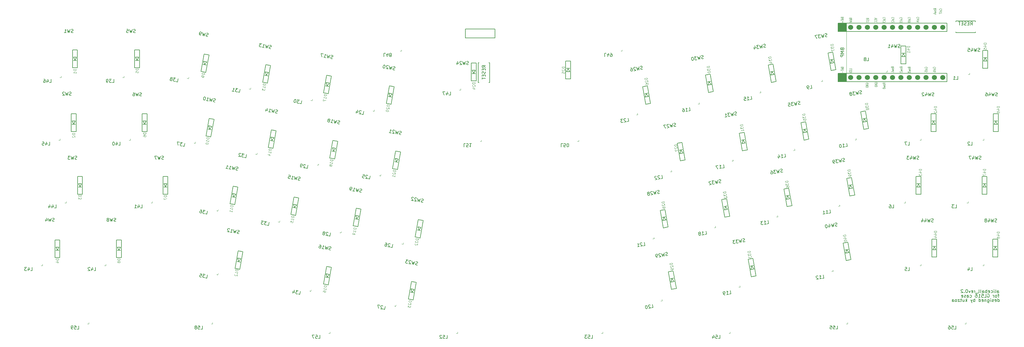
<source format=gbr>
G04 #@! TF.GenerationSoftware,KiCad,Pcbnew,(6.0.2-0)*
G04 #@! TF.CreationDate,2022-02-23T09:44:20+09:00*
G04 #@! TF.ProjectId,aliceball,616c6963-6562-4616-9c6c-2e6b69636164,rev?*
G04 #@! TF.SameCoordinates,Original*
G04 #@! TF.FileFunction,Legend,Bot*
G04 #@! TF.FilePolarity,Positive*
%FSLAX46Y46*%
G04 Gerber Fmt 4.6, Leading zero omitted, Abs format (unit mm)*
G04 Created by KiCad (PCBNEW (6.0.2-0)) date 2022-02-23 09:44:20*
%MOMM*%
%LPD*%
G01*
G04 APERTURE LIST*
%ADD10C,0.150000*%
%ADD11C,0.125000*%
%ADD12C,0.120000*%
%ADD13C,0.100000*%
%ADD14C,1.524000*%
G04 APERTURE END LIST*
D10*
X322348976Y-104274880D02*
X322348976Y-103274880D01*
X322348976Y-104227261D02*
X322444214Y-104274880D01*
X322634690Y-104274880D01*
X322729928Y-104227261D01*
X322777547Y-104179642D01*
X322825166Y-104084404D01*
X322825166Y-103798690D01*
X322777547Y-103703452D01*
X322729928Y-103655833D01*
X322634690Y-103608214D01*
X322444214Y-103608214D01*
X322348976Y-103655833D01*
X321491833Y-104227261D02*
X321587071Y-104274880D01*
X321777547Y-104274880D01*
X321872785Y-104227261D01*
X321920404Y-104132023D01*
X321920404Y-103751071D01*
X321872785Y-103655833D01*
X321777547Y-103608214D01*
X321587071Y-103608214D01*
X321491833Y-103655833D01*
X321444214Y-103751071D01*
X321444214Y-103846309D01*
X321920404Y-103941547D01*
X321063261Y-104227261D02*
X320968023Y-104274880D01*
X320777547Y-104274880D01*
X320682309Y-104227261D01*
X320634690Y-104132023D01*
X320634690Y-104084404D01*
X320682309Y-103989166D01*
X320777547Y-103941547D01*
X320920404Y-103941547D01*
X321015642Y-103893928D01*
X321063261Y-103798690D01*
X321063261Y-103751071D01*
X321015642Y-103655833D01*
X320920404Y-103608214D01*
X320777547Y-103608214D01*
X320682309Y-103655833D01*
X320206119Y-104274880D02*
X320206119Y-103608214D01*
X320206119Y-103274880D02*
X320253738Y-103322500D01*
X320206119Y-103370119D01*
X320158500Y-103322500D01*
X320206119Y-103274880D01*
X320206119Y-103370119D01*
X319301357Y-103608214D02*
X319301357Y-104417738D01*
X319348976Y-104512976D01*
X319396595Y-104560595D01*
X319491833Y-104608214D01*
X319634690Y-104608214D01*
X319729928Y-104560595D01*
X319301357Y-104227261D02*
X319396595Y-104274880D01*
X319587071Y-104274880D01*
X319682309Y-104227261D01*
X319729928Y-104179642D01*
X319777547Y-104084404D01*
X319777547Y-103798690D01*
X319729928Y-103703452D01*
X319682309Y-103655833D01*
X319587071Y-103608214D01*
X319396595Y-103608214D01*
X319301357Y-103655833D01*
X318825166Y-103608214D02*
X318825166Y-104274880D01*
X318825166Y-103703452D02*
X318777547Y-103655833D01*
X318682309Y-103608214D01*
X318539452Y-103608214D01*
X318444214Y-103655833D01*
X318396595Y-103751071D01*
X318396595Y-104274880D01*
X317539452Y-104227261D02*
X317634690Y-104274880D01*
X317825166Y-104274880D01*
X317920404Y-104227261D01*
X317968023Y-104132023D01*
X317968023Y-103751071D01*
X317920404Y-103655833D01*
X317825166Y-103608214D01*
X317634690Y-103608214D01*
X317539452Y-103655833D01*
X317491833Y-103751071D01*
X317491833Y-103846309D01*
X317968023Y-103941547D01*
X316634690Y-104274880D02*
X316634690Y-103274880D01*
X316634690Y-104227261D02*
X316729928Y-104274880D01*
X316920404Y-104274880D01*
X317015642Y-104227261D01*
X317063261Y-104179642D01*
X317110880Y-104084404D01*
X317110880Y-103798690D01*
X317063261Y-103703452D01*
X317015642Y-103655833D01*
X316920404Y-103608214D01*
X316729928Y-103608214D01*
X316634690Y-103655833D01*
X315396595Y-104274880D02*
X315396595Y-103274880D01*
X315396595Y-103655833D02*
X315301357Y-103608214D01*
X315110880Y-103608214D01*
X315015642Y-103655833D01*
X314968023Y-103703452D01*
X314920404Y-103798690D01*
X314920404Y-104084404D01*
X314968023Y-104179642D01*
X315015642Y-104227261D01*
X315110880Y-104274880D01*
X315301357Y-104274880D01*
X315396595Y-104227261D01*
X314587071Y-103608214D02*
X314348976Y-104274880D01*
X314110880Y-103608214D02*
X314348976Y-104274880D01*
X314444214Y-104512976D01*
X314491833Y-104560595D01*
X314587071Y-104608214D01*
X312968023Y-104274880D02*
X312968023Y-103274880D01*
X312872785Y-103893928D02*
X312587071Y-104274880D01*
X312587071Y-103608214D02*
X312968023Y-103989166D01*
X311729928Y-103608214D02*
X311729928Y-104274880D01*
X312158500Y-103608214D02*
X312158500Y-104132023D01*
X312110880Y-104227261D01*
X312015642Y-104274880D01*
X311872785Y-104274880D01*
X311777547Y-104227261D01*
X311729928Y-104179642D01*
X311396595Y-103608214D02*
X311015642Y-103608214D01*
X311253738Y-103274880D02*
X311253738Y-104132023D01*
X311206119Y-104227261D01*
X311110880Y-104274880D01*
X311015642Y-104274880D01*
X310777547Y-103608214D02*
X310253738Y-103608214D01*
X310777547Y-104274880D01*
X310253738Y-104274880D01*
X309729928Y-104274880D02*
X309825166Y-104227261D01*
X309872785Y-104179642D01*
X309920404Y-104084404D01*
X309920404Y-103798690D01*
X309872785Y-103703452D01*
X309825166Y-103655833D01*
X309729928Y-103608214D01*
X309587071Y-103608214D01*
X309491833Y-103655833D01*
X309444214Y-103703452D01*
X309396595Y-103798690D01*
X309396595Y-104084404D01*
X309444214Y-104179642D01*
X309491833Y-104227261D01*
X309587071Y-104274880D01*
X309729928Y-104274880D01*
X308539452Y-104274880D02*
X308539452Y-103751071D01*
X308587071Y-103655833D01*
X308682309Y-103608214D01*
X308872785Y-103608214D01*
X308968023Y-103655833D01*
X308539452Y-104227261D02*
X308634690Y-104274880D01*
X308872785Y-104274880D01*
X308968023Y-104227261D01*
X309015642Y-104132023D01*
X309015642Y-104036785D01*
X308968023Y-103941547D01*
X308872785Y-103893928D01*
X308634690Y-103893928D01*
X308539452Y-103846309D01*
X322753904Y-102274714D02*
X322372952Y-102274714D01*
X322611047Y-102941380D02*
X322611047Y-102084238D01*
X322563428Y-101989000D01*
X322468190Y-101941380D01*
X322372952Y-101941380D01*
X321896761Y-102941380D02*
X321992000Y-102893761D01*
X322039619Y-102846142D01*
X322087238Y-102750904D01*
X322087238Y-102465190D01*
X322039619Y-102369952D01*
X321992000Y-102322333D01*
X321896761Y-102274714D01*
X321753904Y-102274714D01*
X321658666Y-102322333D01*
X321611047Y-102369952D01*
X321563428Y-102465190D01*
X321563428Y-102750904D01*
X321611047Y-102846142D01*
X321658666Y-102893761D01*
X321753904Y-102941380D01*
X321896761Y-102941380D01*
X321134857Y-102941380D02*
X321134857Y-102274714D01*
X321134857Y-102465190D02*
X321087238Y-102369952D01*
X321039619Y-102322333D01*
X320944380Y-102274714D01*
X320849142Y-102274714D01*
X319230095Y-101989000D02*
X319325333Y-101941380D01*
X319468190Y-101941380D01*
X319611047Y-101989000D01*
X319706285Y-102084238D01*
X319753904Y-102179476D01*
X319801523Y-102369952D01*
X319801523Y-102512809D01*
X319753904Y-102703285D01*
X319706285Y-102798523D01*
X319611047Y-102893761D01*
X319468190Y-102941380D01*
X319372952Y-102941380D01*
X319230095Y-102893761D01*
X319182476Y-102846142D01*
X319182476Y-102512809D01*
X319372952Y-102512809D01*
X318277714Y-102941380D02*
X318753904Y-102941380D01*
X318753904Y-101941380D01*
X317468190Y-101941380D02*
X317944380Y-101941380D01*
X317992000Y-102417571D01*
X317944380Y-102369952D01*
X317849142Y-102322333D01*
X317611047Y-102322333D01*
X317515809Y-102369952D01*
X317468190Y-102417571D01*
X317420571Y-102512809D01*
X317420571Y-102750904D01*
X317468190Y-102846142D01*
X317515809Y-102893761D01*
X317611047Y-102941380D01*
X317849142Y-102941380D01*
X317944380Y-102893761D01*
X317992000Y-102846142D01*
X316468190Y-102941380D02*
X317039619Y-102941380D01*
X316753904Y-102941380D02*
X316753904Y-101941380D01*
X316849142Y-102084238D01*
X316944380Y-102179476D01*
X317039619Y-102227095D01*
X315611047Y-101941380D02*
X315801523Y-101941380D01*
X315896761Y-101989000D01*
X315944380Y-102036619D01*
X316039619Y-102179476D01*
X316087238Y-102369952D01*
X316087238Y-102750904D01*
X316039619Y-102846142D01*
X315992000Y-102893761D01*
X315896761Y-102941380D01*
X315706285Y-102941380D01*
X315611047Y-102893761D01*
X315563428Y-102846142D01*
X315515809Y-102750904D01*
X315515809Y-102512809D01*
X315563428Y-102417571D01*
X315611047Y-102369952D01*
X315706285Y-102322333D01*
X315896761Y-102322333D01*
X315992000Y-102369952D01*
X316039619Y-102417571D01*
X316087238Y-102512809D01*
X313896761Y-102893761D02*
X313992000Y-102941380D01*
X314182476Y-102941380D01*
X314277714Y-102893761D01*
X314325333Y-102846142D01*
X314372952Y-102750904D01*
X314372952Y-102465190D01*
X314325333Y-102369952D01*
X314277714Y-102322333D01*
X314182476Y-102274714D01*
X313992000Y-102274714D01*
X313896761Y-102322333D01*
X313039619Y-102941380D02*
X313039619Y-102417571D01*
X313087238Y-102322333D01*
X313182476Y-102274714D01*
X313372952Y-102274714D01*
X313468190Y-102322333D01*
X313039619Y-102893761D02*
X313134857Y-102941380D01*
X313372952Y-102941380D01*
X313468190Y-102893761D01*
X313515809Y-102798523D01*
X313515809Y-102703285D01*
X313468190Y-102608047D01*
X313372952Y-102560428D01*
X313134857Y-102560428D01*
X313039619Y-102512809D01*
X312611047Y-102893761D02*
X312515809Y-102941380D01*
X312325333Y-102941380D01*
X312230095Y-102893761D01*
X312182476Y-102798523D01*
X312182476Y-102750904D01*
X312230095Y-102655666D01*
X312325333Y-102608047D01*
X312468190Y-102608047D01*
X312563428Y-102560428D01*
X312611047Y-102465190D01*
X312611047Y-102417571D01*
X312563428Y-102322333D01*
X312468190Y-102274714D01*
X312325333Y-102274714D01*
X312230095Y-102322333D01*
X311372952Y-102893761D02*
X311468190Y-102941380D01*
X311658666Y-102941380D01*
X311753904Y-102893761D01*
X311801523Y-102798523D01*
X311801523Y-102417571D01*
X311753904Y-102322333D01*
X311658666Y-102274714D01*
X311468190Y-102274714D01*
X311372952Y-102322333D01*
X311325333Y-102417571D01*
X311325333Y-102512809D01*
X311801523Y-102608047D01*
X322211904Y-101562380D02*
X322211904Y-101038571D01*
X322259523Y-100943333D01*
X322354761Y-100895714D01*
X322545238Y-100895714D01*
X322640476Y-100943333D01*
X322211904Y-101514761D02*
X322307142Y-101562380D01*
X322545238Y-101562380D01*
X322640476Y-101514761D01*
X322688095Y-101419523D01*
X322688095Y-101324285D01*
X322640476Y-101229047D01*
X322545238Y-101181428D01*
X322307142Y-101181428D01*
X322211904Y-101133809D01*
X321592857Y-101562380D02*
X321688095Y-101514761D01*
X321735714Y-101419523D01*
X321735714Y-100562380D01*
X321211904Y-101562380D02*
X321211904Y-100895714D01*
X321211904Y-100562380D02*
X321259523Y-100610000D01*
X321211904Y-100657619D01*
X321164285Y-100610000D01*
X321211904Y-100562380D01*
X321211904Y-100657619D01*
X320307142Y-101514761D02*
X320402380Y-101562380D01*
X320592857Y-101562380D01*
X320688095Y-101514761D01*
X320735714Y-101467142D01*
X320783333Y-101371904D01*
X320783333Y-101086190D01*
X320735714Y-100990952D01*
X320688095Y-100943333D01*
X320592857Y-100895714D01*
X320402380Y-100895714D01*
X320307142Y-100943333D01*
X319497619Y-101514761D02*
X319592857Y-101562380D01*
X319783333Y-101562380D01*
X319878571Y-101514761D01*
X319926190Y-101419523D01*
X319926190Y-101038571D01*
X319878571Y-100943333D01*
X319783333Y-100895714D01*
X319592857Y-100895714D01*
X319497619Y-100943333D01*
X319450000Y-101038571D01*
X319450000Y-101133809D01*
X319926190Y-101229047D01*
X319021428Y-101562380D02*
X319021428Y-100562380D01*
X319021428Y-100943333D02*
X318926190Y-100895714D01*
X318735714Y-100895714D01*
X318640476Y-100943333D01*
X318592857Y-100990952D01*
X318545238Y-101086190D01*
X318545238Y-101371904D01*
X318592857Y-101467142D01*
X318640476Y-101514761D01*
X318735714Y-101562380D01*
X318926190Y-101562380D01*
X319021428Y-101514761D01*
X317688095Y-101562380D02*
X317688095Y-101038571D01*
X317735714Y-100943333D01*
X317830952Y-100895714D01*
X318021428Y-100895714D01*
X318116666Y-100943333D01*
X317688095Y-101514761D02*
X317783333Y-101562380D01*
X318021428Y-101562380D01*
X318116666Y-101514761D01*
X318164285Y-101419523D01*
X318164285Y-101324285D01*
X318116666Y-101229047D01*
X318021428Y-101181428D01*
X317783333Y-101181428D01*
X317688095Y-101133809D01*
X317069047Y-101562380D02*
X317164285Y-101514761D01*
X317211904Y-101419523D01*
X317211904Y-100562380D01*
X316545238Y-101562380D02*
X316640476Y-101514761D01*
X316688095Y-101419523D01*
X316688095Y-100562380D01*
X316402380Y-101657619D02*
X315640476Y-101657619D01*
X315402380Y-101562380D02*
X315402380Y-100895714D01*
X315402380Y-101086190D02*
X315354761Y-100990952D01*
X315307142Y-100943333D01*
X315211904Y-100895714D01*
X315116666Y-100895714D01*
X314402380Y-101514761D02*
X314497619Y-101562380D01*
X314688095Y-101562380D01*
X314783333Y-101514761D01*
X314830952Y-101419523D01*
X314830952Y-101038571D01*
X314783333Y-100943333D01*
X314688095Y-100895714D01*
X314497619Y-100895714D01*
X314402380Y-100943333D01*
X314354761Y-101038571D01*
X314354761Y-101133809D01*
X314830952Y-101229047D01*
X314021428Y-100895714D02*
X313783333Y-101562380D01*
X313545238Y-100895714D01*
X312973809Y-100562380D02*
X312878571Y-100562380D01*
X312783333Y-100610000D01*
X312735714Y-100657619D01*
X312688095Y-100752857D01*
X312640476Y-100943333D01*
X312640476Y-101181428D01*
X312688095Y-101371904D01*
X312735714Y-101467142D01*
X312783333Y-101514761D01*
X312878571Y-101562380D01*
X312973809Y-101562380D01*
X313069047Y-101514761D01*
X313116666Y-101467142D01*
X313164285Y-101371904D01*
X313211904Y-101181428D01*
X313211904Y-100943333D01*
X313164285Y-100752857D01*
X313116666Y-100657619D01*
X313069047Y-100610000D01*
X312973809Y-100562380D01*
X312211904Y-101467142D02*
X312164285Y-101514761D01*
X312211904Y-101562380D01*
X312259523Y-101514761D01*
X312211904Y-101467142D01*
X312211904Y-101562380D01*
X311783333Y-100657619D02*
X311735714Y-100610000D01*
X311640476Y-100562380D01*
X311402380Y-100562380D01*
X311307142Y-100610000D01*
X311259523Y-100657619D01*
X311211904Y-100752857D01*
X311211904Y-100848095D01*
X311259523Y-100990952D01*
X311830952Y-101562380D01*
X311211904Y-101562380D01*
X316896523Y-28217761D02*
X316753666Y-28265380D01*
X316515571Y-28265380D01*
X316420333Y-28217761D01*
X316372714Y-28170142D01*
X316325095Y-28074904D01*
X316325095Y-27979666D01*
X316372714Y-27884428D01*
X316420333Y-27836809D01*
X316515571Y-27789190D01*
X316706047Y-27741571D01*
X316801285Y-27693952D01*
X316848904Y-27646333D01*
X316896523Y-27551095D01*
X316896523Y-27455857D01*
X316848904Y-27360619D01*
X316801285Y-27313000D01*
X316706047Y-27265380D01*
X316467952Y-27265380D01*
X316325095Y-27313000D01*
X315991761Y-27265380D02*
X315753666Y-28265380D01*
X315563190Y-27551095D01*
X315372714Y-28265380D01*
X315134619Y-27265380D01*
X314325095Y-27598714D02*
X314325095Y-28265380D01*
X314563190Y-27217761D02*
X314801285Y-27932047D01*
X314182238Y-27932047D01*
X313325095Y-27265380D02*
X313801285Y-27265380D01*
X313848904Y-27741571D01*
X313801285Y-27693952D01*
X313706047Y-27646333D01*
X313467952Y-27646333D01*
X313372714Y-27693952D01*
X313325095Y-27741571D01*
X313277476Y-27836809D01*
X313277476Y-28074904D01*
X313325095Y-28170142D01*
X313372714Y-28217761D01*
X313467952Y-28265380D01*
X313706047Y-28265380D01*
X313801285Y-28217761D01*
X313848904Y-28170142D01*
X292703023Y-27074761D02*
X292560166Y-27122380D01*
X292322071Y-27122380D01*
X292226833Y-27074761D01*
X292179214Y-27027142D01*
X292131595Y-26931904D01*
X292131595Y-26836666D01*
X292179214Y-26741428D01*
X292226833Y-26693809D01*
X292322071Y-26646190D01*
X292512547Y-26598571D01*
X292607785Y-26550952D01*
X292655404Y-26503333D01*
X292703023Y-26408095D01*
X292703023Y-26312857D01*
X292655404Y-26217619D01*
X292607785Y-26170000D01*
X292512547Y-26122380D01*
X292274452Y-26122380D01*
X292131595Y-26170000D01*
X291798261Y-26122380D02*
X291560166Y-27122380D01*
X291369690Y-26408095D01*
X291179214Y-27122380D01*
X290941119Y-26122380D01*
X290131595Y-26455714D02*
X290131595Y-27122380D01*
X290369690Y-26074761D02*
X290607785Y-26789047D01*
X289988738Y-26789047D01*
X289083976Y-27122380D02*
X289655404Y-27122380D01*
X289369690Y-27122380D02*
X289369690Y-26122380D01*
X289464928Y-26265238D01*
X289560166Y-26360476D01*
X289655404Y-26408095D01*
X273695819Y-81237392D02*
X273563401Y-81309094D01*
X273328923Y-81350439D01*
X273226863Y-81320081D01*
X273171698Y-81281455D01*
X273108265Y-81195932D01*
X273091727Y-81102141D01*
X273122084Y-81000081D01*
X273160711Y-80944916D01*
X273246233Y-80881483D01*
X273425547Y-80801511D01*
X273511069Y-80738078D01*
X273549696Y-80682913D01*
X273580053Y-80580853D01*
X273563515Y-80487062D01*
X273500082Y-80401540D01*
X273444917Y-80362913D01*
X273342857Y-80332555D01*
X273108379Y-80373900D01*
X272975961Y-80445603D01*
X272639423Y-80456590D02*
X272578593Y-81482742D01*
X272266976Y-80812384D01*
X272203428Y-81548894D01*
X271795302Y-80605431D01*
X271055959Y-81074273D02*
X271171725Y-81730811D01*
X271224286Y-80657763D02*
X271582798Y-81319852D01*
X270973155Y-81427349D01*
X270294643Y-80870038D02*
X270200851Y-80886576D01*
X270115329Y-80950009D01*
X270076703Y-81005174D01*
X270046345Y-81107234D01*
X270032525Y-81303085D01*
X270073870Y-81537563D01*
X270153841Y-81716877D01*
X270217275Y-81802399D01*
X270272439Y-81841026D01*
X270374500Y-81871383D01*
X270468291Y-81854846D01*
X270553813Y-81791412D01*
X270592440Y-81736247D01*
X270622797Y-81634187D01*
X270636617Y-81438336D01*
X270595272Y-81203858D01*
X270515301Y-81024544D01*
X270451867Y-80939022D01*
X270396703Y-80900395D01*
X270294643Y-80870038D01*
X245692319Y-85999892D02*
X245559901Y-86071594D01*
X245325423Y-86112939D01*
X245223363Y-86082581D01*
X245168198Y-86043955D01*
X245104765Y-85958432D01*
X245088227Y-85864641D01*
X245118584Y-85762581D01*
X245157211Y-85707416D01*
X245242733Y-85643983D01*
X245422047Y-85564011D01*
X245507569Y-85500578D01*
X245546196Y-85445413D01*
X245576553Y-85343353D01*
X245560015Y-85249562D01*
X245496582Y-85164040D01*
X245441417Y-85125413D01*
X245339357Y-85095055D01*
X245104879Y-85136400D01*
X244972461Y-85208103D01*
X244635923Y-85219090D02*
X244575093Y-86245242D01*
X244263476Y-85574884D01*
X244199928Y-86311394D01*
X243791802Y-85367931D01*
X243510428Y-85417545D02*
X242900786Y-85525041D01*
X243295206Y-85842323D01*
X243154520Y-85867130D01*
X243068997Y-85930564D01*
X243030371Y-85985728D01*
X243000013Y-86087789D01*
X243041358Y-86322267D01*
X243104791Y-86407789D01*
X243159956Y-86446416D01*
X243262016Y-86476773D01*
X243543390Y-86427159D01*
X243628912Y-86363726D01*
X243667539Y-86308561D01*
X242572516Y-85582924D02*
X241962873Y-85690421D01*
X242357294Y-86007703D01*
X242216607Y-86032510D01*
X242131085Y-86095943D01*
X242092459Y-86151108D01*
X242062101Y-86253168D01*
X242103446Y-86487646D01*
X242166879Y-86573168D01*
X242222044Y-86611795D01*
X242324104Y-86642152D01*
X242605478Y-86592539D01*
X242691000Y-86529105D01*
X242729627Y-86473941D01*
X120012246Y-88533333D02*
X119863291Y-88555421D01*
X119628813Y-88514077D01*
X119543290Y-88450643D01*
X119504664Y-88395478D01*
X119474306Y-88293418D01*
X119490844Y-88199627D01*
X119554277Y-88114105D01*
X119609442Y-88075478D01*
X119711502Y-88045121D01*
X119907354Y-88031301D01*
X120009414Y-88000943D01*
X120064578Y-87962316D01*
X120128012Y-87876794D01*
X120144550Y-87783003D01*
X120114192Y-87680943D01*
X120075565Y-87625778D01*
X119990043Y-87562345D01*
X119755565Y-87521000D01*
X119606609Y-87543089D01*
X119286609Y-87438310D02*
X118878483Y-88381773D01*
X118814935Y-87645263D01*
X118503318Y-88315622D01*
X118442488Y-87289469D01*
X117377823Y-88117166D02*
X117940571Y-88216394D01*
X117659197Y-88166780D02*
X117832845Y-87181972D01*
X117901830Y-87339197D01*
X117979083Y-87449526D01*
X118064605Y-87512960D01*
X116707351Y-86983517D02*
X116894933Y-87016593D01*
X116980455Y-87080027D01*
X117019082Y-87135191D01*
X117088066Y-87292416D01*
X117101886Y-87488267D01*
X117035734Y-87863432D01*
X116972301Y-87948955D01*
X116917136Y-87987581D01*
X116815076Y-88017939D01*
X116627494Y-87984863D01*
X116541971Y-87921430D01*
X116503345Y-87866265D01*
X116472987Y-87764205D01*
X116514332Y-87529727D01*
X116577765Y-87444205D01*
X116632930Y-87405578D01*
X116734990Y-87375220D01*
X116922573Y-87408296D01*
X117008095Y-87471730D01*
X117046722Y-87526894D01*
X117077079Y-87628954D01*
X92199246Y-83580333D02*
X92050291Y-83602421D01*
X91815813Y-83561077D01*
X91730290Y-83497643D01*
X91691664Y-83442478D01*
X91661306Y-83340418D01*
X91677844Y-83246627D01*
X91741277Y-83161105D01*
X91796442Y-83122478D01*
X91898502Y-83092121D01*
X92094354Y-83078301D01*
X92196414Y-83047943D01*
X92251578Y-83009316D01*
X92315012Y-82923794D01*
X92331550Y-82830003D01*
X92301192Y-82727943D01*
X92262565Y-82672778D01*
X92177043Y-82609345D01*
X91942565Y-82568000D01*
X91793609Y-82590089D01*
X91473609Y-82485310D02*
X91065483Y-83428773D01*
X91001935Y-82692263D01*
X90690318Y-83362622D01*
X90629488Y-82336469D01*
X89564823Y-83164166D02*
X90127571Y-83263394D01*
X89846197Y-83213780D02*
X90019845Y-82228972D01*
X90088830Y-82386197D01*
X90166083Y-82496526D01*
X90251605Y-82559960D01*
X89346769Y-82206998D02*
X89308142Y-82151834D01*
X89222620Y-82088400D01*
X88988142Y-82047055D01*
X88886082Y-82077413D01*
X88830917Y-82116040D01*
X88767484Y-82201562D01*
X88750946Y-82295353D01*
X88773034Y-82444309D01*
X89236554Y-83106284D01*
X88626911Y-82998787D01*
X43052833Y-60983761D02*
X42909976Y-61031380D01*
X42671880Y-61031380D01*
X42576642Y-60983761D01*
X42529023Y-60936142D01*
X42481404Y-60840904D01*
X42481404Y-60745666D01*
X42529023Y-60650428D01*
X42576642Y-60602809D01*
X42671880Y-60555190D01*
X42862357Y-60507571D01*
X42957595Y-60459952D01*
X43005214Y-60412333D01*
X43052833Y-60317095D01*
X43052833Y-60221857D01*
X43005214Y-60126619D01*
X42957595Y-60079000D01*
X42862357Y-60031380D01*
X42624261Y-60031380D01*
X42481404Y-60079000D01*
X42148071Y-60031380D02*
X41909976Y-61031380D01*
X41719500Y-60317095D01*
X41529023Y-61031380D01*
X41290928Y-60031380D01*
X41005214Y-60031380D02*
X40386166Y-60031380D01*
X40719500Y-60412333D01*
X40576642Y-60412333D01*
X40481404Y-60459952D01*
X40433785Y-60507571D01*
X40386166Y-60602809D01*
X40386166Y-60840904D01*
X40433785Y-60936142D01*
X40481404Y-60983761D01*
X40576642Y-61031380D01*
X40862357Y-61031380D01*
X40957595Y-60983761D01*
X41005214Y-60936142D01*
X41338333Y-41552761D02*
X41195476Y-41600380D01*
X40957380Y-41600380D01*
X40862142Y-41552761D01*
X40814523Y-41505142D01*
X40766904Y-41409904D01*
X40766904Y-41314666D01*
X40814523Y-41219428D01*
X40862142Y-41171809D01*
X40957380Y-41124190D01*
X41147857Y-41076571D01*
X41243095Y-41028952D01*
X41290714Y-40981333D01*
X41338333Y-40886095D01*
X41338333Y-40790857D01*
X41290714Y-40695619D01*
X41243095Y-40648000D01*
X41147857Y-40600380D01*
X40909761Y-40600380D01*
X40766904Y-40648000D01*
X40433571Y-40600380D02*
X40195476Y-41600380D01*
X40005000Y-40886095D01*
X39814523Y-41600380D01*
X39576428Y-40600380D01*
X39243095Y-40695619D02*
X39195476Y-40648000D01*
X39100238Y-40600380D01*
X38862142Y-40600380D01*
X38766904Y-40648000D01*
X38719285Y-40695619D01*
X38671666Y-40790857D01*
X38671666Y-40886095D01*
X38719285Y-41028952D01*
X39290714Y-41600380D01*
X38671666Y-41600380D01*
X43112857Y-112582380D02*
X43589047Y-112582380D01*
X43589047Y-111582380D01*
X42303333Y-111582380D02*
X42779523Y-111582380D01*
X42827142Y-112058571D01*
X42779523Y-112010952D01*
X42684285Y-111963333D01*
X42446190Y-111963333D01*
X42350952Y-112010952D01*
X42303333Y-112058571D01*
X42255714Y-112153809D01*
X42255714Y-112391904D01*
X42303333Y-112487142D01*
X42350952Y-112534761D01*
X42446190Y-112582380D01*
X42684285Y-112582380D01*
X42779523Y-112534761D01*
X42827142Y-112487142D01*
X41779523Y-112582380D02*
X41589047Y-112582380D01*
X41493809Y-112534761D01*
X41446190Y-112487142D01*
X41350952Y-112344285D01*
X41303333Y-112153809D01*
X41303333Y-111772857D01*
X41350952Y-111677619D01*
X41398571Y-111630000D01*
X41493809Y-111582380D01*
X41684285Y-111582380D01*
X41779523Y-111630000D01*
X41827142Y-111677619D01*
X41874761Y-111772857D01*
X41874761Y-112010952D01*
X41827142Y-112106190D01*
X41779523Y-112153809D01*
X41684285Y-112201428D01*
X41493809Y-112201428D01*
X41398571Y-112153809D01*
X41350952Y-112106190D01*
X41303333Y-112010952D01*
X80652857Y-112580380D02*
X81129047Y-112580380D01*
X81129047Y-111580380D01*
X79843333Y-111580380D02*
X80319523Y-111580380D01*
X80367142Y-112056571D01*
X80319523Y-112008952D01*
X80224285Y-111961333D01*
X79986190Y-111961333D01*
X79890952Y-112008952D01*
X79843333Y-112056571D01*
X79795714Y-112151809D01*
X79795714Y-112389904D01*
X79843333Y-112485142D01*
X79890952Y-112532761D01*
X79986190Y-112580380D01*
X80224285Y-112580380D01*
X80319523Y-112532761D01*
X80367142Y-112485142D01*
X79224285Y-112008952D02*
X79319523Y-111961333D01*
X79367142Y-111913714D01*
X79414761Y-111818476D01*
X79414761Y-111770857D01*
X79367142Y-111675619D01*
X79319523Y-111628000D01*
X79224285Y-111580380D01*
X79033809Y-111580380D01*
X78938571Y-111628000D01*
X78890952Y-111675619D01*
X78843333Y-111770857D01*
X78843333Y-111818476D01*
X78890952Y-111913714D01*
X78938571Y-111961333D01*
X79033809Y-112008952D01*
X79224285Y-112008952D01*
X79319523Y-112056571D01*
X79367142Y-112104190D01*
X79414761Y-112199428D01*
X79414761Y-112389904D01*
X79367142Y-112485142D01*
X79319523Y-112532761D01*
X79224285Y-112580380D01*
X79033809Y-112580380D01*
X78938571Y-112532761D01*
X78890952Y-112485142D01*
X78843333Y-112389904D01*
X78843333Y-112199428D01*
X78890952Y-112104190D01*
X78938571Y-112056571D01*
X79033809Y-112008952D01*
X116276357Y-115437880D02*
X116752547Y-115437880D01*
X116752547Y-114437880D01*
X115466833Y-114437880D02*
X115943023Y-114437880D01*
X115990642Y-114914071D01*
X115943023Y-114866452D01*
X115847785Y-114818833D01*
X115609690Y-114818833D01*
X115514452Y-114866452D01*
X115466833Y-114914071D01*
X115419214Y-115009309D01*
X115419214Y-115247404D01*
X115466833Y-115342642D01*
X115514452Y-115390261D01*
X115609690Y-115437880D01*
X115847785Y-115437880D01*
X115943023Y-115390261D01*
X115990642Y-115342642D01*
X115085880Y-114437880D02*
X114419214Y-114437880D01*
X114847785Y-115437880D01*
X309176857Y-112580380D02*
X309653047Y-112580380D01*
X309653047Y-111580380D01*
X308367333Y-111580380D02*
X308843523Y-111580380D01*
X308891142Y-112056571D01*
X308843523Y-112008952D01*
X308748285Y-111961333D01*
X308510190Y-111961333D01*
X308414952Y-112008952D01*
X308367333Y-112056571D01*
X308319714Y-112151809D01*
X308319714Y-112389904D01*
X308367333Y-112485142D01*
X308414952Y-112532761D01*
X308510190Y-112580380D01*
X308748285Y-112580380D01*
X308843523Y-112532761D01*
X308891142Y-112485142D01*
X307462571Y-111580380D02*
X307653047Y-111580380D01*
X307748285Y-111628000D01*
X307795904Y-111675619D01*
X307891142Y-111818476D01*
X307938761Y-112008952D01*
X307938761Y-112389904D01*
X307891142Y-112485142D01*
X307843523Y-112532761D01*
X307748285Y-112580380D01*
X307557809Y-112580380D01*
X307462571Y-112532761D01*
X307414952Y-112485142D01*
X307367333Y-112389904D01*
X307367333Y-112151809D01*
X307414952Y-112056571D01*
X307462571Y-112008952D01*
X307557809Y-111961333D01*
X307748285Y-111961333D01*
X307843523Y-112008952D01*
X307891142Y-112056571D01*
X307938761Y-112151809D01*
X273252857Y-112572380D02*
X273729047Y-112572380D01*
X273729047Y-111572380D01*
X272443333Y-111572380D02*
X272919523Y-111572380D01*
X272967142Y-112048571D01*
X272919523Y-112000952D01*
X272824285Y-111953333D01*
X272586190Y-111953333D01*
X272490952Y-112000952D01*
X272443333Y-112048571D01*
X272395714Y-112143809D01*
X272395714Y-112381904D01*
X272443333Y-112477142D01*
X272490952Y-112524761D01*
X272586190Y-112572380D01*
X272824285Y-112572380D01*
X272919523Y-112524761D01*
X272967142Y-112477142D01*
X271490952Y-111572380D02*
X271967142Y-111572380D01*
X272014761Y-112048571D01*
X271967142Y-112000952D01*
X271871904Y-111953333D01*
X271633809Y-111953333D01*
X271538571Y-112000952D01*
X271490952Y-112048571D01*
X271443333Y-112143809D01*
X271443333Y-112381904D01*
X271490952Y-112477142D01*
X271538571Y-112524761D01*
X271633809Y-112572380D01*
X271871904Y-112572380D01*
X271967142Y-112524761D01*
X272014761Y-112477142D01*
X237624857Y-115437880D02*
X238101047Y-115437880D01*
X238101047Y-114437880D01*
X236815333Y-114437880D02*
X237291523Y-114437880D01*
X237339142Y-114914071D01*
X237291523Y-114866452D01*
X237196285Y-114818833D01*
X236958190Y-114818833D01*
X236862952Y-114866452D01*
X236815333Y-114914071D01*
X236767714Y-115009309D01*
X236767714Y-115247404D01*
X236815333Y-115342642D01*
X236862952Y-115390261D01*
X236958190Y-115437880D01*
X237196285Y-115437880D01*
X237291523Y-115390261D01*
X237339142Y-115342642D01*
X235910571Y-114771214D02*
X235910571Y-115437880D01*
X236148666Y-114390261D02*
X236386761Y-115104547D01*
X235767714Y-115104547D01*
X198953357Y-115437880D02*
X199429547Y-115437880D01*
X199429547Y-114437880D01*
X198143833Y-114437880D02*
X198620023Y-114437880D01*
X198667642Y-114914071D01*
X198620023Y-114866452D01*
X198524785Y-114818833D01*
X198286690Y-114818833D01*
X198191452Y-114866452D01*
X198143833Y-114914071D01*
X198096214Y-115009309D01*
X198096214Y-115247404D01*
X198143833Y-115342642D01*
X198191452Y-115390261D01*
X198286690Y-115437880D01*
X198524785Y-115437880D01*
X198620023Y-115390261D01*
X198667642Y-115342642D01*
X197762880Y-114437880D02*
X197143833Y-114437880D01*
X197477166Y-114818833D01*
X197334309Y-114818833D01*
X197239071Y-114866452D01*
X197191452Y-114914071D01*
X197143833Y-115009309D01*
X197143833Y-115247404D01*
X197191452Y-115342642D01*
X197239071Y-115390261D01*
X197334309Y-115437880D01*
X197620023Y-115437880D01*
X197715261Y-115390261D01*
X197762880Y-115342642D01*
X154932857Y-115452380D02*
X155409047Y-115452380D01*
X155409047Y-114452380D01*
X154123333Y-114452380D02*
X154599523Y-114452380D01*
X154647142Y-114928571D01*
X154599523Y-114880952D01*
X154504285Y-114833333D01*
X154266190Y-114833333D01*
X154170952Y-114880952D01*
X154123333Y-114928571D01*
X154075714Y-115023809D01*
X154075714Y-115261904D01*
X154123333Y-115357142D01*
X154170952Y-115404761D01*
X154266190Y-115452380D01*
X154504285Y-115452380D01*
X154599523Y-115404761D01*
X154647142Y-115357142D01*
X153694761Y-114547619D02*
X153647142Y-114500000D01*
X153551904Y-114452380D01*
X153313809Y-114452380D01*
X153218571Y-114500000D01*
X153170952Y-114547619D01*
X153123333Y-114642857D01*
X153123333Y-114738095D01*
X153170952Y-114880952D01*
X153742380Y-115452380D01*
X153123333Y-115452380D01*
X160901142Y-56240119D02*
X160424952Y-56240119D01*
X160424952Y-57240119D01*
X161710666Y-57240119D02*
X161234476Y-57240119D01*
X161186857Y-56763928D01*
X161234476Y-56811547D01*
X161329714Y-56859166D01*
X161567809Y-56859166D01*
X161663047Y-56811547D01*
X161710666Y-56763928D01*
X161758285Y-56668690D01*
X161758285Y-56430595D01*
X161710666Y-56335357D01*
X161663047Y-56287738D01*
X161567809Y-56240119D01*
X161329714Y-56240119D01*
X161234476Y-56287738D01*
X161186857Y-56335357D01*
X162710666Y-56240119D02*
X162139238Y-56240119D01*
X162424952Y-56240119D02*
X162424952Y-57240119D01*
X162329714Y-57097261D01*
X162234476Y-57002023D01*
X162139238Y-56954404D01*
X190428642Y-56240119D02*
X189952452Y-56240119D01*
X189952452Y-57240119D01*
X191238166Y-57240119D02*
X190761976Y-57240119D01*
X190714357Y-56763928D01*
X190761976Y-56811547D01*
X190857214Y-56859166D01*
X191095309Y-56859166D01*
X191190547Y-56811547D01*
X191238166Y-56763928D01*
X191285785Y-56668690D01*
X191285785Y-56430595D01*
X191238166Y-56335357D01*
X191190547Y-56287738D01*
X191095309Y-56240119D01*
X190857214Y-56240119D01*
X190761976Y-56287738D01*
X190714357Y-56335357D01*
X191904833Y-57240119D02*
X192000071Y-57240119D01*
X192095309Y-57192500D01*
X192142928Y-57144880D01*
X192190547Y-57049642D01*
X192238166Y-56859166D01*
X192238166Y-56621071D01*
X192190547Y-56430595D01*
X192142928Y-56335357D01*
X192095309Y-56287738D01*
X192000071Y-56240119D01*
X191904833Y-56240119D01*
X191809595Y-56287738D01*
X191761976Y-56335357D01*
X191714357Y-56430595D01*
X191666738Y-56621071D01*
X191666738Y-56859166D01*
X191714357Y-57049642D01*
X191761976Y-57144880D01*
X191809595Y-57192500D01*
X191904833Y-57240119D01*
X203573142Y-28808119D02*
X203096952Y-28808119D01*
X203096952Y-29808119D01*
X204335047Y-29474785D02*
X204335047Y-28808119D01*
X204096952Y-29855738D02*
X203858857Y-29141452D01*
X204477904Y-29141452D01*
X204906476Y-28808119D02*
X205096952Y-28808119D01*
X205192190Y-28855738D01*
X205239809Y-28903357D01*
X205335047Y-29046214D01*
X205382666Y-29236690D01*
X205382666Y-29617642D01*
X205335047Y-29712880D01*
X205287428Y-29760500D01*
X205192190Y-29808119D01*
X205001714Y-29808119D01*
X204906476Y-29760500D01*
X204858857Y-29712880D01*
X204811238Y-29617642D01*
X204811238Y-29379547D01*
X204858857Y-29284309D01*
X204906476Y-29236690D01*
X205001714Y-29189071D01*
X205192190Y-29189071D01*
X205287428Y-29236690D01*
X205335047Y-29284309D01*
X205382666Y-29379547D01*
X136631642Y-28808119D02*
X136155452Y-28808119D01*
X136155452Y-29808119D01*
X137393547Y-29474785D02*
X137393547Y-28808119D01*
X137155452Y-29855738D02*
X136917357Y-29141452D01*
X137536404Y-29141452D01*
X138060214Y-29379547D02*
X137964976Y-29427166D01*
X137917357Y-29474785D01*
X137869738Y-29570023D01*
X137869738Y-29617642D01*
X137917357Y-29712880D01*
X137964976Y-29760500D01*
X138060214Y-29808119D01*
X138250690Y-29808119D01*
X138345928Y-29760500D01*
X138393547Y-29712880D01*
X138441166Y-29617642D01*
X138441166Y-29570023D01*
X138393547Y-29474785D01*
X138345928Y-29427166D01*
X138250690Y-29379547D01*
X138060214Y-29379547D01*
X137964976Y-29331928D01*
X137917357Y-29284309D01*
X137869738Y-29189071D01*
X137869738Y-28998595D01*
X137917357Y-28903357D01*
X137964976Y-28855738D01*
X138060214Y-28808119D01*
X138250690Y-28808119D01*
X138345928Y-28855738D01*
X138393547Y-28903357D01*
X138441166Y-28998595D01*
X138441166Y-29189071D01*
X138393547Y-29284309D01*
X138345928Y-29331928D01*
X138250690Y-29379547D01*
X155900357Y-41523880D02*
X156376547Y-41523880D01*
X156376547Y-40523880D01*
X155138452Y-40857214D02*
X155138452Y-41523880D01*
X155376547Y-40476261D02*
X155614642Y-41190547D01*
X154995595Y-41190547D01*
X154709880Y-40523880D02*
X154043214Y-40523880D01*
X154471785Y-41523880D01*
X34742357Y-37713880D02*
X35218547Y-37713880D01*
X35218547Y-36713880D01*
X33980452Y-37047214D02*
X33980452Y-37713880D01*
X34218547Y-36666261D02*
X34456642Y-37380547D01*
X33837595Y-37380547D01*
X33028071Y-36713880D02*
X33218547Y-36713880D01*
X33313785Y-36761500D01*
X33361404Y-36809119D01*
X33456642Y-36951976D01*
X33504261Y-37142452D01*
X33504261Y-37523404D01*
X33456642Y-37618642D01*
X33409023Y-37666261D01*
X33313785Y-37713880D01*
X33123309Y-37713880D01*
X33028071Y-37666261D01*
X32980452Y-37618642D01*
X32932833Y-37523404D01*
X32932833Y-37285309D01*
X32980452Y-37190071D01*
X33028071Y-37142452D01*
X33123309Y-37094833D01*
X33313785Y-37094833D01*
X33409023Y-37142452D01*
X33456642Y-37190071D01*
X33504261Y-37285309D01*
X34361357Y-56763880D02*
X34837547Y-56763880D01*
X34837547Y-55763880D01*
X33599452Y-56097214D02*
X33599452Y-56763880D01*
X33837547Y-55716261D02*
X34075642Y-56430547D01*
X33456595Y-56430547D01*
X32599452Y-55763880D02*
X33075642Y-55763880D01*
X33123261Y-56240071D01*
X33075642Y-56192452D01*
X32980404Y-56144833D01*
X32742309Y-56144833D01*
X32647071Y-56192452D01*
X32599452Y-56240071D01*
X32551833Y-56335309D01*
X32551833Y-56573404D01*
X32599452Y-56668642D01*
X32647071Y-56716261D01*
X32742309Y-56763880D01*
X32980404Y-56763880D01*
X33075642Y-56716261D01*
X33123261Y-56668642D01*
X36266357Y-75813880D02*
X36742547Y-75813880D01*
X36742547Y-74813880D01*
X35504452Y-75147214D02*
X35504452Y-75813880D01*
X35742547Y-74766261D02*
X35980642Y-75480547D01*
X35361595Y-75480547D01*
X34552071Y-75147214D02*
X34552071Y-75813880D01*
X34790166Y-74766261D02*
X35028261Y-75480547D01*
X34409214Y-75480547D01*
X29027357Y-94863880D02*
X29503547Y-94863880D01*
X29503547Y-93863880D01*
X28265452Y-94197214D02*
X28265452Y-94863880D01*
X28503547Y-93816261D02*
X28741642Y-94530547D01*
X28122595Y-94530547D01*
X27836880Y-93863880D02*
X27217833Y-93863880D01*
X27551166Y-94244833D01*
X27408309Y-94244833D01*
X27313071Y-94292452D01*
X27265452Y-94340071D01*
X27217833Y-94435309D01*
X27217833Y-94673404D01*
X27265452Y-94768642D01*
X27313071Y-94816261D01*
X27408309Y-94863880D01*
X27694023Y-94863880D01*
X27789261Y-94816261D01*
X27836880Y-94768642D01*
X48267857Y-94863880D02*
X48744047Y-94863880D01*
X48744047Y-93863880D01*
X47505952Y-94197214D02*
X47505952Y-94863880D01*
X47744047Y-93816261D02*
X47982142Y-94530547D01*
X47363095Y-94530547D01*
X47029761Y-93959119D02*
X46982142Y-93911500D01*
X46886904Y-93863880D01*
X46648809Y-93863880D01*
X46553571Y-93911500D01*
X46505952Y-93959119D01*
X46458333Y-94054357D01*
X46458333Y-94149595D01*
X46505952Y-94292452D01*
X47077380Y-94863880D01*
X46458333Y-94863880D01*
X62364857Y-75813880D02*
X62841047Y-75813880D01*
X62841047Y-74813880D01*
X61602952Y-75147214D02*
X61602952Y-75813880D01*
X61841047Y-74766261D02*
X62079142Y-75480547D01*
X61460095Y-75480547D01*
X60555333Y-75813880D02*
X61126761Y-75813880D01*
X60841047Y-75813880D02*
X60841047Y-74813880D01*
X60936285Y-74956738D01*
X61031523Y-75051976D01*
X61126761Y-75099595D01*
X55697357Y-56763880D02*
X56173547Y-56763880D01*
X56173547Y-55763880D01*
X54935452Y-56097214D02*
X54935452Y-56763880D01*
X55173547Y-55716261D02*
X55411642Y-56430547D01*
X54792595Y-56430547D01*
X54221166Y-55763880D02*
X54125928Y-55763880D01*
X54030690Y-55811500D01*
X53983071Y-55859119D01*
X53935452Y-55954357D01*
X53887833Y-56144833D01*
X53887833Y-56382928D01*
X53935452Y-56573404D01*
X53983071Y-56668642D01*
X54030690Y-56716261D01*
X54125928Y-56763880D01*
X54221166Y-56763880D01*
X54316404Y-56716261D01*
X54364023Y-56668642D01*
X54411642Y-56573404D01*
X54459261Y-56382928D01*
X54459261Y-56144833D01*
X54411642Y-55954357D01*
X54364023Y-55859119D01*
X54316404Y-55811500D01*
X54221166Y-55763880D01*
X53792357Y-37713880D02*
X54268547Y-37713880D01*
X54268547Y-36713880D01*
X53554261Y-36713880D02*
X52935214Y-36713880D01*
X53268547Y-37094833D01*
X53125690Y-37094833D01*
X53030452Y-37142452D01*
X52982833Y-37190071D01*
X52935214Y-37285309D01*
X52935214Y-37523404D01*
X52982833Y-37618642D01*
X53030452Y-37666261D01*
X53125690Y-37713880D01*
X53411404Y-37713880D01*
X53506642Y-37666261D01*
X53554261Y-37618642D01*
X52459023Y-37713880D02*
X52268547Y-37713880D01*
X52173309Y-37666261D01*
X52125690Y-37618642D01*
X52030452Y-37475785D01*
X51982833Y-37285309D01*
X51982833Y-36904357D01*
X52030452Y-36809119D01*
X52078071Y-36761500D01*
X52173309Y-36713880D01*
X52363785Y-36713880D01*
X52459023Y-36761500D01*
X52506642Y-36809119D01*
X52554261Y-36904357D01*
X52554261Y-37142452D01*
X52506642Y-37237690D01*
X52459023Y-37285309D01*
X52363785Y-37332928D01*
X52173309Y-37332928D01*
X52078071Y-37285309D01*
X52030452Y-37237690D01*
X51982833Y-37142452D01*
X73099279Y-37401178D02*
X73568235Y-37483867D01*
X73741883Y-36499060D01*
X73038449Y-36375025D02*
X72428806Y-36267529D01*
X72690924Y-36700576D01*
X72550237Y-36675769D01*
X72448177Y-36706127D01*
X72393012Y-36744754D01*
X72329579Y-36830276D01*
X72288234Y-37064754D01*
X72318592Y-37166814D01*
X72357218Y-37221979D01*
X72442741Y-37285412D01*
X72724114Y-37335026D01*
X72826174Y-37304668D01*
X72881339Y-37266042D01*
X71791638Y-36590362D02*
X71893699Y-36560004D01*
X71948863Y-36521377D01*
X72012297Y-36435855D01*
X72020566Y-36388959D01*
X71990208Y-36286899D01*
X71951581Y-36231735D01*
X71866059Y-36168301D01*
X71678477Y-36135225D01*
X71576416Y-36165583D01*
X71521252Y-36204210D01*
X71457818Y-36289732D01*
X71449549Y-36336628D01*
X71479907Y-36438688D01*
X71518534Y-36493852D01*
X71604056Y-36557286D01*
X71791638Y-36590362D01*
X71877161Y-36653795D01*
X71915787Y-36708960D01*
X71946145Y-36811020D01*
X71913069Y-36998602D01*
X71849636Y-37084125D01*
X71794471Y-37122751D01*
X71692411Y-37153109D01*
X71504828Y-37120033D01*
X71419306Y-37056600D01*
X71380680Y-37001435D01*
X71350322Y-36899375D01*
X71383398Y-36711792D01*
X71446831Y-36626270D01*
X71501996Y-36587643D01*
X71604056Y-36557286D01*
X75194779Y-57022678D02*
X75663735Y-57105367D01*
X75837383Y-56120560D01*
X75133949Y-55996525D02*
X74524306Y-55889029D01*
X74786424Y-56322076D01*
X74645737Y-56297269D01*
X74543677Y-56327627D01*
X74488512Y-56366254D01*
X74425079Y-56451776D01*
X74383734Y-56686254D01*
X74414092Y-56788314D01*
X74452718Y-56843479D01*
X74538241Y-56906912D01*
X74819614Y-56956526D01*
X74921674Y-56926168D01*
X74976839Y-56887542D01*
X74196037Y-55831146D02*
X73539499Y-55715381D01*
X73787911Y-56774609D01*
X82052779Y-77596678D02*
X82521735Y-77679367D01*
X82695383Y-76694560D01*
X81991949Y-76570525D02*
X81382306Y-76463029D01*
X81644424Y-76896076D01*
X81503737Y-76871269D01*
X81401677Y-76901627D01*
X81346512Y-76940254D01*
X81283079Y-77025776D01*
X81241734Y-77260254D01*
X81272092Y-77362314D01*
X81310718Y-77417479D01*
X81396241Y-77480912D01*
X81677614Y-77530526D01*
X81779674Y-77500168D01*
X81834839Y-77461542D01*
X80538185Y-76314187D02*
X80725768Y-76347263D01*
X80811290Y-76410697D01*
X80849917Y-76465861D01*
X80918901Y-76623086D01*
X80932721Y-76818937D01*
X80866569Y-77194102D01*
X80803136Y-77279625D01*
X80747971Y-77318251D01*
X80645911Y-77348609D01*
X80458328Y-77315533D01*
X80372806Y-77252100D01*
X80334180Y-77196935D01*
X80303822Y-77094875D01*
X80345167Y-76860397D01*
X80408600Y-76774875D01*
X80463765Y-76736248D01*
X80565825Y-76705890D01*
X80753407Y-76738966D01*
X80838930Y-76802400D01*
X80877556Y-76857564D01*
X80907914Y-76959624D01*
X82052779Y-97027678D02*
X82521735Y-97110367D01*
X82695383Y-96125560D01*
X81991949Y-96001525D02*
X81382306Y-95894029D01*
X81644424Y-96327076D01*
X81503737Y-96302269D01*
X81401677Y-96332627D01*
X81346512Y-96371254D01*
X81283079Y-96456776D01*
X81241734Y-96691254D01*
X81272092Y-96793314D01*
X81310718Y-96848479D01*
X81396241Y-96911912D01*
X81677614Y-96961526D01*
X81779674Y-96931168D01*
X81834839Y-96892542D01*
X80491290Y-95736918D02*
X80960246Y-95819608D01*
X80924452Y-96296833D01*
X80885825Y-96241669D01*
X80800303Y-96178235D01*
X80565825Y-96136890D01*
X80463765Y-96167248D01*
X80408600Y-96205875D01*
X80345167Y-96291397D01*
X80303822Y-96525875D01*
X80334180Y-96627935D01*
X80372806Y-96683100D01*
X80458328Y-96746533D01*
X80692806Y-96787878D01*
X80794867Y-96757520D01*
X80850031Y-96718894D01*
X110246779Y-101980678D02*
X110715735Y-102063367D01*
X110889383Y-101078560D01*
X110185949Y-100954525D02*
X109576306Y-100847029D01*
X109838424Y-101280076D01*
X109697737Y-101255269D01*
X109595677Y-101285627D01*
X109540512Y-101324254D01*
X109477079Y-101409776D01*
X109435734Y-101644254D01*
X109466092Y-101746314D01*
X109504718Y-101801479D01*
X109590241Y-101864912D01*
X109871614Y-101914526D01*
X109973674Y-101884168D01*
X110028839Y-101845542D01*
X108674303Y-101026457D02*
X108558537Y-101682995D01*
X108974932Y-100692637D02*
X109085376Y-101437416D01*
X108475733Y-101329919D01*
X100721779Y-81025678D02*
X101190735Y-81108367D01*
X101364383Y-80123560D01*
X100660949Y-79999525D02*
X100051306Y-79892029D01*
X100313424Y-80325076D01*
X100172737Y-80300269D01*
X100070677Y-80330627D01*
X100015512Y-80369254D01*
X99952079Y-80454776D01*
X99910734Y-80689254D01*
X99941092Y-80791314D01*
X99979718Y-80846479D01*
X100065241Y-80909912D01*
X100346614Y-80959526D01*
X100448674Y-80929168D01*
X100503839Y-80890542D01*
X99723037Y-79834146D02*
X99113394Y-79726649D01*
X99375512Y-80159697D01*
X99234825Y-80134890D01*
X99132765Y-80165248D01*
X99077600Y-80203875D01*
X99014167Y-80289397D01*
X98972822Y-80523875D01*
X99003180Y-80625935D01*
X99041806Y-80681100D01*
X99127328Y-80744533D01*
X99408702Y-80794147D01*
X99510762Y-80763789D01*
X99565927Y-80725163D01*
X93863779Y-60451678D02*
X94332735Y-60534367D01*
X94506383Y-59549560D01*
X93802949Y-59425525D02*
X93193306Y-59318029D01*
X93455424Y-59751076D01*
X93314737Y-59726269D01*
X93212677Y-59756627D01*
X93157512Y-59795254D01*
X93094079Y-59880776D01*
X93052734Y-60115254D01*
X93083092Y-60217314D01*
X93121718Y-60272479D01*
X93207241Y-60335912D01*
X93488614Y-60385526D01*
X93590674Y-60355168D01*
X93645839Y-60316542D01*
X92801604Y-59345668D02*
X92762977Y-59290504D01*
X92677455Y-59227070D01*
X92442977Y-59185725D01*
X92340916Y-59216083D01*
X92285752Y-59254710D01*
X92222318Y-59340232D01*
X92205780Y-59434023D01*
X92227869Y-59582979D01*
X92691389Y-60244954D01*
X92081746Y-60137457D01*
X91919198Y-40599928D02*
X92388154Y-40682617D01*
X92561802Y-39697810D01*
X91858368Y-39573775D02*
X91248725Y-39466279D01*
X91510843Y-39899326D01*
X91370156Y-39874519D01*
X91268096Y-39904877D01*
X91212931Y-39943504D01*
X91149498Y-40029026D01*
X91108153Y-40263504D01*
X91138511Y-40365564D01*
X91177137Y-40420729D01*
X91262660Y-40484162D01*
X91544033Y-40533776D01*
X91646093Y-40503418D01*
X91701258Y-40464792D01*
X90137165Y-40285707D02*
X90699912Y-40384935D01*
X90418539Y-40335321D02*
X90592187Y-39350513D01*
X90661171Y-39507738D01*
X90738424Y-39618067D01*
X90823947Y-39681501D01*
X110627779Y-44068678D02*
X111096735Y-44151367D01*
X111270383Y-43166560D01*
X110566949Y-43042525D02*
X109957306Y-42935029D01*
X110219424Y-43368076D01*
X110078737Y-43343269D01*
X109976677Y-43373627D01*
X109921512Y-43412254D01*
X109858079Y-43497776D01*
X109816734Y-43732254D01*
X109847092Y-43834314D01*
X109885718Y-43889479D01*
X109971241Y-43952912D01*
X110252614Y-44002526D01*
X110354674Y-43972168D01*
X110409839Y-43933542D01*
X109347663Y-42827532D02*
X109253872Y-42810994D01*
X109151812Y-42841352D01*
X109096647Y-42879979D01*
X109033214Y-42965501D01*
X108953242Y-43144814D01*
X108911898Y-43379292D01*
X108925717Y-43575144D01*
X108956075Y-43677204D01*
X108994702Y-43732369D01*
X109080224Y-43795802D01*
X109174015Y-43812340D01*
X109276075Y-43781982D01*
X109331240Y-43743356D01*
X109394674Y-43657833D01*
X109474645Y-43478520D01*
X109515990Y-43244042D01*
X109502170Y-43048190D01*
X109471812Y-42946130D01*
X109433186Y-42890966D01*
X109347663Y-42827532D01*
X112532779Y-63690178D02*
X113001735Y-63772867D01*
X113175383Y-62788060D01*
X112408516Y-62749547D02*
X112369889Y-62694383D01*
X112284367Y-62630949D01*
X112049889Y-62589605D01*
X111947829Y-62619962D01*
X111892664Y-62658589D01*
X111829230Y-62744111D01*
X111812693Y-62837902D01*
X111834781Y-62986858D01*
X112298301Y-63648833D01*
X111688658Y-63541336D01*
X111219702Y-63458647D02*
X111032120Y-63425571D01*
X110946597Y-63362137D01*
X110907971Y-63306973D01*
X110838986Y-63149748D01*
X110825167Y-62953897D01*
X110891318Y-62578732D01*
X110954752Y-62493210D01*
X111009916Y-62454583D01*
X111111977Y-62424225D01*
X111299559Y-62457301D01*
X111385081Y-62520735D01*
X111423708Y-62575899D01*
X111454066Y-62677959D01*
X111412721Y-62912437D01*
X111349287Y-62997960D01*
X111294123Y-63036586D01*
X111192063Y-63066944D01*
X111004480Y-63033868D01*
X110918958Y-62970435D01*
X110880331Y-62915270D01*
X110849974Y-62813210D01*
X119390779Y-84264178D02*
X119859735Y-84346867D01*
X120033383Y-83362060D01*
X119266516Y-83323547D02*
X119227889Y-83268383D01*
X119142367Y-83204949D01*
X118907889Y-83163605D01*
X118805829Y-83193962D01*
X118750664Y-83232589D01*
X118687230Y-83318111D01*
X118670693Y-83411902D01*
X118692781Y-83560858D01*
X119156301Y-84222833D01*
X118546658Y-84115336D01*
X118083138Y-83453362D02*
X118185199Y-83423004D01*
X118240363Y-83384377D01*
X118303797Y-83298855D01*
X118312066Y-83251959D01*
X118281708Y-83149899D01*
X118243081Y-83094735D01*
X118157559Y-83031301D01*
X117969977Y-82998225D01*
X117867916Y-83028583D01*
X117812752Y-83067210D01*
X117749318Y-83152732D01*
X117741049Y-83199628D01*
X117771407Y-83301688D01*
X117810034Y-83356852D01*
X117895556Y-83420286D01*
X118083138Y-83453362D01*
X118168661Y-83516795D01*
X118207287Y-83571960D01*
X118237645Y-83674020D01*
X118204569Y-83861602D01*
X118141136Y-83947125D01*
X118085971Y-83985751D01*
X117983911Y-84016109D01*
X117796328Y-83983033D01*
X117710806Y-83919600D01*
X117672180Y-83864435D01*
X117641822Y-83762375D01*
X117674898Y-83574792D01*
X117738331Y-83489270D01*
X117793496Y-83450643D01*
X117895556Y-83420286D01*
X135964279Y-106552678D02*
X136433235Y-106635367D01*
X136606883Y-105650560D01*
X135840016Y-105612047D02*
X135801389Y-105556883D01*
X135715867Y-105493449D01*
X135481389Y-105452105D01*
X135379329Y-105482462D01*
X135324164Y-105521089D01*
X135260730Y-105606611D01*
X135244193Y-105700402D01*
X135266281Y-105849358D01*
X135729801Y-106511333D01*
X135120158Y-106403836D01*
X134965537Y-105361146D02*
X134308999Y-105245381D01*
X134557411Y-106304609D01*
X138210698Y-87693178D02*
X138679654Y-87775867D01*
X138853302Y-86791060D01*
X138086435Y-86752547D02*
X138047808Y-86697383D01*
X137962286Y-86633949D01*
X137727808Y-86592605D01*
X137625748Y-86622962D01*
X137570583Y-86661589D01*
X137507149Y-86747111D01*
X137490612Y-86840902D01*
X137512700Y-86989858D01*
X137976220Y-87651833D01*
X137366577Y-87544336D01*
X136696104Y-86410687D02*
X136883687Y-86443763D01*
X136969209Y-86507197D01*
X137007836Y-86562361D01*
X137076820Y-86719586D01*
X137090640Y-86915437D01*
X137024488Y-87290602D01*
X136961055Y-87376125D01*
X136905890Y-87414751D01*
X136803830Y-87445109D01*
X136616247Y-87412033D01*
X136530725Y-87348600D01*
X136492099Y-87293435D01*
X136461741Y-87191375D01*
X136503086Y-86956897D01*
X136566519Y-86871375D01*
X136621684Y-86832748D01*
X136723744Y-86802390D01*
X136911326Y-86835466D01*
X136996849Y-86898900D01*
X137035475Y-86954064D01*
X137065833Y-87056124D01*
X131392279Y-66928678D02*
X131861235Y-67011367D01*
X132034883Y-66026560D01*
X131268016Y-65988047D02*
X131229389Y-65932883D01*
X131143867Y-65869449D01*
X130909389Y-65828105D01*
X130807329Y-65858462D01*
X130752164Y-65897089D01*
X130688730Y-65982611D01*
X130672193Y-66076402D01*
X130694281Y-66225358D01*
X131157801Y-66887333D01*
X130548158Y-66779836D01*
X129830790Y-65637918D02*
X130299746Y-65720608D01*
X130263952Y-66197833D01*
X130225325Y-66142669D01*
X130139803Y-66079235D01*
X129905325Y-66037890D01*
X129803265Y-66068248D01*
X129748100Y-66106875D01*
X129684667Y-66192397D01*
X129643322Y-66426875D01*
X129673680Y-66528935D01*
X129712306Y-66584100D01*
X129797828Y-66647533D01*
X130032306Y-66688878D01*
X130134367Y-66658520D01*
X130189531Y-66619894D01*
X129447698Y-47307178D02*
X129916654Y-47389867D01*
X130090302Y-46405060D01*
X129323435Y-46366547D02*
X129284808Y-46311383D01*
X129199286Y-46247949D01*
X128964808Y-46206605D01*
X128862748Y-46236962D01*
X128807583Y-46275589D01*
X128744149Y-46361111D01*
X128727612Y-46454902D01*
X128749700Y-46603858D01*
X129213220Y-47265833D01*
X128603577Y-47158336D01*
X127875222Y-46352957D02*
X127759456Y-47009495D01*
X128175851Y-46019137D02*
X128286295Y-46763916D01*
X127676652Y-46656419D01*
X209916401Y-49560416D02*
X210385357Y-49477726D01*
X210211709Y-48492918D01*
X209477917Y-48719013D02*
X209422753Y-48680386D01*
X209320693Y-48650029D01*
X209086215Y-48691373D01*
X209000692Y-48754807D01*
X208962066Y-48809972D01*
X208931708Y-48912032D01*
X208948246Y-49005823D01*
X209019948Y-49138241D01*
X209681923Y-49601761D01*
X209072280Y-49709257D01*
X208570363Y-48782332D02*
X207960720Y-48889829D01*
X208355141Y-49207111D01*
X208214454Y-49231918D01*
X208128932Y-49295351D01*
X208090305Y-49350516D01*
X208059948Y-49452576D01*
X208101292Y-49687054D01*
X208164726Y-49772576D01*
X208219891Y-49811203D01*
X208321951Y-49841560D01*
X208603324Y-49791947D01*
X208688847Y-49728513D01*
X208727473Y-49673349D01*
X220203401Y-66895916D02*
X220672357Y-66813226D01*
X220498709Y-65828418D01*
X219764917Y-66054513D02*
X219709753Y-66015886D01*
X219607693Y-65985529D01*
X219373215Y-66026873D01*
X219287692Y-66090307D01*
X219249066Y-66145472D01*
X219218708Y-66247532D01*
X219235246Y-66341323D01*
X219306948Y-66473741D01*
X219968923Y-66937261D01*
X219359280Y-67044757D01*
X218827005Y-66219892D02*
X218771841Y-66181266D01*
X218669781Y-66150908D01*
X218435303Y-66192253D01*
X218349780Y-66255686D01*
X218311154Y-66310851D01*
X218280796Y-66412911D01*
X218297334Y-66506702D01*
X218369036Y-66639120D01*
X219031011Y-67102640D01*
X218421368Y-67210136D01*
X214869401Y-87279416D02*
X215338357Y-87196726D01*
X215164709Y-86211918D01*
X214430917Y-86438013D02*
X214375753Y-86399386D01*
X214273693Y-86369029D01*
X214039215Y-86410373D01*
X213953692Y-86473807D01*
X213915066Y-86528972D01*
X213884708Y-86631032D01*
X213901246Y-86724823D01*
X213972948Y-86857241D01*
X214634923Y-87320761D01*
X214025280Y-87428257D01*
X213087368Y-87593636D02*
X213650116Y-87494409D01*
X213368742Y-87544023D02*
X213195094Y-86559215D01*
X213313692Y-86683364D01*
X213424021Y-86760617D01*
X213526081Y-86790975D01*
X217345901Y-106138916D02*
X217814857Y-106056226D01*
X217641209Y-105071418D01*
X216907417Y-105297513D02*
X216852253Y-105258886D01*
X216750193Y-105228529D01*
X216515715Y-105269873D01*
X216430192Y-105333307D01*
X216391566Y-105388472D01*
X216361208Y-105490532D01*
X216377746Y-105584323D01*
X216449448Y-105716741D01*
X217111423Y-106180261D01*
X216501780Y-106287757D01*
X215718489Y-105410446D02*
X215624698Y-105426984D01*
X215539176Y-105490417D01*
X215500549Y-105545582D01*
X215470192Y-105647642D01*
X215456372Y-105843493D01*
X215497717Y-106077971D01*
X215577688Y-106257285D01*
X215641122Y-106342807D01*
X215696286Y-106381434D01*
X215798346Y-106411792D01*
X215892138Y-106395254D01*
X215977660Y-106331820D01*
X216016286Y-106276655D01*
X216046644Y-106174595D01*
X216060464Y-105978744D01*
X216019119Y-105744266D01*
X215939148Y-105564952D01*
X215875714Y-105479430D01*
X215820549Y-105440804D01*
X215718489Y-105410446D01*
X240967901Y-101947916D02*
X241436857Y-101865226D01*
X241263209Y-100880418D01*
X240123780Y-102096757D02*
X240686528Y-101997530D01*
X240405154Y-102047143D02*
X240231506Y-101062336D01*
X240350104Y-101186484D01*
X240460433Y-101263738D01*
X240562493Y-101294095D01*
X239654824Y-102179447D02*
X239467242Y-102212523D01*
X239365182Y-102182165D01*
X239310017Y-102143538D01*
X239191419Y-102019389D01*
X239111448Y-101840076D01*
X239045296Y-101464911D01*
X239075654Y-101362851D01*
X239114280Y-101307686D01*
X239199803Y-101244253D01*
X239387385Y-101211177D01*
X239489445Y-101241535D01*
X239544610Y-101280161D01*
X239608043Y-101365683D01*
X239649388Y-101600161D01*
X239619030Y-101702222D01*
X239580404Y-101757386D01*
X239494881Y-101820820D01*
X239307299Y-101853896D01*
X239205239Y-101823538D01*
X239150074Y-101784911D01*
X239086641Y-101699389D01*
X233538401Y-83850416D02*
X234007357Y-83767726D01*
X233833709Y-82782918D01*
X232694280Y-83999257D02*
X233257028Y-83900030D01*
X232975654Y-83949643D02*
X232802006Y-82964836D01*
X232920604Y-83088984D01*
X233030933Y-83166238D01*
X233132993Y-83196595D01*
X232032306Y-83535737D02*
X232117828Y-83472304D01*
X232156454Y-83417139D01*
X232186812Y-83315079D01*
X232178543Y-83268183D01*
X232115110Y-83182661D01*
X232059945Y-83144035D01*
X231957885Y-83113677D01*
X231770303Y-83146753D01*
X231684780Y-83210186D01*
X231646154Y-83265351D01*
X231615796Y-83367411D01*
X231624065Y-83414307D01*
X231687498Y-83499829D01*
X231742663Y-83538455D01*
X231844723Y-83568813D01*
X232032306Y-83535737D01*
X232134366Y-83566095D01*
X232189530Y-83604722D01*
X232252964Y-83690244D01*
X232286040Y-83877826D01*
X232255682Y-83979887D01*
X232217055Y-84035051D01*
X232131533Y-84098485D01*
X231943951Y-84131560D01*
X231841891Y-84101203D01*
X231786726Y-84062576D01*
X231723292Y-83977054D01*
X231690217Y-83789471D01*
X231720574Y-83687411D01*
X231759201Y-83632247D01*
X231844723Y-83568813D01*
X238872401Y-63657416D02*
X239341357Y-63574726D01*
X239167709Y-62589918D01*
X238028280Y-63806257D02*
X238591028Y-63707030D01*
X238309654Y-63756643D02*
X238136006Y-62771836D01*
X238254604Y-62895984D01*
X238364933Y-62973238D01*
X238466993Y-63003595D01*
X237526363Y-62879332D02*
X236869824Y-62995098D01*
X237465533Y-63905485D01*
X228585401Y-46321916D02*
X229054357Y-46239226D01*
X228880709Y-45254418D01*
X227741280Y-46470757D02*
X228304028Y-46371530D01*
X228022654Y-46421143D02*
X227849006Y-45436336D01*
X227967604Y-45560484D01*
X228077933Y-45637738D01*
X228179993Y-45668095D01*
X226723511Y-45634791D02*
X226911094Y-45601715D01*
X227013154Y-45632072D01*
X227068318Y-45670699D01*
X227186917Y-45794848D01*
X227266888Y-45974161D01*
X227333040Y-46349326D01*
X227302682Y-46451387D01*
X227264055Y-46506551D01*
X227178533Y-46569985D01*
X226990951Y-46603060D01*
X226888891Y-46572703D01*
X226833726Y-46534076D01*
X226770292Y-46448554D01*
X226728948Y-46214076D01*
X226759305Y-46112016D01*
X226797932Y-46056851D01*
X226883454Y-45993418D01*
X227071037Y-45960342D01*
X227173097Y-45990699D01*
X227228261Y-46029326D01*
X227291695Y-46114848D01*
X247254401Y-42892916D02*
X247723357Y-42810226D01*
X247549709Y-41825418D01*
X246410280Y-43041757D02*
X246973028Y-42942530D01*
X246691654Y-42992143D02*
X246518006Y-42007336D01*
X246636604Y-42131484D01*
X246746933Y-42208738D01*
X246848993Y-42239095D01*
X245345616Y-42214060D02*
X245814572Y-42131370D01*
X245944157Y-42592057D01*
X245888992Y-42553430D01*
X245786932Y-42523073D01*
X245552454Y-42564418D01*
X245466932Y-42627851D01*
X245428305Y-42683016D01*
X245397948Y-42785076D01*
X245439292Y-43019554D01*
X245502726Y-43105076D01*
X245557891Y-43143703D01*
X245659951Y-43174060D01*
X245894429Y-43132716D01*
X245979951Y-43069282D01*
X246018578Y-43014118D01*
X257541401Y-60418916D02*
X258010357Y-60336226D01*
X257836709Y-59351418D01*
X256697280Y-60567757D02*
X257260028Y-60468530D01*
X256978654Y-60518143D02*
X256805006Y-59533336D01*
X256923604Y-59657484D01*
X257033933Y-59734738D01*
X257135993Y-59765095D01*
X255737394Y-60060060D02*
X255853159Y-60716598D01*
X255905720Y-59643550D02*
X256264233Y-60305640D01*
X255654590Y-60413136D01*
X252397901Y-80611916D02*
X252866857Y-80529226D01*
X252693209Y-79544418D01*
X251553780Y-80760757D02*
X252116528Y-80661530D01*
X251835154Y-80711143D02*
X251661506Y-79726336D01*
X251780104Y-79850484D01*
X251890433Y-79927738D01*
X251992493Y-79958095D01*
X251051863Y-79833832D02*
X250442220Y-79941329D01*
X250836641Y-80258611D01*
X250695954Y-80283418D01*
X250610432Y-80346851D01*
X250571805Y-80402016D01*
X250541448Y-80504076D01*
X250582792Y-80738554D01*
X250646226Y-80824076D01*
X250701391Y-80862703D01*
X250803451Y-80893060D01*
X251084824Y-80843447D01*
X251170347Y-80780013D01*
X251208973Y-80724849D01*
X269161901Y-97185416D02*
X269630857Y-97102726D01*
X269457209Y-96117918D01*
X268317780Y-97334257D02*
X268880528Y-97235030D01*
X268599154Y-97284643D02*
X268425506Y-96299836D01*
X268544104Y-96423984D01*
X268654433Y-96501238D01*
X268756493Y-96531595D01*
X267785505Y-96509392D02*
X267730341Y-96470766D01*
X267628281Y-96440408D01*
X267393803Y-96481753D01*
X267308280Y-96545186D01*
X267269654Y-96600351D01*
X267239296Y-96702411D01*
X267255834Y-96796202D01*
X267327536Y-96928620D01*
X267989511Y-97392140D01*
X267379868Y-97499636D01*
X271148873Y-77373416D02*
X271617829Y-77290726D01*
X271444181Y-76305918D01*
X270304752Y-77522257D02*
X270867500Y-77423030D01*
X270586126Y-77472643D02*
X270412478Y-76487836D01*
X270531076Y-76611984D01*
X270641405Y-76689238D01*
X270743465Y-76719595D01*
X269366840Y-77687636D02*
X269929588Y-77588409D01*
X269648214Y-77638023D02*
X269474566Y-76653215D01*
X269593164Y-76777364D01*
X269703493Y-76854617D01*
X269805553Y-76884975D01*
X276210401Y-57180416D02*
X276679357Y-57097726D01*
X276505709Y-56112918D01*
X275366280Y-57329257D02*
X275929028Y-57230030D01*
X275647654Y-57279643D02*
X275474006Y-56294836D01*
X275592604Y-56418984D01*
X275702933Y-56496238D01*
X275804993Y-56526595D01*
X274582989Y-56451946D02*
X274489198Y-56468484D01*
X274403676Y-56531917D01*
X274365049Y-56587082D01*
X274334692Y-56689142D01*
X274320872Y-56884993D01*
X274362217Y-57119471D01*
X274442188Y-57298785D01*
X274505622Y-57384307D01*
X274560786Y-57422934D01*
X274662846Y-57453292D01*
X274756638Y-57436754D01*
X274842160Y-57373320D01*
X274880786Y-57318155D01*
X274911144Y-57216095D01*
X274924964Y-57020244D01*
X274883619Y-56785766D01*
X274803648Y-56606452D01*
X274740214Y-56520930D01*
X274685049Y-56482304D01*
X274582989Y-56451946D01*
X265454445Y-39546605D02*
X265923401Y-39463916D01*
X265749753Y-38479108D01*
X265079280Y-39612757D02*
X264891698Y-39645833D01*
X264789638Y-39615475D01*
X264734473Y-39576849D01*
X264615875Y-39452700D01*
X264535904Y-39273386D01*
X264469752Y-38898221D01*
X264500110Y-38796161D01*
X264538736Y-38740997D01*
X264624259Y-38677563D01*
X264811841Y-38644487D01*
X264913901Y-38674845D01*
X264969066Y-38713472D01*
X265032499Y-38798994D01*
X265073844Y-39033472D01*
X265043486Y-39135532D01*
X265004860Y-39190697D01*
X264919337Y-39254130D01*
X264731755Y-39287206D01*
X264629695Y-39256848D01*
X264574530Y-39218222D01*
X264511097Y-39132699D01*
X282678166Y-31122880D02*
X283154357Y-31122880D01*
X283154357Y-30122880D01*
X282201976Y-30551452D02*
X282297214Y-30503833D01*
X282344833Y-30456214D01*
X282392452Y-30360976D01*
X282392452Y-30313357D01*
X282344833Y-30218119D01*
X282297214Y-30170500D01*
X282201976Y-30122880D01*
X282011500Y-30122880D01*
X281916261Y-30170500D01*
X281868642Y-30218119D01*
X281821023Y-30313357D01*
X281821023Y-30360976D01*
X281868642Y-30456214D01*
X281916261Y-30503833D01*
X282011500Y-30551452D01*
X282201976Y-30551452D01*
X282297214Y-30599071D01*
X282344833Y-30646690D01*
X282392452Y-30741928D01*
X282392452Y-30932404D01*
X282344833Y-31027642D01*
X282297214Y-31075261D01*
X282201976Y-31122880D01*
X282011500Y-31122880D01*
X281916261Y-31075261D01*
X281868642Y-31027642D01*
X281821023Y-30932404D01*
X281821023Y-30741928D01*
X281868642Y-30646690D01*
X281916261Y-30599071D01*
X282011500Y-30551452D01*
X295060666Y-56763880D02*
X295536857Y-56763880D01*
X295536857Y-55763880D01*
X294822571Y-55763880D02*
X294155904Y-55763880D01*
X294584476Y-56763880D01*
X290298166Y-75813880D02*
X290774357Y-75813880D01*
X290774357Y-74813880D01*
X289536261Y-74813880D02*
X289726738Y-74813880D01*
X289821976Y-74861500D01*
X289869595Y-74909119D01*
X289964833Y-75051976D01*
X290012452Y-75242452D01*
X290012452Y-75623404D01*
X289964833Y-75718642D01*
X289917214Y-75766261D01*
X289821976Y-75813880D01*
X289631500Y-75813880D01*
X289536261Y-75766261D01*
X289488642Y-75718642D01*
X289441023Y-75623404D01*
X289441023Y-75385309D01*
X289488642Y-75290071D01*
X289536261Y-75242452D01*
X289631500Y-75194833D01*
X289821976Y-75194833D01*
X289917214Y-75242452D01*
X289964833Y-75290071D01*
X290012452Y-75385309D01*
X295060666Y-94863880D02*
X295536857Y-94863880D01*
X295536857Y-93863880D01*
X294251142Y-93863880D02*
X294727333Y-93863880D01*
X294774952Y-94340071D01*
X294727333Y-94292452D01*
X294632095Y-94244833D01*
X294394000Y-94244833D01*
X294298761Y-94292452D01*
X294251142Y-94340071D01*
X294203523Y-94435309D01*
X294203523Y-94673404D01*
X294251142Y-94768642D01*
X294298761Y-94816261D01*
X294394000Y-94863880D01*
X294632095Y-94863880D01*
X294727333Y-94816261D01*
X294774952Y-94768642D01*
X314110666Y-94863880D02*
X314586857Y-94863880D01*
X314586857Y-93863880D01*
X313348761Y-94197214D02*
X313348761Y-94863880D01*
X313586857Y-93816261D02*
X313824952Y-94530547D01*
X313205904Y-94530547D01*
X309348166Y-75813880D02*
X309824357Y-75813880D01*
X309824357Y-74813880D01*
X309110071Y-74813880D02*
X308491023Y-74813880D01*
X308824357Y-75194833D01*
X308681500Y-75194833D01*
X308586261Y-75242452D01*
X308538642Y-75290071D01*
X308491023Y-75385309D01*
X308491023Y-75623404D01*
X308538642Y-75718642D01*
X308586261Y-75766261D01*
X308681500Y-75813880D01*
X308967214Y-75813880D01*
X309062452Y-75766261D01*
X309110071Y-75718642D01*
X314110666Y-56763880D02*
X314586857Y-56763880D01*
X314586857Y-55763880D01*
X313824952Y-55859119D02*
X313777333Y-55811500D01*
X313682095Y-55763880D01*
X313444000Y-55763880D01*
X313348761Y-55811500D01*
X313301142Y-55859119D01*
X313253523Y-55954357D01*
X313253523Y-56049595D01*
X313301142Y-56192452D01*
X313872571Y-56763880D01*
X313253523Y-56763880D01*
X309729166Y-36761380D02*
X310205357Y-36761380D01*
X310205357Y-35761380D01*
X308872023Y-36761380D02*
X309443452Y-36761380D01*
X309157738Y-36761380D02*
X309157738Y-35761380D01*
X309252976Y-35904238D01*
X309348214Y-35999476D01*
X309443452Y-36047095D01*
X322040023Y-80033761D02*
X321897166Y-80081380D01*
X321659071Y-80081380D01*
X321563833Y-80033761D01*
X321516214Y-79986142D01*
X321468595Y-79890904D01*
X321468595Y-79795666D01*
X321516214Y-79700428D01*
X321563833Y-79652809D01*
X321659071Y-79605190D01*
X321849547Y-79557571D01*
X321944785Y-79509952D01*
X321992404Y-79462333D01*
X322040023Y-79367095D01*
X322040023Y-79271857D01*
X321992404Y-79176619D01*
X321944785Y-79129000D01*
X321849547Y-79081380D01*
X321611452Y-79081380D01*
X321468595Y-79129000D01*
X321135261Y-79081380D02*
X320897166Y-80081380D01*
X320706690Y-79367095D01*
X320516214Y-80081380D01*
X320278119Y-79081380D01*
X319468595Y-79414714D02*
X319468595Y-80081380D01*
X319706690Y-79033761D02*
X319944785Y-79748047D01*
X319325738Y-79748047D01*
X318801928Y-79509952D02*
X318897166Y-79462333D01*
X318944785Y-79414714D01*
X318992404Y-79319476D01*
X318992404Y-79271857D01*
X318944785Y-79176619D01*
X318897166Y-79129000D01*
X318801928Y-79081380D01*
X318611452Y-79081380D01*
X318516214Y-79129000D01*
X318468595Y-79176619D01*
X318420976Y-79271857D01*
X318420976Y-79319476D01*
X318468595Y-79414714D01*
X318516214Y-79462333D01*
X318611452Y-79509952D01*
X318801928Y-79509952D01*
X318897166Y-79557571D01*
X318944785Y-79605190D01*
X318992404Y-79700428D01*
X318992404Y-79890904D01*
X318944785Y-79986142D01*
X318897166Y-80033761D01*
X318801928Y-80081380D01*
X318611452Y-80081380D01*
X318516214Y-80033761D01*
X318468595Y-79986142D01*
X318420976Y-79890904D01*
X318420976Y-79700428D01*
X318468595Y-79605190D01*
X318516214Y-79557571D01*
X318611452Y-79509952D01*
X317277523Y-60983761D02*
X317134666Y-61031380D01*
X316896571Y-61031380D01*
X316801333Y-60983761D01*
X316753714Y-60936142D01*
X316706095Y-60840904D01*
X316706095Y-60745666D01*
X316753714Y-60650428D01*
X316801333Y-60602809D01*
X316896571Y-60555190D01*
X317087047Y-60507571D01*
X317182285Y-60459952D01*
X317229904Y-60412333D01*
X317277523Y-60317095D01*
X317277523Y-60221857D01*
X317229904Y-60126619D01*
X317182285Y-60079000D01*
X317087047Y-60031380D01*
X316848952Y-60031380D01*
X316706095Y-60079000D01*
X316372761Y-60031380D02*
X316134666Y-61031380D01*
X315944190Y-60317095D01*
X315753714Y-61031380D01*
X315515619Y-60031380D01*
X314706095Y-60364714D02*
X314706095Y-61031380D01*
X314944190Y-59983761D02*
X315182285Y-60698047D01*
X314563238Y-60698047D01*
X314277523Y-60031380D02*
X313610857Y-60031380D01*
X314039428Y-61031380D01*
X322230523Y-41743261D02*
X322087666Y-41790880D01*
X321849571Y-41790880D01*
X321754333Y-41743261D01*
X321706714Y-41695642D01*
X321659095Y-41600404D01*
X321659095Y-41505166D01*
X321706714Y-41409928D01*
X321754333Y-41362309D01*
X321849571Y-41314690D01*
X322040047Y-41267071D01*
X322135285Y-41219452D01*
X322182904Y-41171833D01*
X322230523Y-41076595D01*
X322230523Y-40981357D01*
X322182904Y-40886119D01*
X322135285Y-40838500D01*
X322040047Y-40790880D01*
X321801952Y-40790880D01*
X321659095Y-40838500D01*
X321325761Y-40790880D02*
X321087666Y-41790880D01*
X320897190Y-41076595D01*
X320706714Y-41790880D01*
X320468619Y-40790880D01*
X319659095Y-41124214D02*
X319659095Y-41790880D01*
X319897190Y-40743261D02*
X320135285Y-41457547D01*
X319516238Y-41457547D01*
X318706714Y-40790880D02*
X318897190Y-40790880D01*
X318992428Y-40838500D01*
X319040047Y-40886119D01*
X319135285Y-41028976D01*
X319182904Y-41219452D01*
X319182904Y-41600404D01*
X319135285Y-41695642D01*
X319087666Y-41743261D01*
X318992428Y-41790880D01*
X318801952Y-41790880D01*
X318706714Y-41743261D01*
X318659095Y-41695642D01*
X318611476Y-41600404D01*
X318611476Y-41362309D01*
X318659095Y-41267071D01*
X318706714Y-41219452D01*
X318801952Y-41171833D01*
X318992428Y-41171833D01*
X319087666Y-41219452D01*
X319135285Y-41267071D01*
X319182904Y-41362309D01*
X302799523Y-80033761D02*
X302656666Y-80081380D01*
X302418571Y-80081380D01*
X302323333Y-80033761D01*
X302275714Y-79986142D01*
X302228095Y-79890904D01*
X302228095Y-79795666D01*
X302275714Y-79700428D01*
X302323333Y-79652809D01*
X302418571Y-79605190D01*
X302609047Y-79557571D01*
X302704285Y-79509952D01*
X302751904Y-79462333D01*
X302799523Y-79367095D01*
X302799523Y-79271857D01*
X302751904Y-79176619D01*
X302704285Y-79129000D01*
X302609047Y-79081380D01*
X302370952Y-79081380D01*
X302228095Y-79129000D01*
X301894761Y-79081380D02*
X301656666Y-80081380D01*
X301466190Y-79367095D01*
X301275714Y-80081380D01*
X301037619Y-79081380D01*
X300228095Y-79414714D02*
X300228095Y-80081380D01*
X300466190Y-79033761D02*
X300704285Y-79748047D01*
X300085238Y-79748047D01*
X299275714Y-79414714D02*
X299275714Y-80081380D01*
X299513809Y-79033761D02*
X299751904Y-79748047D01*
X299132857Y-79748047D01*
X298418023Y-60983761D02*
X298275166Y-61031380D01*
X298037071Y-61031380D01*
X297941833Y-60983761D01*
X297894214Y-60936142D01*
X297846595Y-60840904D01*
X297846595Y-60745666D01*
X297894214Y-60650428D01*
X297941833Y-60602809D01*
X298037071Y-60555190D01*
X298227547Y-60507571D01*
X298322785Y-60459952D01*
X298370404Y-60412333D01*
X298418023Y-60317095D01*
X298418023Y-60221857D01*
X298370404Y-60126619D01*
X298322785Y-60079000D01*
X298227547Y-60031380D01*
X297989452Y-60031380D01*
X297846595Y-60079000D01*
X297513261Y-60031380D02*
X297275166Y-61031380D01*
X297084690Y-60317095D01*
X296894214Y-61031380D01*
X296656119Y-60031380D01*
X295846595Y-60364714D02*
X295846595Y-61031380D01*
X296084690Y-59983761D02*
X296322785Y-60698047D01*
X295703738Y-60698047D01*
X295418023Y-60031380D02*
X294798976Y-60031380D01*
X295132309Y-60412333D01*
X294989452Y-60412333D01*
X294894214Y-60459952D01*
X294846595Y-60507571D01*
X294798976Y-60602809D01*
X294798976Y-60840904D01*
X294846595Y-60936142D01*
X294894214Y-60983761D01*
X294989452Y-61031380D01*
X295275166Y-61031380D01*
X295370404Y-60983761D01*
X295418023Y-60936142D01*
X302990023Y-41743261D02*
X302847166Y-41790880D01*
X302609071Y-41790880D01*
X302513833Y-41743261D01*
X302466214Y-41695642D01*
X302418595Y-41600404D01*
X302418595Y-41505166D01*
X302466214Y-41409928D01*
X302513833Y-41362309D01*
X302609071Y-41314690D01*
X302799547Y-41267071D01*
X302894785Y-41219452D01*
X302942404Y-41171833D01*
X302990023Y-41076595D01*
X302990023Y-40981357D01*
X302942404Y-40886119D01*
X302894785Y-40838500D01*
X302799547Y-40790880D01*
X302561452Y-40790880D01*
X302418595Y-40838500D01*
X302085261Y-40790880D02*
X301847166Y-41790880D01*
X301656690Y-41076595D01*
X301466214Y-41790880D01*
X301228119Y-40790880D01*
X300418595Y-41124214D02*
X300418595Y-41790880D01*
X300656690Y-40743261D02*
X300894785Y-41457547D01*
X300275738Y-41457547D01*
X299942404Y-40886119D02*
X299894785Y-40838500D01*
X299799547Y-40790880D01*
X299561452Y-40790880D01*
X299466214Y-40838500D01*
X299418595Y-40886119D01*
X299370976Y-40981357D01*
X299370976Y-41076595D01*
X299418595Y-41219452D01*
X299990023Y-41790880D01*
X299370976Y-41790880D01*
X275981819Y-61615892D02*
X275849401Y-61687594D01*
X275614923Y-61728939D01*
X275512863Y-61698581D01*
X275457698Y-61659955D01*
X275394265Y-61574432D01*
X275377727Y-61480641D01*
X275408084Y-61378581D01*
X275446711Y-61323416D01*
X275532233Y-61259983D01*
X275711547Y-61180011D01*
X275797069Y-61116578D01*
X275835696Y-61061413D01*
X275866053Y-60959353D01*
X275849515Y-60865562D01*
X275786082Y-60780040D01*
X275730917Y-60741413D01*
X275628857Y-60711055D01*
X275394379Y-60752400D01*
X275261961Y-60824103D01*
X274925423Y-60835090D02*
X274864593Y-61861242D01*
X274552976Y-61190884D01*
X274489428Y-61927394D01*
X274081302Y-60983931D01*
X273799928Y-61033545D02*
X273190286Y-61141041D01*
X273584706Y-61458323D01*
X273444020Y-61483130D01*
X273358497Y-61546564D01*
X273319871Y-61601728D01*
X273289513Y-61703789D01*
X273330858Y-61938267D01*
X273394291Y-62023789D01*
X273449456Y-62062416D01*
X273551516Y-62092773D01*
X273832890Y-62043159D01*
X273918412Y-61979726D01*
X273957039Y-61924561D01*
X272894978Y-62208539D02*
X272707395Y-62241615D01*
X272605335Y-62211257D01*
X272550170Y-62172630D01*
X272431572Y-62048481D01*
X272351601Y-61869168D01*
X272285449Y-61494003D01*
X272315807Y-61391943D01*
X272354434Y-61336778D01*
X272439956Y-61273345D01*
X272627538Y-61240269D01*
X272729598Y-61270627D01*
X272784763Y-61309253D01*
X272848197Y-61394775D01*
X272889541Y-61629253D01*
X272859184Y-61731314D01*
X272820557Y-61786478D01*
X272735035Y-61849912D01*
X272547452Y-61882988D01*
X272445392Y-61852630D01*
X272390228Y-61814003D01*
X272326794Y-61728481D01*
X281125319Y-41041892D02*
X280992901Y-41113594D01*
X280758423Y-41154939D01*
X280656363Y-41124581D01*
X280601198Y-41085955D01*
X280537765Y-41000432D01*
X280521227Y-40906641D01*
X280551584Y-40804581D01*
X280590211Y-40749416D01*
X280675733Y-40685983D01*
X280855047Y-40606011D01*
X280940569Y-40542578D01*
X280979196Y-40487413D01*
X281009553Y-40385353D01*
X280993015Y-40291562D01*
X280929582Y-40206040D01*
X280874417Y-40167413D01*
X280772357Y-40137055D01*
X280537879Y-40178400D01*
X280405461Y-40250103D01*
X280068923Y-40261090D02*
X280008093Y-41287242D01*
X279696476Y-40616884D01*
X279632928Y-41353394D01*
X279224802Y-40409931D01*
X278943428Y-40459545D02*
X278333786Y-40567041D01*
X278728206Y-40884323D01*
X278587520Y-40909130D01*
X278501997Y-40972564D01*
X278463371Y-41027728D01*
X278433013Y-41129789D01*
X278474358Y-41364267D01*
X278537791Y-41449789D01*
X278592956Y-41488416D01*
X278695016Y-41518773D01*
X278976390Y-41469159D01*
X279061912Y-41405726D01*
X279100539Y-41350561D01*
X277845459Y-41088329D02*
X277930981Y-41024896D01*
X277969608Y-40969731D01*
X277999965Y-40867671D01*
X277991697Y-40820775D01*
X277928263Y-40735253D01*
X277873098Y-40696627D01*
X277771038Y-40666269D01*
X277583456Y-40699345D01*
X277497934Y-40762778D01*
X277459307Y-40817943D01*
X277428949Y-40920003D01*
X277437218Y-40966899D01*
X277500652Y-41052421D01*
X277555816Y-41091047D01*
X277657876Y-41121405D01*
X277845459Y-41088329D01*
X277947519Y-41118687D01*
X278002684Y-41157314D01*
X278066117Y-41242836D01*
X278099193Y-41430418D01*
X278068835Y-41532478D01*
X278030209Y-41587643D01*
X277944686Y-41651077D01*
X277757104Y-41684152D01*
X277655044Y-41653795D01*
X277599879Y-41615168D01*
X277536446Y-41529646D01*
X277503370Y-41342063D01*
X277533728Y-41240003D01*
X277572354Y-41184839D01*
X277657876Y-41121405D01*
X270647819Y-23706392D02*
X270515401Y-23778094D01*
X270280923Y-23819439D01*
X270178863Y-23789081D01*
X270123698Y-23750455D01*
X270060265Y-23664932D01*
X270043727Y-23571141D01*
X270074084Y-23469081D01*
X270112711Y-23413916D01*
X270198233Y-23350483D01*
X270377547Y-23270511D01*
X270463069Y-23207078D01*
X270501696Y-23151913D01*
X270532053Y-23049853D01*
X270515515Y-22956062D01*
X270452082Y-22870540D01*
X270396917Y-22831913D01*
X270294857Y-22801555D01*
X270060379Y-22842900D01*
X269927961Y-22914603D01*
X269591423Y-22925590D02*
X269530593Y-23951742D01*
X269218976Y-23281384D01*
X269155428Y-24017894D01*
X268747302Y-23074431D01*
X268465928Y-23124045D02*
X267856286Y-23231541D01*
X268250706Y-23548823D01*
X268110020Y-23573630D01*
X268024497Y-23637064D01*
X267985871Y-23692228D01*
X267955513Y-23794289D01*
X267996858Y-24028767D01*
X268060291Y-24114289D01*
X268115456Y-24152916D01*
X268217516Y-24183273D01*
X268498890Y-24133659D01*
X268584412Y-24070226D01*
X268623039Y-24015061D01*
X267528016Y-23289424D02*
X266871478Y-23405189D01*
X267467186Y-24315577D01*
X257122319Y-64854392D02*
X256989901Y-64926094D01*
X256755423Y-64967439D01*
X256653363Y-64937081D01*
X256598198Y-64898455D01*
X256534765Y-64812932D01*
X256518227Y-64719141D01*
X256548584Y-64617081D01*
X256587211Y-64561916D01*
X256672733Y-64498483D01*
X256852047Y-64418511D01*
X256937569Y-64355078D01*
X256976196Y-64299913D01*
X257006553Y-64197853D01*
X256990015Y-64104062D01*
X256926582Y-64018540D01*
X256871417Y-63979913D01*
X256769357Y-63949555D01*
X256534879Y-63990900D01*
X256402461Y-64062603D01*
X256065923Y-64073590D02*
X256005093Y-65099742D01*
X255693476Y-64429384D01*
X255629928Y-65165894D01*
X255221802Y-64222431D01*
X254940428Y-64272045D02*
X254330786Y-64379541D01*
X254725206Y-64696823D01*
X254584520Y-64721630D01*
X254498997Y-64785064D01*
X254460371Y-64840228D01*
X254430013Y-64942289D01*
X254471358Y-65176767D01*
X254534791Y-65262289D01*
X254589956Y-65300916D01*
X254692016Y-65331273D01*
X254973390Y-65281659D01*
X255058912Y-65218226D01*
X255097539Y-65163061D01*
X253486665Y-64528383D02*
X253674247Y-64495307D01*
X253776307Y-64525664D01*
X253831472Y-64564291D01*
X253950070Y-64688440D01*
X254030041Y-64867753D01*
X254096193Y-65242918D01*
X254065835Y-65344978D01*
X254027209Y-65400143D01*
X253941686Y-65463577D01*
X253754104Y-65496652D01*
X253652044Y-65466295D01*
X253596879Y-65427668D01*
X253533446Y-65342146D01*
X253492101Y-65107668D01*
X253522459Y-65005608D01*
X253561085Y-64950443D01*
X253646607Y-64887010D01*
X253834190Y-64853934D01*
X253936250Y-64884291D01*
X253991415Y-64922918D01*
X254054848Y-65008440D01*
X262456319Y-44280392D02*
X262323901Y-44352094D01*
X262089423Y-44393439D01*
X261987363Y-44363081D01*
X261932198Y-44324455D01*
X261868765Y-44238932D01*
X261852227Y-44145141D01*
X261882584Y-44043081D01*
X261921211Y-43987916D01*
X262006733Y-43924483D01*
X262186047Y-43844511D01*
X262271569Y-43781078D01*
X262310196Y-43725913D01*
X262340553Y-43623853D01*
X262324015Y-43530062D01*
X262260582Y-43444540D01*
X262205417Y-43405913D01*
X262103357Y-43375555D01*
X261868879Y-43416900D01*
X261736461Y-43488603D01*
X261399923Y-43499590D02*
X261339093Y-44525742D01*
X261027476Y-43855384D01*
X260963928Y-44591894D01*
X260555802Y-43648431D01*
X260274428Y-43698045D02*
X259664786Y-43805541D01*
X260059206Y-44122823D01*
X259918520Y-44147630D01*
X259832997Y-44211064D01*
X259794371Y-44266228D01*
X259764013Y-44368289D01*
X259805358Y-44602767D01*
X259868791Y-44688289D01*
X259923956Y-44726916D01*
X260026016Y-44757273D01*
X260307390Y-44707659D01*
X260392912Y-44644226D01*
X260431539Y-44589061D01*
X258773769Y-43962652D02*
X259242725Y-43879962D01*
X259372310Y-44340649D01*
X259317146Y-44302022D01*
X259215086Y-44271665D01*
X258980607Y-44313010D01*
X258895085Y-44376443D01*
X258856459Y-44431608D01*
X258826101Y-44533668D01*
X258867446Y-44768146D01*
X258930879Y-44853668D01*
X258986044Y-44892295D01*
X259088104Y-44922652D01*
X259322582Y-44881308D01*
X259408104Y-44817874D01*
X259446731Y-44762710D01*
X251978819Y-26944892D02*
X251846401Y-27016594D01*
X251611923Y-27057939D01*
X251509863Y-27027581D01*
X251454698Y-26988955D01*
X251391265Y-26903432D01*
X251374727Y-26809641D01*
X251405084Y-26707581D01*
X251443711Y-26652416D01*
X251529233Y-26588983D01*
X251708547Y-26509011D01*
X251794069Y-26445578D01*
X251832696Y-26390413D01*
X251863053Y-26288353D01*
X251846515Y-26194562D01*
X251783082Y-26109040D01*
X251727917Y-26070413D01*
X251625857Y-26040055D01*
X251391379Y-26081400D01*
X251258961Y-26153103D01*
X250922423Y-26164090D02*
X250861593Y-27190242D01*
X250549976Y-26519884D01*
X250486428Y-27256394D01*
X250078302Y-26312931D01*
X249796928Y-26362545D02*
X249187286Y-26470041D01*
X249581706Y-26787323D01*
X249441020Y-26812130D01*
X249355497Y-26875564D01*
X249316871Y-26930728D01*
X249286513Y-27032789D01*
X249327858Y-27267267D01*
X249391291Y-27352789D01*
X249446456Y-27391416D01*
X249548516Y-27421773D01*
X249829890Y-27372159D01*
X249915412Y-27308726D01*
X249954039Y-27253561D01*
X248401047Y-26947152D02*
X248516813Y-27603690D01*
X248569374Y-26530642D02*
X248927886Y-27192732D01*
X248318243Y-27300228D01*
X238453319Y-68092892D02*
X238320901Y-68164594D01*
X238086423Y-68205939D01*
X237984363Y-68175581D01*
X237929198Y-68136955D01*
X237865765Y-68051432D01*
X237849227Y-67957641D01*
X237879584Y-67855581D01*
X237918211Y-67800416D01*
X238003733Y-67736983D01*
X238183047Y-67657011D01*
X238268569Y-67593578D01*
X238307196Y-67538413D01*
X238337553Y-67436353D01*
X238321015Y-67342562D01*
X238257582Y-67257040D01*
X238202417Y-67218413D01*
X238100357Y-67188055D01*
X237865879Y-67229400D01*
X237733461Y-67301103D01*
X237396923Y-67312090D02*
X237336093Y-68338242D01*
X237024476Y-67667884D01*
X236960928Y-68404394D01*
X236552802Y-67460931D01*
X236271428Y-67510545D02*
X235661786Y-67618041D01*
X236056206Y-67935323D01*
X235915520Y-67960130D01*
X235829997Y-68023564D01*
X235791371Y-68078728D01*
X235761013Y-68180789D01*
X235802358Y-68415267D01*
X235865791Y-68500789D01*
X235920956Y-68539416D01*
X236023016Y-68569773D01*
X236304390Y-68520159D01*
X236389912Y-68456726D01*
X236428539Y-68401561D01*
X235303159Y-67777984D02*
X235247994Y-67739358D01*
X235145934Y-67709000D01*
X234911456Y-67750345D01*
X234825934Y-67813778D01*
X234787307Y-67868943D01*
X234756949Y-67971003D01*
X234773487Y-68064794D01*
X234845190Y-68197212D01*
X235507164Y-68660732D01*
X234897522Y-68768228D01*
X243215819Y-47518892D02*
X243083401Y-47590594D01*
X242848923Y-47631939D01*
X242746863Y-47601581D01*
X242691698Y-47562955D01*
X242628265Y-47477432D01*
X242611727Y-47383641D01*
X242642084Y-47281581D01*
X242680711Y-47226416D01*
X242766233Y-47162983D01*
X242945547Y-47083011D01*
X243031069Y-47019578D01*
X243069696Y-46964413D01*
X243100053Y-46862353D01*
X243083515Y-46768562D01*
X243020082Y-46683040D01*
X242964917Y-46644413D01*
X242862857Y-46614055D01*
X242628379Y-46655400D01*
X242495961Y-46727103D01*
X242159423Y-46738090D02*
X242098593Y-47764242D01*
X241786976Y-47093884D01*
X241723428Y-47830394D01*
X241315302Y-46886931D01*
X241033928Y-46936545D02*
X240424286Y-47044041D01*
X240818706Y-47361323D01*
X240678020Y-47386130D01*
X240592497Y-47449564D01*
X240553871Y-47504728D01*
X240523513Y-47606789D01*
X240564858Y-47841267D01*
X240628291Y-47926789D01*
X240683456Y-47965416D01*
X240785516Y-47995773D01*
X241066890Y-47946159D01*
X241152412Y-47882726D01*
X241191039Y-47827561D01*
X239660022Y-48194228D02*
X240222769Y-48095001D01*
X239941395Y-48144615D02*
X239767747Y-47159807D01*
X239886345Y-47283956D01*
X239996674Y-47361209D01*
X240098734Y-47391567D01*
X233119319Y-30373892D02*
X232986901Y-30445594D01*
X232752423Y-30486939D01*
X232650363Y-30456581D01*
X232595198Y-30417955D01*
X232531765Y-30332432D01*
X232515227Y-30238641D01*
X232545584Y-30136581D01*
X232584211Y-30081416D01*
X232669733Y-30017983D01*
X232849047Y-29938011D01*
X232934569Y-29874578D01*
X232973196Y-29819413D01*
X233003553Y-29717353D01*
X232987015Y-29623562D01*
X232923582Y-29538040D01*
X232868417Y-29499413D01*
X232766357Y-29469055D01*
X232531879Y-29510400D01*
X232399461Y-29582103D01*
X232062923Y-29593090D02*
X232002093Y-30619242D01*
X231690476Y-29948884D01*
X231626928Y-30685394D01*
X231218802Y-29741931D01*
X230937428Y-29791545D02*
X230327786Y-29899041D01*
X230722206Y-30216323D01*
X230581520Y-30241130D01*
X230495997Y-30304564D01*
X230457371Y-30359728D01*
X230427013Y-30461789D01*
X230468358Y-30696267D01*
X230531791Y-30781789D01*
X230586956Y-30820416D01*
X230689016Y-30850773D01*
X230970390Y-30801159D01*
X231055912Y-30737726D01*
X231094539Y-30682561D01*
X229718143Y-30006538D02*
X229624351Y-30023076D01*
X229538829Y-30086509D01*
X229500203Y-30141674D01*
X229469845Y-30243734D01*
X229456025Y-30439585D01*
X229497370Y-30674063D01*
X229577341Y-30853377D01*
X229640775Y-30938899D01*
X229695939Y-30977526D01*
X229798000Y-31007883D01*
X229891791Y-30991346D01*
X229977313Y-30927912D01*
X230015940Y-30872747D01*
X230046297Y-30770687D01*
X230060117Y-30574836D01*
X230018772Y-30340358D01*
X229938801Y-30161044D01*
X229875367Y-30075522D01*
X229820203Y-30036895D01*
X229718143Y-30006538D01*
X222260819Y-90190892D02*
X222128401Y-90262594D01*
X221893923Y-90303939D01*
X221791863Y-90273581D01*
X221736698Y-90234955D01*
X221673265Y-90149432D01*
X221656727Y-90055641D01*
X221687084Y-89953581D01*
X221725711Y-89898416D01*
X221811233Y-89834983D01*
X221990547Y-89755011D01*
X222076069Y-89691578D01*
X222114696Y-89636413D01*
X222145053Y-89534353D01*
X222128515Y-89440562D01*
X222065082Y-89355040D01*
X222009917Y-89316413D01*
X221907857Y-89286055D01*
X221673379Y-89327400D01*
X221540961Y-89399103D01*
X221204423Y-89410090D02*
X221143593Y-90436242D01*
X220831976Y-89765884D01*
X220768428Y-90502394D01*
X220360302Y-89558931D01*
X220048571Y-89710605D02*
X219993406Y-89671978D01*
X219891346Y-89641621D01*
X219656868Y-89682965D01*
X219571346Y-89746399D01*
X219532719Y-89801564D01*
X219502361Y-89903624D01*
X219518899Y-89997415D01*
X219590602Y-90129833D01*
X220252577Y-90593353D01*
X219642934Y-90700849D01*
X219173978Y-90783539D02*
X218986395Y-90816615D01*
X218884335Y-90786257D01*
X218829170Y-90747630D01*
X218710572Y-90623481D01*
X218630601Y-90444168D01*
X218564449Y-90069003D01*
X218594807Y-89966943D01*
X218633434Y-89911778D01*
X218718956Y-89848345D01*
X218906538Y-89815269D01*
X219008598Y-89845627D01*
X219063763Y-89884253D01*
X219127197Y-89969775D01*
X219168541Y-90204253D01*
X219138184Y-90306314D01*
X219099557Y-90361478D01*
X219014035Y-90424912D01*
X218826452Y-90457988D01*
X218724392Y-90427630D01*
X218669228Y-90389003D01*
X218605794Y-90303481D01*
X219784319Y-71331392D02*
X219651901Y-71403094D01*
X219417423Y-71444439D01*
X219315363Y-71414081D01*
X219260198Y-71375455D01*
X219196765Y-71289932D01*
X219180227Y-71196141D01*
X219210584Y-71094081D01*
X219249211Y-71038916D01*
X219334733Y-70975483D01*
X219514047Y-70895511D01*
X219599569Y-70832078D01*
X219638196Y-70776913D01*
X219668553Y-70674853D01*
X219652015Y-70581062D01*
X219588582Y-70495540D01*
X219533417Y-70456913D01*
X219431357Y-70426555D01*
X219196879Y-70467900D01*
X219064461Y-70539603D01*
X218727923Y-70550590D02*
X218667093Y-71576742D01*
X218355476Y-70906384D01*
X218291928Y-71642894D01*
X217883802Y-70699431D01*
X217572071Y-70851105D02*
X217516906Y-70812478D01*
X217414846Y-70782121D01*
X217180368Y-70823465D01*
X217094846Y-70886899D01*
X217056219Y-70942064D01*
X217025861Y-71044124D01*
X217042399Y-71137915D01*
X217114102Y-71270333D01*
X217776077Y-71733853D01*
X217166434Y-71841349D01*
X216504459Y-71377829D02*
X216589981Y-71314396D01*
X216628608Y-71259231D01*
X216658965Y-71157171D01*
X216650697Y-71110275D01*
X216587263Y-71024753D01*
X216532098Y-70986127D01*
X216430038Y-70955769D01*
X216242456Y-70988845D01*
X216156934Y-71052278D01*
X216118307Y-71107443D01*
X216087949Y-71209503D01*
X216096218Y-71256399D01*
X216159652Y-71341921D01*
X216214816Y-71380547D01*
X216316876Y-71410905D01*
X216504459Y-71377829D01*
X216606519Y-71408187D01*
X216661684Y-71446814D01*
X216725117Y-71532336D01*
X216758193Y-71719918D01*
X216727835Y-71821978D01*
X216689209Y-71877143D01*
X216603686Y-71940577D01*
X216416104Y-71973652D01*
X216314044Y-71943295D01*
X216258879Y-71904668D01*
X216195446Y-71819146D01*
X216162370Y-71631563D01*
X216192728Y-71529503D01*
X216231354Y-71474339D01*
X216316876Y-71410905D01*
X224737319Y-50947892D02*
X224604901Y-51019594D01*
X224370423Y-51060939D01*
X224268363Y-51030581D01*
X224213198Y-50991955D01*
X224149765Y-50906432D01*
X224133227Y-50812641D01*
X224163584Y-50710581D01*
X224202211Y-50655416D01*
X224287733Y-50591983D01*
X224467047Y-50512011D01*
X224552569Y-50448578D01*
X224591196Y-50393413D01*
X224621553Y-50291353D01*
X224605015Y-50197562D01*
X224541582Y-50112040D01*
X224486417Y-50073413D01*
X224384357Y-50043055D01*
X224149879Y-50084400D01*
X224017461Y-50156103D01*
X223680923Y-50167090D02*
X223620093Y-51193242D01*
X223308476Y-50522884D01*
X223244928Y-51259394D01*
X222836802Y-50315931D01*
X222525071Y-50467605D02*
X222469906Y-50428978D01*
X222367846Y-50398621D01*
X222133368Y-50439965D01*
X222047846Y-50503399D01*
X222009219Y-50558564D01*
X221978861Y-50660624D01*
X221995399Y-50754415D01*
X222067102Y-50886833D01*
X222729077Y-51350353D01*
X222119434Y-51457849D01*
X221617516Y-50530924D02*
X220960978Y-50646689D01*
X221556686Y-51557077D01*
X214640819Y-33612392D02*
X214508401Y-33684094D01*
X214273923Y-33725439D01*
X214171863Y-33695081D01*
X214116698Y-33656455D01*
X214053265Y-33570932D01*
X214036727Y-33477141D01*
X214067084Y-33375081D01*
X214105711Y-33319916D01*
X214191233Y-33256483D01*
X214370547Y-33176511D01*
X214456069Y-33113078D01*
X214494696Y-33057913D01*
X214525053Y-32955853D01*
X214508515Y-32862062D01*
X214445082Y-32776540D01*
X214389917Y-32737913D01*
X214287857Y-32707555D01*
X214053379Y-32748900D01*
X213920961Y-32820603D01*
X213584423Y-32831590D02*
X213523593Y-33857742D01*
X213211976Y-33187384D01*
X213148428Y-33923894D01*
X212740302Y-32980431D01*
X212428571Y-33132105D02*
X212373406Y-33093478D01*
X212271346Y-33063121D01*
X212036868Y-33104465D01*
X211951346Y-33167899D01*
X211912719Y-33223064D01*
X211882361Y-33325124D01*
X211898899Y-33418915D01*
X211970602Y-33551333D01*
X212632577Y-34014853D01*
X212022934Y-34122349D01*
X211005165Y-33286383D02*
X211192747Y-33253307D01*
X211294807Y-33283664D01*
X211349972Y-33322291D01*
X211468570Y-33446440D01*
X211548541Y-33625753D01*
X211614693Y-34000918D01*
X211584335Y-34102978D01*
X211545709Y-34158143D01*
X211460186Y-34221577D01*
X211272604Y-34254652D01*
X211170544Y-34224295D01*
X211115379Y-34185668D01*
X211051946Y-34100146D01*
X211010601Y-33865668D01*
X211040959Y-33763608D01*
X211079585Y-33708443D01*
X211165107Y-33645010D01*
X211352690Y-33611934D01*
X211454750Y-33642291D01*
X211509915Y-33680918D01*
X211573348Y-33766440D01*
X161829523Y-32218261D02*
X161686666Y-32265880D01*
X161448571Y-32265880D01*
X161353333Y-32218261D01*
X161305714Y-32170642D01*
X161258095Y-32075404D01*
X161258095Y-31980166D01*
X161305714Y-31884928D01*
X161353333Y-31837309D01*
X161448571Y-31789690D01*
X161639047Y-31742071D01*
X161734285Y-31694452D01*
X161781904Y-31646833D01*
X161829523Y-31551595D01*
X161829523Y-31456357D01*
X161781904Y-31361119D01*
X161734285Y-31313500D01*
X161639047Y-31265880D01*
X161400952Y-31265880D01*
X161258095Y-31313500D01*
X160924761Y-31265880D02*
X160686666Y-32265880D01*
X160496190Y-31551595D01*
X160305714Y-32265880D01*
X160067619Y-31265880D01*
X159734285Y-31361119D02*
X159686666Y-31313500D01*
X159591428Y-31265880D01*
X159353333Y-31265880D01*
X159258095Y-31313500D01*
X159210476Y-31361119D01*
X159162857Y-31456357D01*
X159162857Y-31551595D01*
X159210476Y-31694452D01*
X159781904Y-32265880D01*
X159162857Y-32265880D01*
X158305714Y-31599214D02*
X158305714Y-32265880D01*
X158543809Y-31218261D02*
X158781904Y-31932547D01*
X158162857Y-31932547D01*
X146301246Y-93105333D02*
X146152291Y-93127421D01*
X145917813Y-93086077D01*
X145832290Y-93022643D01*
X145793664Y-92967478D01*
X145763306Y-92865418D01*
X145779844Y-92771627D01*
X145843277Y-92686105D01*
X145898442Y-92647478D01*
X146000502Y-92617121D01*
X146196354Y-92603301D01*
X146298414Y-92572943D01*
X146353578Y-92534316D01*
X146417012Y-92448794D01*
X146433550Y-92355003D01*
X146403192Y-92252943D01*
X146364565Y-92197778D01*
X146279043Y-92134345D01*
X146044565Y-92093000D01*
X145895609Y-92115089D01*
X145575609Y-92010310D02*
X145167483Y-92953773D01*
X145103935Y-92217263D01*
X144792318Y-92887622D01*
X144731488Y-91861469D01*
X144386681Y-91897377D02*
X144348054Y-91842213D01*
X144262532Y-91778779D01*
X144028054Y-91737435D01*
X143925994Y-91767792D01*
X143870829Y-91806419D01*
X143807396Y-91891941D01*
X143790858Y-91985732D01*
X143812947Y-92134688D01*
X144276466Y-92796663D01*
X143666823Y-92689166D01*
X143512202Y-91646476D02*
X142902559Y-91538980D01*
X143164677Y-91972027D01*
X143023990Y-91947220D01*
X142921930Y-91977578D01*
X142866765Y-92016205D01*
X142803332Y-92101727D01*
X142761987Y-92336205D01*
X142792345Y-92438265D01*
X142830971Y-92493430D01*
X142916494Y-92556863D01*
X143197867Y-92606477D01*
X143299928Y-92576119D01*
X143355092Y-92537493D01*
X148015746Y-74055333D02*
X147866791Y-74077421D01*
X147632313Y-74036077D01*
X147546790Y-73972643D01*
X147508164Y-73917478D01*
X147477806Y-73815418D01*
X147494344Y-73721627D01*
X147557777Y-73636105D01*
X147612942Y-73597478D01*
X147715002Y-73567121D01*
X147910854Y-73553301D01*
X148012914Y-73522943D01*
X148068078Y-73484316D01*
X148131512Y-73398794D01*
X148148050Y-73305003D01*
X148117692Y-73202943D01*
X148079065Y-73147778D01*
X147993543Y-73084345D01*
X147759065Y-73043000D01*
X147610109Y-73065089D01*
X147290109Y-72960310D02*
X146881983Y-73903773D01*
X146818435Y-73167263D01*
X146506818Y-73837622D01*
X146445988Y-72811469D01*
X146101181Y-72847377D02*
X146062554Y-72792213D01*
X145977032Y-72728779D01*
X145742554Y-72687435D01*
X145640494Y-72717792D01*
X145585329Y-72756419D01*
X145521896Y-72841941D01*
X145505358Y-72935732D01*
X145527447Y-73084688D01*
X145990966Y-73746663D01*
X145381323Y-73639166D01*
X145163269Y-72681998D02*
X145124642Y-72626834D01*
X145039120Y-72563400D01*
X144804642Y-72522055D01*
X144702582Y-72552413D01*
X144647417Y-72591040D01*
X144583984Y-72676562D01*
X144567446Y-72770353D01*
X144589534Y-72919309D01*
X145053054Y-73581284D01*
X144443411Y-73473787D01*
X141348246Y-53481333D02*
X141199291Y-53503421D01*
X140964813Y-53462077D01*
X140879290Y-53398643D01*
X140840664Y-53343478D01*
X140810306Y-53241418D01*
X140826844Y-53147627D01*
X140890277Y-53062105D01*
X140945442Y-53023478D01*
X141047502Y-52993121D01*
X141243354Y-52979301D01*
X141345414Y-52948943D01*
X141400578Y-52910316D01*
X141464012Y-52824794D01*
X141480550Y-52731003D01*
X141450192Y-52628943D01*
X141411565Y-52573778D01*
X141326043Y-52510345D01*
X141091565Y-52469000D01*
X140942609Y-52491089D01*
X140622609Y-52386310D02*
X140214483Y-53329773D01*
X140150935Y-52593263D01*
X139839318Y-53263622D01*
X139778488Y-52237469D01*
X139433681Y-52273377D02*
X139395054Y-52218213D01*
X139309532Y-52154779D01*
X139075054Y-52113435D01*
X138972994Y-52143792D01*
X138917829Y-52182419D01*
X138854396Y-52267941D01*
X138837858Y-52361732D01*
X138859947Y-52510688D01*
X139323466Y-53172663D01*
X138713823Y-53065166D01*
X137775911Y-52899787D02*
X138338659Y-52999015D01*
X138057285Y-52949401D02*
X138230933Y-51964593D01*
X138299917Y-52121818D01*
X138377171Y-52232147D01*
X138462693Y-52295581D01*
X139443246Y-33859833D02*
X139294291Y-33881921D01*
X139059813Y-33840577D01*
X138974290Y-33777143D01*
X138935664Y-33721978D01*
X138905306Y-33619918D01*
X138921844Y-33526127D01*
X138985277Y-33440605D01*
X139040442Y-33401978D01*
X139142502Y-33371621D01*
X139338354Y-33357801D01*
X139440414Y-33327443D01*
X139495578Y-33288816D01*
X139559012Y-33203294D01*
X139575550Y-33109503D01*
X139545192Y-33007443D01*
X139506565Y-32952278D01*
X139421043Y-32888845D01*
X139186565Y-32847500D01*
X139037609Y-32869589D01*
X138717609Y-32764810D02*
X138309483Y-33708273D01*
X138245935Y-32971763D01*
X137934318Y-33642122D01*
X137873488Y-32615969D01*
X137528681Y-32651877D02*
X137490054Y-32596713D01*
X137404532Y-32533279D01*
X137170054Y-32491935D01*
X137067994Y-32522292D01*
X137012829Y-32560919D01*
X136949396Y-32646441D01*
X136932858Y-32740232D01*
X136954947Y-32889188D01*
X137418466Y-33551163D01*
X136808823Y-33443666D01*
X136372829Y-32351362D02*
X136279038Y-32334824D01*
X136176977Y-32365182D01*
X136121813Y-32403809D01*
X136058379Y-32489331D01*
X135978408Y-32668644D01*
X135937063Y-32903122D01*
X135950883Y-33098974D01*
X135981240Y-33201034D01*
X136019867Y-33256199D01*
X136105389Y-33319632D01*
X136199181Y-33336170D01*
X136301241Y-33305812D01*
X136356405Y-33267186D01*
X136419839Y-33181663D01*
X136499810Y-33002350D01*
X136541155Y-32767872D01*
X136527335Y-32572021D01*
X136496978Y-32469960D01*
X136458351Y-32414796D01*
X136372829Y-32351362D01*
X129346746Y-71007333D02*
X129197791Y-71029421D01*
X128963313Y-70988077D01*
X128877790Y-70924643D01*
X128839164Y-70869478D01*
X128808806Y-70767418D01*
X128825344Y-70673627D01*
X128888777Y-70588105D01*
X128943942Y-70549478D01*
X129046002Y-70519121D01*
X129241854Y-70505301D01*
X129343914Y-70474943D01*
X129399078Y-70436316D01*
X129462512Y-70350794D01*
X129479050Y-70257003D01*
X129448692Y-70154943D01*
X129410065Y-70099778D01*
X129324543Y-70036345D01*
X129090065Y-69995000D01*
X128941109Y-70017089D01*
X128621109Y-69912310D02*
X128212983Y-70855773D01*
X128149435Y-70119263D01*
X127837818Y-70789622D01*
X127776988Y-69763469D01*
X126712323Y-70591166D02*
X127275071Y-70690394D01*
X126993697Y-70640780D02*
X127167345Y-69655972D01*
X127236330Y-69813197D01*
X127313583Y-69923526D01*
X127399105Y-69986960D01*
X126243367Y-70508477D02*
X126055785Y-70475401D01*
X125970263Y-70411967D01*
X125931636Y-70356803D01*
X125862652Y-70199578D01*
X125848832Y-70003727D01*
X125914984Y-69628562D01*
X125978417Y-69543040D01*
X126033582Y-69504413D01*
X126135642Y-69474055D01*
X126323224Y-69507131D01*
X126408747Y-69570565D01*
X126447373Y-69625729D01*
X126477731Y-69727789D01*
X126436386Y-69962267D01*
X126372953Y-70047790D01*
X126317788Y-70086416D01*
X126215728Y-70116774D01*
X126028145Y-70083698D01*
X125942623Y-70020265D01*
X125903997Y-69965100D01*
X125873639Y-69863040D01*
X122679246Y-50242833D02*
X122530291Y-50264921D01*
X122295813Y-50223577D01*
X122210290Y-50160143D01*
X122171664Y-50104978D01*
X122141306Y-50002918D01*
X122157844Y-49909127D01*
X122221277Y-49823605D01*
X122276442Y-49784978D01*
X122378502Y-49754621D01*
X122574354Y-49740801D01*
X122676414Y-49710443D01*
X122731578Y-49671816D01*
X122795012Y-49586294D01*
X122811550Y-49492503D01*
X122781192Y-49390443D01*
X122742565Y-49335278D01*
X122657043Y-49271845D01*
X122422565Y-49230500D01*
X122273609Y-49252589D01*
X121953609Y-49147810D02*
X121545483Y-50091273D01*
X121481935Y-49354763D01*
X121170318Y-50025122D01*
X121109488Y-48998969D01*
X120044823Y-49826666D02*
X120607571Y-49925894D01*
X120326197Y-49876280D02*
X120499845Y-48891472D01*
X120568830Y-49048697D01*
X120646083Y-49159026D01*
X120731605Y-49222460D01*
X119581304Y-49164692D02*
X119683364Y-49134334D01*
X119738528Y-49095707D01*
X119801962Y-49010185D01*
X119810231Y-48963289D01*
X119779873Y-48861229D01*
X119741247Y-48806065D01*
X119655724Y-48742631D01*
X119468142Y-48709555D01*
X119366082Y-48739913D01*
X119310917Y-48778540D01*
X119247484Y-48864062D01*
X119239215Y-48910958D01*
X119269572Y-49013018D01*
X119308199Y-49068182D01*
X119393721Y-49131616D01*
X119581304Y-49164692D01*
X119666826Y-49228125D01*
X119705453Y-49283290D01*
X119735810Y-49385350D01*
X119702734Y-49572932D01*
X119639301Y-49658455D01*
X119584136Y-49697081D01*
X119482076Y-49727439D01*
X119294494Y-49694363D01*
X119208971Y-49630930D01*
X119170345Y-49575765D01*
X119139987Y-49473705D01*
X119173063Y-49286122D01*
X119236497Y-49200600D01*
X119291661Y-49161973D01*
X119393721Y-49131616D01*
X120583746Y-30430833D02*
X120434791Y-30452921D01*
X120200313Y-30411577D01*
X120114790Y-30348143D01*
X120076164Y-30292978D01*
X120045806Y-30190918D01*
X120062344Y-30097127D01*
X120125777Y-30011605D01*
X120180942Y-29972978D01*
X120283002Y-29942621D01*
X120478854Y-29928801D01*
X120580914Y-29898443D01*
X120636078Y-29859816D01*
X120699512Y-29774294D01*
X120716050Y-29680503D01*
X120685692Y-29578443D01*
X120647065Y-29523278D01*
X120561543Y-29459845D01*
X120327065Y-29418500D01*
X120178109Y-29440589D01*
X119858109Y-29335810D02*
X119449983Y-30279273D01*
X119386435Y-29542763D01*
X119074818Y-30213122D01*
X119013988Y-29186969D01*
X117949323Y-30014666D02*
X118512071Y-30113894D01*
X118230697Y-30064280D02*
X118404345Y-29079472D01*
X118473330Y-29236697D01*
X118550583Y-29347026D01*
X118636105Y-29410460D01*
X117794702Y-28971976D02*
X117138164Y-28856211D01*
X117386576Y-29915439D01*
X110677746Y-67387833D02*
X110528791Y-67409921D01*
X110294313Y-67368577D01*
X110208790Y-67305143D01*
X110170164Y-67249978D01*
X110139806Y-67147918D01*
X110156344Y-67054127D01*
X110219777Y-66968605D01*
X110274942Y-66929978D01*
X110377002Y-66899621D01*
X110572854Y-66885801D01*
X110674914Y-66855443D01*
X110730078Y-66816816D01*
X110793512Y-66731294D01*
X110810050Y-66637503D01*
X110779692Y-66535443D01*
X110741065Y-66480278D01*
X110655543Y-66416845D01*
X110421065Y-66375500D01*
X110272109Y-66397589D01*
X109952109Y-66292810D02*
X109543983Y-67236273D01*
X109480435Y-66499763D01*
X109168818Y-67170122D01*
X109107988Y-66143969D01*
X108043323Y-66971666D02*
X108606071Y-67070894D01*
X108324697Y-67021280D02*
X108498345Y-66036472D01*
X108567330Y-66193697D01*
X108644583Y-66304026D01*
X108730105Y-66367460D01*
X107325955Y-65829748D02*
X107794911Y-65912438D01*
X107759117Y-66389663D01*
X107720491Y-66334499D01*
X107634968Y-66271065D01*
X107400490Y-66229720D01*
X107298430Y-66260078D01*
X107243265Y-66298705D01*
X107179832Y-66384227D01*
X107138487Y-66618705D01*
X107168845Y-66720765D01*
X107207471Y-66775930D01*
X107292994Y-66839363D01*
X107527472Y-66880708D01*
X107629532Y-66850350D01*
X107684697Y-66811724D01*
X103819746Y-47004333D02*
X103670791Y-47026421D01*
X103436313Y-46985077D01*
X103350790Y-46921643D01*
X103312164Y-46866478D01*
X103281806Y-46764418D01*
X103298344Y-46670627D01*
X103361777Y-46585105D01*
X103416942Y-46546478D01*
X103519002Y-46516121D01*
X103714854Y-46502301D01*
X103816914Y-46471943D01*
X103872078Y-46433316D01*
X103935512Y-46347794D01*
X103952050Y-46254003D01*
X103921692Y-46151943D01*
X103883065Y-46096778D01*
X103797543Y-46033345D01*
X103563065Y-45992000D01*
X103414109Y-46014089D01*
X103094109Y-45909310D02*
X102685983Y-46852773D01*
X102622435Y-46116263D01*
X102310818Y-46786622D01*
X102249988Y-45760469D01*
X101185323Y-46588166D02*
X101748071Y-46687394D01*
X101466697Y-46637780D02*
X101640345Y-45652972D01*
X101709330Y-45810197D01*
X101786583Y-45920526D01*
X101872105Y-45983960D01*
X100456968Y-45782787D02*
X100341203Y-46439325D01*
X100757598Y-45448967D02*
X100868041Y-46193746D01*
X100258398Y-46086249D01*
X101914746Y-27382833D02*
X101765791Y-27404921D01*
X101531313Y-27363577D01*
X101445790Y-27300143D01*
X101407164Y-27244978D01*
X101376806Y-27142918D01*
X101393344Y-27049127D01*
X101456777Y-26963605D01*
X101511942Y-26924978D01*
X101614002Y-26894621D01*
X101809854Y-26880801D01*
X101911914Y-26850443D01*
X101967078Y-26811816D01*
X102030512Y-26726294D01*
X102047050Y-26632503D01*
X102016692Y-26530443D01*
X101978065Y-26475278D01*
X101892543Y-26411845D01*
X101658065Y-26370500D01*
X101509109Y-26392589D01*
X101189109Y-26287810D02*
X100780983Y-27231273D01*
X100717435Y-26494763D01*
X100405818Y-27165122D01*
X100344988Y-26138969D01*
X99280323Y-26966666D02*
X99843071Y-27065894D01*
X99561697Y-27016280D02*
X99735345Y-26031472D01*
X99804330Y-26188697D01*
X99881583Y-26299026D01*
X99967105Y-26362460D01*
X99125702Y-25923976D02*
X98516059Y-25816480D01*
X98778177Y-26249527D01*
X98637490Y-26224720D01*
X98535430Y-26255078D01*
X98480265Y-26293705D01*
X98416832Y-26379227D01*
X98375487Y-26613705D01*
X98405845Y-26715765D01*
X98444471Y-26770930D01*
X98529994Y-26834363D01*
X98811367Y-26883977D01*
X98913428Y-26853619D01*
X98968592Y-26814993D01*
X91818246Y-64339833D02*
X91669291Y-64361921D01*
X91434813Y-64320577D01*
X91349290Y-64257143D01*
X91310664Y-64201978D01*
X91280306Y-64099918D01*
X91296844Y-64006127D01*
X91360277Y-63920605D01*
X91415442Y-63881978D01*
X91517502Y-63851621D01*
X91713354Y-63837801D01*
X91815414Y-63807443D01*
X91870578Y-63768816D01*
X91934012Y-63683294D01*
X91950550Y-63589503D01*
X91920192Y-63487443D01*
X91881565Y-63432278D01*
X91796043Y-63368845D01*
X91561565Y-63327500D01*
X91412609Y-63349589D01*
X91092609Y-63244810D02*
X90684483Y-64188273D01*
X90620935Y-63451763D01*
X90309318Y-64122122D01*
X90248488Y-63095969D01*
X89183823Y-63923666D02*
X89746571Y-64022894D01*
X89465197Y-63973280D02*
X89638845Y-62988472D01*
X89707830Y-63145697D01*
X89785083Y-63256026D01*
X89870605Y-63319460D01*
X88245911Y-63758287D02*
X88808659Y-63857515D01*
X88527285Y-63807901D02*
X88700933Y-62823093D01*
X88769917Y-62980318D01*
X88847171Y-63090647D01*
X88932693Y-63154081D01*
X84960246Y-43575333D02*
X84811291Y-43597421D01*
X84576813Y-43556077D01*
X84491290Y-43492643D01*
X84452664Y-43437478D01*
X84422306Y-43335418D01*
X84438844Y-43241627D01*
X84502277Y-43156105D01*
X84557442Y-43117478D01*
X84659502Y-43087121D01*
X84855354Y-43073301D01*
X84957414Y-43042943D01*
X85012578Y-43004316D01*
X85076012Y-42918794D01*
X85092550Y-42825003D01*
X85062192Y-42722943D01*
X85023565Y-42667778D01*
X84938043Y-42604345D01*
X84703565Y-42563000D01*
X84554609Y-42585089D01*
X84234609Y-42480310D02*
X83826483Y-43423773D01*
X83762935Y-42687263D01*
X83451318Y-43357622D01*
X83390488Y-42331469D01*
X82325823Y-43159166D02*
X82888571Y-43258394D01*
X82607197Y-43208780D02*
X82780845Y-42223972D01*
X82849830Y-42381197D01*
X82927083Y-42491526D01*
X83012605Y-42554960D01*
X81889829Y-42066862D02*
X81796038Y-42050324D01*
X81693977Y-42080682D01*
X81638813Y-42119309D01*
X81575379Y-42204831D01*
X81495408Y-42384144D01*
X81454063Y-42618622D01*
X81467883Y-42814474D01*
X81498240Y-42916534D01*
X81536867Y-42971699D01*
X81622389Y-43035132D01*
X81716181Y-43051670D01*
X81818241Y-43021312D01*
X81873405Y-42982686D01*
X81936839Y-42897163D01*
X82016810Y-42717850D01*
X82058155Y-42483372D01*
X82044335Y-42287521D01*
X82013978Y-42185460D01*
X81975351Y-42130296D01*
X81889829Y-42066862D01*
X82776790Y-23680643D02*
X82627835Y-23702732D01*
X82393357Y-23661387D01*
X82307834Y-23597953D01*
X82269208Y-23542789D01*
X82238850Y-23440729D01*
X82255388Y-23346937D01*
X82318821Y-23261415D01*
X82373986Y-23222789D01*
X82476046Y-23192431D01*
X82671898Y-23178611D01*
X82773958Y-23148253D01*
X82829122Y-23109627D01*
X82892556Y-23024105D01*
X82909094Y-22930313D01*
X82878736Y-22828253D01*
X82840109Y-22773089D01*
X82754587Y-22709655D01*
X82520109Y-22668310D01*
X82371153Y-22690399D01*
X82051153Y-22585621D02*
X81643027Y-23529084D01*
X81579479Y-22792574D01*
X81267862Y-23462932D01*
X81207032Y-22436779D01*
X80611323Y-23347166D02*
X80423741Y-23314091D01*
X80338219Y-23250657D01*
X80299592Y-23195493D01*
X80230608Y-23038268D01*
X80216788Y-22842416D01*
X80282940Y-22467252D01*
X80346373Y-22381729D01*
X80401538Y-22343103D01*
X80503598Y-22312745D01*
X80691180Y-22345821D01*
X80776703Y-22409254D01*
X80815329Y-22464419D01*
X80845687Y-22566479D01*
X80804342Y-22800957D01*
X80740909Y-22886479D01*
X80685744Y-22925106D01*
X80583684Y-22955464D01*
X80396101Y-22922388D01*
X80310579Y-22858954D01*
X80271953Y-22803790D01*
X80241595Y-22701730D01*
X54863833Y-79843261D02*
X54720976Y-79890880D01*
X54482880Y-79890880D01*
X54387642Y-79843261D01*
X54340023Y-79795642D01*
X54292404Y-79700404D01*
X54292404Y-79605166D01*
X54340023Y-79509928D01*
X54387642Y-79462309D01*
X54482880Y-79414690D01*
X54673357Y-79367071D01*
X54768595Y-79319452D01*
X54816214Y-79271833D01*
X54863833Y-79176595D01*
X54863833Y-79081357D01*
X54816214Y-78986119D01*
X54768595Y-78938500D01*
X54673357Y-78890880D01*
X54435261Y-78890880D01*
X54292404Y-78938500D01*
X53959071Y-78890880D02*
X53720976Y-79890880D01*
X53530500Y-79176595D01*
X53340023Y-79890880D01*
X53101928Y-78890880D01*
X52578119Y-79319452D02*
X52673357Y-79271833D01*
X52720976Y-79224214D01*
X52768595Y-79128976D01*
X52768595Y-79081357D01*
X52720976Y-78986119D01*
X52673357Y-78938500D01*
X52578119Y-78890880D01*
X52387642Y-78890880D01*
X52292404Y-78938500D01*
X52244785Y-78986119D01*
X52197166Y-79081357D01*
X52197166Y-79128976D01*
X52244785Y-79224214D01*
X52292404Y-79271833D01*
X52387642Y-79319452D01*
X52578119Y-79319452D01*
X52673357Y-79367071D01*
X52720976Y-79414690D01*
X52768595Y-79509928D01*
X52768595Y-79700404D01*
X52720976Y-79795642D01*
X52673357Y-79843261D01*
X52578119Y-79890880D01*
X52387642Y-79890880D01*
X52292404Y-79843261D01*
X52244785Y-79795642D01*
X52197166Y-79700404D01*
X52197166Y-79509928D01*
X52244785Y-79414690D01*
X52292404Y-79367071D01*
X52387642Y-79319452D01*
X69341833Y-60983761D02*
X69198976Y-61031380D01*
X68960880Y-61031380D01*
X68865642Y-60983761D01*
X68818023Y-60936142D01*
X68770404Y-60840904D01*
X68770404Y-60745666D01*
X68818023Y-60650428D01*
X68865642Y-60602809D01*
X68960880Y-60555190D01*
X69151357Y-60507571D01*
X69246595Y-60459952D01*
X69294214Y-60412333D01*
X69341833Y-60317095D01*
X69341833Y-60221857D01*
X69294214Y-60126619D01*
X69246595Y-60079000D01*
X69151357Y-60031380D01*
X68913261Y-60031380D01*
X68770404Y-60079000D01*
X68437071Y-60031380D02*
X68198976Y-61031380D01*
X68008500Y-60317095D01*
X67818023Y-61031380D01*
X67579928Y-60031380D01*
X67294214Y-60031380D02*
X66627547Y-60031380D01*
X67056119Y-61031380D01*
X62674333Y-41743261D02*
X62531476Y-41790880D01*
X62293380Y-41790880D01*
X62198142Y-41743261D01*
X62150523Y-41695642D01*
X62102904Y-41600404D01*
X62102904Y-41505166D01*
X62150523Y-41409928D01*
X62198142Y-41362309D01*
X62293380Y-41314690D01*
X62483857Y-41267071D01*
X62579095Y-41219452D01*
X62626714Y-41171833D01*
X62674333Y-41076595D01*
X62674333Y-40981357D01*
X62626714Y-40886119D01*
X62579095Y-40838500D01*
X62483857Y-40790880D01*
X62245761Y-40790880D01*
X62102904Y-40838500D01*
X61769571Y-40790880D02*
X61531476Y-41790880D01*
X61341000Y-41076595D01*
X61150523Y-41790880D01*
X60912428Y-40790880D01*
X60102904Y-40790880D02*
X60293380Y-40790880D01*
X60388619Y-40838500D01*
X60436238Y-40886119D01*
X60531476Y-41028976D01*
X60579095Y-41219452D01*
X60579095Y-41600404D01*
X60531476Y-41695642D01*
X60483857Y-41743261D01*
X60388619Y-41790880D01*
X60198142Y-41790880D01*
X60102904Y-41743261D01*
X60055285Y-41695642D01*
X60007666Y-41600404D01*
X60007666Y-41362309D01*
X60055285Y-41267071D01*
X60102904Y-41219452D01*
X60198142Y-41171833D01*
X60388619Y-41171833D01*
X60483857Y-41219452D01*
X60531476Y-41267071D01*
X60579095Y-41362309D01*
X60769333Y-22502761D02*
X60626476Y-22550380D01*
X60388380Y-22550380D01*
X60293142Y-22502761D01*
X60245523Y-22455142D01*
X60197904Y-22359904D01*
X60197904Y-22264666D01*
X60245523Y-22169428D01*
X60293142Y-22121809D01*
X60388380Y-22074190D01*
X60578857Y-22026571D01*
X60674095Y-21978952D01*
X60721714Y-21931333D01*
X60769333Y-21836095D01*
X60769333Y-21740857D01*
X60721714Y-21645619D01*
X60674095Y-21598000D01*
X60578857Y-21550380D01*
X60340761Y-21550380D01*
X60197904Y-21598000D01*
X59864571Y-21550380D02*
X59626476Y-22550380D01*
X59436000Y-21836095D01*
X59245523Y-22550380D01*
X59007428Y-21550380D01*
X58150285Y-21550380D02*
X58626476Y-21550380D01*
X58674095Y-22026571D01*
X58626476Y-21978952D01*
X58531238Y-21931333D01*
X58293142Y-21931333D01*
X58197904Y-21978952D01*
X58150285Y-22026571D01*
X58102666Y-22121809D01*
X58102666Y-22359904D01*
X58150285Y-22455142D01*
X58197904Y-22502761D01*
X58293142Y-22550380D01*
X58531238Y-22550380D01*
X58626476Y-22502761D01*
X58674095Y-22455142D01*
X36194833Y-79843261D02*
X36051976Y-79890880D01*
X35813880Y-79890880D01*
X35718642Y-79843261D01*
X35671023Y-79795642D01*
X35623404Y-79700404D01*
X35623404Y-79605166D01*
X35671023Y-79509928D01*
X35718642Y-79462309D01*
X35813880Y-79414690D01*
X36004357Y-79367071D01*
X36099595Y-79319452D01*
X36147214Y-79271833D01*
X36194833Y-79176595D01*
X36194833Y-79081357D01*
X36147214Y-78986119D01*
X36099595Y-78938500D01*
X36004357Y-78890880D01*
X35766261Y-78890880D01*
X35623404Y-78938500D01*
X35290071Y-78890880D02*
X35051976Y-79890880D01*
X34861500Y-79176595D01*
X34671023Y-79890880D01*
X34432928Y-78890880D01*
X33623404Y-79224214D02*
X33623404Y-79890880D01*
X33861500Y-78843261D02*
X34099595Y-79557547D01*
X33480547Y-79557547D01*
X41909833Y-22502761D02*
X41766976Y-22550380D01*
X41528880Y-22550380D01*
X41433642Y-22502761D01*
X41386023Y-22455142D01*
X41338404Y-22359904D01*
X41338404Y-22264666D01*
X41386023Y-22169428D01*
X41433642Y-22121809D01*
X41528880Y-22074190D01*
X41719357Y-22026571D01*
X41814595Y-21978952D01*
X41862214Y-21931333D01*
X41909833Y-21836095D01*
X41909833Y-21740857D01*
X41862214Y-21645619D01*
X41814595Y-21598000D01*
X41719357Y-21550380D01*
X41481261Y-21550380D01*
X41338404Y-21598000D01*
X41005071Y-21550380D02*
X40766976Y-22550380D01*
X40576500Y-21836095D01*
X40386023Y-22550380D01*
X40147928Y-21550380D01*
X39243166Y-22550380D02*
X39814595Y-22550380D01*
X39528880Y-22550380D02*
X39528880Y-21550380D01*
X39624119Y-21693238D01*
X39719357Y-21788476D01*
X39814595Y-21836095D01*
D11*
X44346404Y-71889523D02*
X43546404Y-71889523D01*
X43546404Y-72080000D01*
X43584500Y-72194285D01*
X43660690Y-72270476D01*
X43736880Y-72308571D01*
X43889261Y-72346666D01*
X44003547Y-72346666D01*
X44155928Y-72308571D01*
X44232119Y-72270476D01*
X44308309Y-72194285D01*
X44346404Y-72080000D01*
X44346404Y-71889523D01*
X43546404Y-72613333D02*
X43546404Y-73108571D01*
X43851166Y-72841904D01*
X43851166Y-72956190D01*
X43889261Y-73032380D01*
X43927357Y-73070476D01*
X44003547Y-73108571D01*
X44194023Y-73108571D01*
X44270214Y-73070476D01*
X44308309Y-73032380D01*
X44346404Y-72956190D01*
X44346404Y-72727619D01*
X44308309Y-72651428D01*
X44270214Y-72613333D01*
X318687404Y-63989071D02*
X317887404Y-63989071D01*
X317887404Y-64179547D01*
X317925500Y-64293833D01*
X318001690Y-64370023D01*
X318077880Y-64408119D01*
X318230261Y-64446214D01*
X318344547Y-64446214D01*
X318496928Y-64408119D01*
X318573119Y-64370023D01*
X318649309Y-64293833D01*
X318687404Y-64179547D01*
X318687404Y-63989071D01*
X318154071Y-65131928D02*
X318687404Y-65131928D01*
X317849309Y-64941452D02*
X318420738Y-64750976D01*
X318420738Y-65246214D01*
X317887404Y-65474785D02*
X317887404Y-66008119D01*
X318687404Y-65665261D01*
X258696219Y-67560485D02*
X257908373Y-67699404D01*
X257941449Y-67886986D01*
X257998811Y-67992920D01*
X258087074Y-68054723D01*
X258168722Y-68079009D01*
X258325404Y-68090065D01*
X258437953Y-68070219D01*
X258581404Y-68006242D01*
X258649822Y-67955495D01*
X258711624Y-67867232D01*
X258729295Y-67748067D01*
X258696219Y-67560485D01*
X258034061Y-68412217D02*
X258120059Y-68899931D01*
X258373884Y-68584394D01*
X258393730Y-68696944D01*
X258444477Y-68765362D01*
X258488608Y-68796263D01*
X258570256Y-68820549D01*
X258757839Y-68787473D01*
X258826257Y-68736726D01*
X258857158Y-68692595D01*
X258881444Y-68610947D01*
X258841753Y-68385848D01*
X258791006Y-68317430D01*
X258746875Y-68286529D01*
X258239132Y-69575228D02*
X258212671Y-69425162D01*
X258236957Y-69343514D01*
X258267858Y-69299382D01*
X258367177Y-69204504D01*
X258510628Y-69140526D01*
X258810760Y-69087605D01*
X258892408Y-69111891D01*
X258936540Y-69142793D01*
X258987287Y-69211210D01*
X259013747Y-69361276D01*
X258989461Y-69442924D01*
X258958560Y-69487056D01*
X258890142Y-69537803D01*
X258702560Y-69570879D01*
X258620912Y-69546593D01*
X258576780Y-69515691D01*
X258526033Y-69447274D01*
X258499572Y-69297208D01*
X258523859Y-69215559D01*
X258554760Y-69171428D01*
X258623178Y-69120681D01*
X303828404Y-82848571D02*
X303028404Y-82848571D01*
X303028404Y-83039047D01*
X303066500Y-83153333D01*
X303142690Y-83229523D01*
X303218880Y-83267619D01*
X303371261Y-83305714D01*
X303485547Y-83305714D01*
X303637928Y-83267619D01*
X303714119Y-83229523D01*
X303790309Y-83153333D01*
X303828404Y-83039047D01*
X303828404Y-82848571D01*
X303295071Y-83991428D02*
X303828404Y-83991428D01*
X302990309Y-83800952D02*
X303561738Y-83610476D01*
X303561738Y-84105714D01*
X303295071Y-84753333D02*
X303828404Y-84753333D01*
X302990309Y-84562857D02*
X303561738Y-84372380D01*
X303561738Y-84867619D01*
X102061593Y-57970673D02*
X101273747Y-57831755D01*
X101240671Y-58019337D01*
X101258342Y-58138502D01*
X101320144Y-58226765D01*
X101388562Y-58277512D01*
X101532013Y-58341489D01*
X101644563Y-58361335D01*
X101801244Y-58350279D01*
X101882892Y-58325993D01*
X101971155Y-58264190D01*
X102028517Y-58158256D01*
X102061593Y-57970673D01*
X101849908Y-59171201D02*
X101929290Y-58721003D01*
X101889599Y-58946102D02*
X101101752Y-58807183D01*
X101227532Y-58751996D01*
X101315795Y-58690193D01*
X101366542Y-58621775D01*
X101205604Y-59753885D02*
X101730834Y-59846498D01*
X100938548Y-59513381D02*
X101534371Y-59425026D01*
X101448374Y-59912741D01*
X163810904Y-37700071D02*
X163010904Y-37700071D01*
X163010904Y-37890547D01*
X163049000Y-38004833D01*
X163125190Y-38081023D01*
X163201380Y-38119119D01*
X163353761Y-38157214D01*
X163468047Y-38157214D01*
X163620428Y-38119119D01*
X163696619Y-38081023D01*
X163772809Y-38004833D01*
X163810904Y-37890547D01*
X163810904Y-37700071D01*
X163087095Y-38461976D02*
X163049000Y-38500071D01*
X163010904Y-38576261D01*
X163010904Y-38766738D01*
X163049000Y-38842928D01*
X163087095Y-38881023D01*
X163163285Y-38919119D01*
X163239476Y-38919119D01*
X163353761Y-38881023D01*
X163810904Y-38423880D01*
X163810904Y-38919119D01*
X163277571Y-39604833D02*
X163810904Y-39604833D01*
X162972809Y-39414357D02*
X163544238Y-39223880D01*
X163544238Y-39719119D01*
X190985904Y-32937571D02*
X190185904Y-32937571D01*
X190185904Y-33128047D01*
X190224000Y-33242333D01*
X190300190Y-33318523D01*
X190376380Y-33356619D01*
X190528761Y-33394714D01*
X190643047Y-33394714D01*
X190795428Y-33356619D01*
X190871619Y-33318523D01*
X190947809Y-33242333D01*
X190985904Y-33128047D01*
X190985904Y-32937571D01*
X190262095Y-33699476D02*
X190224000Y-33737571D01*
X190185904Y-33813761D01*
X190185904Y-34004238D01*
X190224000Y-34080428D01*
X190262095Y-34118523D01*
X190338285Y-34156619D01*
X190414476Y-34156619D01*
X190528761Y-34118523D01*
X190985904Y-33661380D01*
X190985904Y-34156619D01*
X190185904Y-34880428D02*
X190185904Y-34499476D01*
X190566857Y-34461380D01*
X190528761Y-34499476D01*
X190490666Y-34575666D01*
X190490666Y-34766142D01*
X190528761Y-34842333D01*
X190566857Y-34880428D01*
X190643047Y-34918523D01*
X190833523Y-34918523D01*
X190909714Y-34880428D01*
X190947809Y-34842333D01*
X190985904Y-34766142D01*
X190985904Y-34575666D01*
X190947809Y-34499476D01*
X190909714Y-34461380D01*
X244980219Y-50415485D02*
X244192373Y-50554404D01*
X244225449Y-50741986D01*
X244282811Y-50847920D01*
X244371074Y-50909723D01*
X244452722Y-50934009D01*
X244609404Y-50945065D01*
X244721953Y-50925219D01*
X244865404Y-50861242D01*
X244933822Y-50810495D01*
X244995624Y-50722232D01*
X245013295Y-50603067D01*
X244980219Y-50415485D01*
X244318061Y-51267217D02*
X244404059Y-51754931D01*
X244657884Y-51439394D01*
X244677730Y-51551944D01*
X244728477Y-51620362D01*
X244772608Y-51651263D01*
X244854256Y-51675549D01*
X245041839Y-51642473D01*
X245110257Y-51591726D01*
X245141158Y-51547595D01*
X245165444Y-51465947D01*
X245125753Y-51240848D01*
X245075006Y-51172430D01*
X245030875Y-51141529D01*
X245324208Y-52366342D02*
X245244826Y-51916144D01*
X245284517Y-52141243D02*
X244496671Y-52280162D01*
X244595990Y-52185283D01*
X244657793Y-52097020D01*
X244682079Y-52015372D01*
X277555719Y-64131485D02*
X276767873Y-64270404D01*
X276800949Y-64457986D01*
X276858311Y-64563920D01*
X276946574Y-64625723D01*
X277028222Y-64650009D01*
X277184904Y-64661065D01*
X277297453Y-64641219D01*
X277440904Y-64577242D01*
X277509322Y-64526495D01*
X277571124Y-64438232D01*
X277588795Y-64319067D01*
X277555719Y-64131485D01*
X276893561Y-64983217D02*
X276979559Y-65470931D01*
X277233384Y-65155394D01*
X277253230Y-65267944D01*
X277303977Y-65336362D01*
X277348108Y-65367263D01*
X277429756Y-65391549D01*
X277617339Y-65358473D01*
X277685757Y-65307726D01*
X277716658Y-65263595D01*
X277740944Y-65181947D01*
X277701253Y-64956848D01*
X277650506Y-64888430D01*
X277606375Y-64857529D01*
X277833556Y-65707177D02*
X277860017Y-65857243D01*
X277835731Y-65938891D01*
X277804830Y-65983023D01*
X277705510Y-66077902D01*
X277562060Y-66141879D01*
X277261928Y-66194800D01*
X277180280Y-66170514D01*
X277136148Y-66139613D01*
X277085401Y-66071195D01*
X277058941Y-65921129D01*
X277083227Y-65839481D01*
X277114128Y-65795349D01*
X277182546Y-65744602D01*
X277370128Y-65711526D01*
X277451776Y-65735813D01*
X277495908Y-65766714D01*
X277546655Y-65835132D01*
X277573116Y-65985198D01*
X277548829Y-66066846D01*
X277517928Y-66110977D01*
X277449510Y-66161724D01*
X83202093Y-54541673D02*
X82414247Y-54402755D01*
X82381171Y-54590337D01*
X82398842Y-54709502D01*
X82460644Y-54797765D01*
X82529062Y-54848512D01*
X82672513Y-54912489D01*
X82785063Y-54932335D01*
X82941744Y-54921279D01*
X83023392Y-54896993D01*
X83111655Y-54835190D01*
X83169017Y-54729256D01*
X83202093Y-54541673D01*
X82990408Y-55742201D02*
X83069790Y-55292003D01*
X83030099Y-55517102D02*
X82242252Y-55378183D01*
X82368032Y-55322996D01*
X82456295Y-55261193D01*
X82507042Y-55192775D01*
X82116564Y-56090997D02*
X82103334Y-56166030D01*
X82127620Y-56247678D01*
X82158521Y-56291809D01*
X82226939Y-56342556D01*
X82370390Y-56406533D01*
X82557972Y-56439609D01*
X82714653Y-56428553D01*
X82796302Y-56404267D01*
X82840433Y-56373366D01*
X82891180Y-56304948D01*
X82904410Y-56229915D01*
X82880124Y-56148267D01*
X82849223Y-56104135D01*
X82780805Y-56053388D01*
X82637354Y-55989411D01*
X82449772Y-55956335D01*
X82293091Y-55967391D01*
X82211443Y-55991677D01*
X82167311Y-56022579D01*
X82116564Y-56090997D01*
X282889719Y-43938485D02*
X282101873Y-44077404D01*
X282134949Y-44264986D01*
X282192311Y-44370920D01*
X282280574Y-44432723D01*
X282362222Y-44457009D01*
X282518904Y-44468065D01*
X282631453Y-44448219D01*
X282774904Y-44384242D01*
X282843322Y-44333495D01*
X282905124Y-44245232D01*
X282922795Y-44126067D01*
X282889719Y-43938485D01*
X282227561Y-44790217D02*
X282313559Y-45277931D01*
X282567384Y-44962394D01*
X282587230Y-45074944D01*
X282637977Y-45143362D01*
X282682108Y-45174263D01*
X282763756Y-45198549D01*
X282951339Y-45165473D01*
X283019757Y-45114726D01*
X283050658Y-45070595D01*
X283074944Y-44988947D01*
X283035253Y-44763848D01*
X282984506Y-44695430D01*
X282940375Y-44664529D01*
X282730589Y-45668592D02*
X282679842Y-45600175D01*
X282635710Y-45569273D01*
X282554062Y-45544987D01*
X282516546Y-45551602D01*
X282448128Y-45602349D01*
X282417227Y-45646481D01*
X282392941Y-45728129D01*
X282419401Y-45878195D01*
X282470148Y-45946613D01*
X282514280Y-45977514D01*
X282595928Y-46001800D01*
X282633444Y-45995185D01*
X282701862Y-45944438D01*
X282732763Y-45900306D01*
X282757050Y-45818658D01*
X282730589Y-45668592D01*
X282754875Y-45586944D01*
X282785776Y-45542813D01*
X282854194Y-45492066D01*
X283004260Y-45465605D01*
X283085908Y-45489891D01*
X283130040Y-45520793D01*
X283180787Y-45589210D01*
X283207247Y-45739276D01*
X283182961Y-45820924D01*
X283152060Y-45865056D01*
X283083642Y-45915803D01*
X282933576Y-45942264D01*
X282851928Y-45917977D01*
X282807796Y-45887076D01*
X282757050Y-45818658D01*
X81802441Y-34914338D02*
X81014595Y-34775420D01*
X80981519Y-34963002D01*
X80999190Y-35082167D01*
X81060993Y-35170430D01*
X81129411Y-35221177D01*
X81272861Y-35285154D01*
X81385411Y-35304999D01*
X81542092Y-35293944D01*
X81623740Y-35269657D01*
X81712003Y-35207855D01*
X81769365Y-35101921D01*
X81802441Y-34914338D01*
X81656908Y-35739701D02*
X81630447Y-35889767D01*
X81579700Y-35958185D01*
X81535568Y-35989086D01*
X81409789Y-36044273D01*
X81253107Y-36055329D01*
X80952976Y-36002408D01*
X80884558Y-35951661D01*
X80853656Y-35907529D01*
X80829370Y-35825881D01*
X80855831Y-35675815D01*
X80906578Y-35607397D01*
X80950709Y-35576496D01*
X81032358Y-35552210D01*
X81219940Y-35585286D01*
X81288358Y-35636033D01*
X81319259Y-35680164D01*
X81343545Y-35761812D01*
X81317085Y-35911878D01*
X81266338Y-35980296D01*
X81222206Y-36011197D01*
X81140558Y-36035484D01*
X137875593Y-44635673D02*
X137087747Y-44496755D01*
X137054671Y-44684337D01*
X137072342Y-44803502D01*
X137134144Y-44891765D01*
X137202562Y-44942512D01*
X137346013Y-45006489D01*
X137458563Y-45026335D01*
X137615244Y-45015279D01*
X137696892Y-44990993D01*
X137785155Y-44929190D01*
X137842517Y-44823256D01*
X137875593Y-44635673D01*
X137030476Y-45260315D02*
X136986345Y-45291216D01*
X136935598Y-45359634D01*
X136902522Y-45547216D01*
X136926808Y-45628864D01*
X136957709Y-45672996D01*
X137026127Y-45723743D01*
X137101160Y-45736973D01*
X137220325Y-45719302D01*
X137749905Y-45348486D01*
X137663908Y-45836201D01*
X136790064Y-46184997D02*
X136776834Y-46260030D01*
X136801120Y-46341678D01*
X136832021Y-46385809D01*
X136900439Y-46436556D01*
X137043890Y-46500533D01*
X137231472Y-46533609D01*
X137388153Y-46522553D01*
X137469802Y-46498267D01*
X137513933Y-46467366D01*
X137564680Y-46398948D01*
X137577910Y-46323915D01*
X137553624Y-46242267D01*
X137522723Y-46198135D01*
X137454305Y-46147388D01*
X137310854Y-46083411D01*
X137123272Y-46050335D01*
X136966591Y-46061391D01*
X136884943Y-46085677D01*
X136840811Y-46116579D01*
X136790064Y-46184997D01*
X70275404Y-71990023D02*
X69475404Y-71990023D01*
X69475404Y-72180500D01*
X69513500Y-72294785D01*
X69589690Y-72370976D01*
X69665880Y-72409071D01*
X69818261Y-72447166D01*
X69932547Y-72447166D01*
X70084928Y-72409071D01*
X70161119Y-72370976D01*
X70237309Y-72294785D01*
X70275404Y-72180500D01*
X70275404Y-71990023D01*
X69475404Y-72713833D02*
X69475404Y-73247166D01*
X70275404Y-72904309D01*
X61702904Y-33509023D02*
X60902904Y-33509023D01*
X60902904Y-33699500D01*
X60941000Y-33813785D01*
X61017190Y-33889976D01*
X61093380Y-33928071D01*
X61245761Y-33966166D01*
X61360047Y-33966166D01*
X61512428Y-33928071D01*
X61588619Y-33889976D01*
X61664809Y-33813785D01*
X61702904Y-33699500D01*
X61702904Y-33509023D01*
X60902904Y-34689976D02*
X60902904Y-34309023D01*
X61283857Y-34270928D01*
X61245761Y-34309023D01*
X61207666Y-34385214D01*
X61207666Y-34575690D01*
X61245761Y-34651880D01*
X61283857Y-34689976D01*
X61360047Y-34728071D01*
X61550523Y-34728071D01*
X61626714Y-34689976D01*
X61664809Y-34651880D01*
X61702904Y-34575690D01*
X61702904Y-34385214D01*
X61664809Y-34309023D01*
X61626714Y-34270928D01*
X146638593Y-85212173D02*
X145850747Y-85073255D01*
X145817671Y-85260837D01*
X145835342Y-85380002D01*
X145897144Y-85468265D01*
X145965562Y-85519012D01*
X146109013Y-85582989D01*
X146221563Y-85602835D01*
X146378244Y-85591779D01*
X146459892Y-85567493D01*
X146548155Y-85505690D01*
X146605517Y-85399756D01*
X146638593Y-85212173D01*
X145793476Y-85836815D02*
X145749345Y-85867716D01*
X145698598Y-85936134D01*
X145665522Y-86123716D01*
X145689808Y-86205364D01*
X145720709Y-86249496D01*
X145789127Y-86300243D01*
X145864160Y-86313473D01*
X145983325Y-86295802D01*
X146512905Y-85924986D01*
X146426908Y-86412701D01*
X145661173Y-86587144D02*
X145617041Y-86618046D01*
X145566294Y-86686464D01*
X145533219Y-86874046D01*
X145557505Y-86955694D01*
X145588406Y-86999826D01*
X145656824Y-87050573D01*
X145731857Y-87063803D01*
X145851021Y-87046132D01*
X146380601Y-86675316D01*
X146294604Y-87163030D01*
X42462404Y-53130523D02*
X41662404Y-53130523D01*
X41662404Y-53321000D01*
X41700500Y-53435285D01*
X41776690Y-53511476D01*
X41852880Y-53549571D01*
X42005261Y-53587666D01*
X42119547Y-53587666D01*
X42271928Y-53549571D01*
X42348119Y-53511476D01*
X42424309Y-53435285D01*
X42462404Y-53321000D01*
X42462404Y-53130523D01*
X41738595Y-53892428D02*
X41700500Y-53930523D01*
X41662404Y-54006714D01*
X41662404Y-54197190D01*
X41700500Y-54273380D01*
X41738595Y-54311476D01*
X41814785Y-54349571D01*
X41890976Y-54349571D01*
X42005261Y-54311476D01*
X42462404Y-53854333D01*
X42462404Y-54349571D01*
D10*
X314062880Y-20264380D02*
X314396214Y-19788190D01*
X314634309Y-20264380D02*
X314634309Y-19264380D01*
X314253357Y-19264380D01*
X314158119Y-19312000D01*
X314110500Y-19359619D01*
X314062880Y-19454857D01*
X314062880Y-19597714D01*
X314110500Y-19692952D01*
X314158119Y-19740571D01*
X314253357Y-19788190D01*
X314634309Y-19788190D01*
X313634309Y-19740571D02*
X313300976Y-19740571D01*
X313158119Y-20264380D02*
X313634309Y-20264380D01*
X313634309Y-19264380D01*
X313158119Y-19264380D01*
X312777166Y-20216761D02*
X312634309Y-20264380D01*
X312396214Y-20264380D01*
X312300976Y-20216761D01*
X312253357Y-20169142D01*
X312205738Y-20073904D01*
X312205738Y-19978666D01*
X312253357Y-19883428D01*
X312300976Y-19835809D01*
X312396214Y-19788190D01*
X312586690Y-19740571D01*
X312681928Y-19692952D01*
X312729547Y-19645333D01*
X312777166Y-19550095D01*
X312777166Y-19454857D01*
X312729547Y-19359619D01*
X312681928Y-19312000D01*
X312586690Y-19264380D01*
X312348595Y-19264380D01*
X312205738Y-19312000D01*
X311777166Y-19740571D02*
X311443833Y-19740571D01*
X311300976Y-20264380D02*
X311777166Y-20264380D01*
X311777166Y-19264380D01*
X311300976Y-19264380D01*
X311015261Y-19264380D02*
X310443833Y-19264380D01*
X310729547Y-20264380D02*
X310729547Y-19264380D01*
D11*
X91965093Y-94546673D02*
X91177247Y-94407755D01*
X91144171Y-94595337D01*
X91161842Y-94714502D01*
X91223644Y-94802765D01*
X91292062Y-94853512D01*
X91435513Y-94917489D01*
X91548063Y-94937335D01*
X91704744Y-94926279D01*
X91786392Y-94901993D01*
X91874655Y-94840190D01*
X91932017Y-94734256D01*
X91965093Y-94546673D01*
X91753408Y-95747201D02*
X91832790Y-95297003D01*
X91793099Y-95522102D02*
X91005252Y-95383183D01*
X91131032Y-95327996D01*
X91219295Y-95266193D01*
X91270042Y-95197775D01*
X90987673Y-95921644D02*
X90943541Y-95952546D01*
X90892794Y-96020964D01*
X90859719Y-96208546D01*
X90884005Y-96290194D01*
X90914906Y-96334326D01*
X90983324Y-96385073D01*
X91058357Y-96398303D01*
X91177521Y-96380632D01*
X91707101Y-96009816D01*
X91621104Y-96497530D01*
X223644219Y-92515985D02*
X222856373Y-92654904D01*
X222889449Y-92842486D01*
X222946811Y-92948420D01*
X223035074Y-93010223D01*
X223116722Y-93034509D01*
X223273404Y-93045565D01*
X223385953Y-93025719D01*
X223529404Y-92961742D01*
X223597822Y-92910995D01*
X223659624Y-92822732D01*
X223677295Y-92703567D01*
X223644219Y-92515985D01*
X223063709Y-93392003D02*
X223032808Y-93436135D01*
X223008522Y-93517783D01*
X223041598Y-93705365D01*
X223092345Y-93773783D01*
X223136476Y-93804684D01*
X223218124Y-93828970D01*
X223293157Y-93815740D01*
X223399092Y-93758378D01*
X223769908Y-93228798D01*
X223855905Y-93716513D01*
X223922056Y-94091677D02*
X223948517Y-94241743D01*
X223924231Y-94323391D01*
X223893330Y-94367523D01*
X223794010Y-94462402D01*
X223650560Y-94526379D01*
X223350428Y-94579300D01*
X223268780Y-94555014D01*
X223224648Y-94524113D01*
X223173901Y-94455695D01*
X223147441Y-94305629D01*
X223171727Y-94223981D01*
X223202628Y-94179849D01*
X223271046Y-94129102D01*
X223458628Y-94096026D01*
X223540276Y-94120313D01*
X223584408Y-94151214D01*
X223635155Y-94219632D01*
X223661616Y-94369698D01*
X223637329Y-94451346D01*
X223606428Y-94495477D01*
X223538010Y-94546224D01*
X299256404Y-63989071D02*
X298456404Y-63989071D01*
X298456404Y-64179547D01*
X298494500Y-64293833D01*
X298570690Y-64370023D01*
X298646880Y-64408119D01*
X298799261Y-64446214D01*
X298913547Y-64446214D01*
X299065928Y-64408119D01*
X299142119Y-64370023D01*
X299218309Y-64293833D01*
X299256404Y-64179547D01*
X299256404Y-63989071D01*
X298723071Y-65131928D02*
X299256404Y-65131928D01*
X298418309Y-64941452D02*
X298989738Y-64750976D01*
X298989738Y-65246214D01*
X298456404Y-65474785D02*
X298456404Y-65970023D01*
X298761166Y-65703357D01*
X298761166Y-65817642D01*
X298799261Y-65893833D01*
X298837357Y-65931928D01*
X298913547Y-65970023D01*
X299104023Y-65970023D01*
X299180214Y-65931928D01*
X299218309Y-65893833D01*
X299256404Y-65817642D01*
X299256404Y-65589071D01*
X299218309Y-65512880D01*
X299180214Y-65474785D01*
X139780593Y-64447673D02*
X138992747Y-64308755D01*
X138959671Y-64496337D01*
X138977342Y-64615502D01*
X139039144Y-64703765D01*
X139107562Y-64754512D01*
X139251013Y-64818489D01*
X139363563Y-64838335D01*
X139520244Y-64827279D01*
X139601892Y-64802993D01*
X139690155Y-64741190D01*
X139747517Y-64635256D01*
X139780593Y-64447673D01*
X138935476Y-65072315D02*
X138891345Y-65103216D01*
X138840598Y-65171634D01*
X138807522Y-65359216D01*
X138831808Y-65440864D01*
X138862709Y-65484996D01*
X138931127Y-65535743D01*
X139006160Y-65548973D01*
X139125325Y-65531302D01*
X139654905Y-65160486D01*
X139568908Y-65648201D01*
X139436604Y-66398530D02*
X139515986Y-65948333D01*
X139476295Y-66173432D02*
X138688449Y-66034513D01*
X138814229Y-65979326D01*
X138902492Y-65917523D01*
X138953239Y-65849105D01*
X42843404Y-33699523D02*
X42043404Y-33699523D01*
X42043404Y-33890000D01*
X42081500Y-34004285D01*
X42157690Y-34080476D01*
X42233880Y-34118571D01*
X42386261Y-34156666D01*
X42500547Y-34156666D01*
X42652928Y-34118571D01*
X42729119Y-34080476D01*
X42805309Y-34004285D01*
X42843404Y-33890000D01*
X42843404Y-33699523D01*
X42843404Y-34918571D02*
X42843404Y-34461428D01*
X42843404Y-34690000D02*
X42043404Y-34690000D01*
X42157690Y-34613809D01*
X42233880Y-34537619D01*
X42271976Y-34461428D01*
X272412219Y-26031485D02*
X271624373Y-26170404D01*
X271657449Y-26357986D01*
X271714811Y-26463920D01*
X271803074Y-26525723D01*
X271884722Y-26550009D01*
X272041404Y-26561065D01*
X272153953Y-26541219D01*
X272297404Y-26477242D01*
X272365822Y-26426495D01*
X272427624Y-26338232D01*
X272445295Y-26219067D01*
X272412219Y-26031485D01*
X271750061Y-26883217D02*
X271836059Y-27370931D01*
X272089884Y-27055394D01*
X272109730Y-27167944D01*
X272160477Y-27236362D01*
X272204608Y-27267263D01*
X272286256Y-27291549D01*
X272473839Y-27258473D01*
X272542257Y-27207726D01*
X272573158Y-27163595D01*
X272597444Y-27081947D01*
X272557753Y-26856848D01*
X272507006Y-26788430D01*
X272462875Y-26757529D01*
X271882365Y-27633546D02*
X271974977Y-28158777D01*
X272703287Y-27682210D01*
X247266219Y-88896485D02*
X246478373Y-89035404D01*
X246511449Y-89222986D01*
X246568811Y-89328920D01*
X246657074Y-89390723D01*
X246738722Y-89415009D01*
X246895404Y-89426065D01*
X247007953Y-89406219D01*
X247151404Y-89342242D01*
X247219822Y-89291495D01*
X247281624Y-89203232D01*
X247299295Y-89084067D01*
X247266219Y-88896485D01*
X246604061Y-89748217D02*
X246690059Y-90235931D01*
X246943884Y-89920394D01*
X246963730Y-90032944D01*
X247014477Y-90101362D01*
X247058608Y-90132263D01*
X247140256Y-90156549D01*
X247327839Y-90123473D01*
X247396257Y-90072726D01*
X247427158Y-90028595D01*
X247451444Y-89946947D01*
X247411753Y-89721848D01*
X247361006Y-89653430D01*
X247316875Y-89622529D01*
X246736365Y-90498546D02*
X246822362Y-90986261D01*
X247076188Y-90670724D01*
X247096033Y-90783274D01*
X247146780Y-90851691D01*
X247190912Y-90882593D01*
X247272560Y-90906879D01*
X247460142Y-90873803D01*
X247528560Y-90823056D01*
X247559461Y-90778924D01*
X247583747Y-90697276D01*
X247544056Y-90472177D01*
X247493310Y-90403760D01*
X247449178Y-90372858D01*
X253552719Y-29841485D02*
X252764873Y-29980404D01*
X252797949Y-30167986D01*
X252855311Y-30273920D01*
X252943574Y-30335723D01*
X253025222Y-30360009D01*
X253181904Y-30371065D01*
X253294453Y-30351219D01*
X253437904Y-30287242D01*
X253506322Y-30236495D01*
X253568124Y-30148232D01*
X253585795Y-30029067D01*
X253552719Y-29841485D01*
X252890561Y-30693217D02*
X252976559Y-31180931D01*
X253230384Y-30865394D01*
X253250230Y-30977944D01*
X253300977Y-31046362D01*
X253345108Y-31077263D01*
X253426756Y-31101549D01*
X253614339Y-31068473D01*
X253682757Y-31017726D01*
X253713658Y-30973595D01*
X253737944Y-30891947D01*
X253698253Y-30666848D01*
X253647506Y-30598430D01*
X253603375Y-30567529D01*
X253358247Y-31809922D02*
X253883478Y-31717309D01*
X253025039Y-31675261D02*
X253554711Y-31388451D01*
X253640708Y-31876165D01*
X303828404Y-44939071D02*
X303028404Y-44939071D01*
X303028404Y-45129547D01*
X303066500Y-45243833D01*
X303142690Y-45320023D01*
X303218880Y-45358119D01*
X303371261Y-45396214D01*
X303485547Y-45396214D01*
X303637928Y-45358119D01*
X303714119Y-45320023D01*
X303790309Y-45243833D01*
X303828404Y-45129547D01*
X303828404Y-44939071D01*
X303295071Y-46081928D02*
X303828404Y-46081928D01*
X302990309Y-45891452D02*
X303561738Y-45700976D01*
X303561738Y-46196214D01*
X303104595Y-46462880D02*
X303066500Y-46500976D01*
X303028404Y-46577166D01*
X303028404Y-46767642D01*
X303066500Y-46843833D01*
X303104595Y-46881928D01*
X303180785Y-46920023D01*
X303256976Y-46920023D01*
X303371261Y-46881928D01*
X303828404Y-46424785D01*
X303828404Y-46920023D01*
X144543093Y-104071673D02*
X143755247Y-103932755D01*
X143722171Y-104120337D01*
X143739842Y-104239502D01*
X143801644Y-104327765D01*
X143870062Y-104378512D01*
X144013513Y-104442489D01*
X144126063Y-104462335D01*
X144282744Y-104451279D01*
X144364392Y-104426993D01*
X144452655Y-104365190D01*
X144510017Y-104259256D01*
X144543093Y-104071673D01*
X143697976Y-104696315D02*
X143653845Y-104727216D01*
X143603098Y-104795634D01*
X143570022Y-104983216D01*
X143594308Y-105064864D01*
X143625209Y-105108996D01*
X143693627Y-105159743D01*
X143768660Y-105172973D01*
X143887825Y-105155302D01*
X144417405Y-104784486D01*
X144331408Y-105272201D01*
X143497255Y-105395898D02*
X143411258Y-105883612D01*
X143757696Y-105673918D01*
X143737851Y-105786467D01*
X143762137Y-105868115D01*
X143793038Y-105912247D01*
X143861456Y-105962994D01*
X144049038Y-105996070D01*
X144130686Y-105971784D01*
X144174818Y-105940882D01*
X144225565Y-105872465D01*
X144265256Y-105647366D01*
X144240970Y-105565717D01*
X144210068Y-105521586D01*
X37509404Y-91230523D02*
X36709404Y-91230523D01*
X36709404Y-91421000D01*
X36747500Y-91535285D01*
X36823690Y-91611476D01*
X36899880Y-91649571D01*
X37052261Y-91687666D01*
X37166547Y-91687666D01*
X37318928Y-91649571D01*
X37395119Y-91611476D01*
X37471309Y-91535285D01*
X37509404Y-91421000D01*
X37509404Y-91230523D01*
X36976071Y-92373380D02*
X37509404Y-92373380D01*
X36671309Y-92182904D02*
X37242738Y-91992428D01*
X37242738Y-92487666D01*
X63988904Y-52940023D02*
X63188904Y-52940023D01*
X63188904Y-53130500D01*
X63227000Y-53244785D01*
X63303190Y-53320976D01*
X63379380Y-53359071D01*
X63531761Y-53397166D01*
X63646047Y-53397166D01*
X63798428Y-53359071D01*
X63874619Y-53320976D01*
X63950809Y-53244785D01*
X63988904Y-53130500D01*
X63988904Y-52940023D01*
X63188904Y-54082880D02*
X63188904Y-53930500D01*
X63227000Y-53854309D01*
X63265095Y-53816214D01*
X63379380Y-53740023D01*
X63531761Y-53701928D01*
X63836523Y-53701928D01*
X63912714Y-53740023D01*
X63950809Y-53778119D01*
X63988904Y-53854309D01*
X63988904Y-54006690D01*
X63950809Y-54082880D01*
X63912714Y-54120976D01*
X63836523Y-54159071D01*
X63646047Y-54159071D01*
X63569857Y-54120976D01*
X63531761Y-54082880D01*
X63493666Y-54006690D01*
X63493666Y-53854309D01*
X63531761Y-53778119D01*
X63569857Y-53740023D01*
X63646047Y-53701928D01*
X318877904Y-25698571D02*
X318077904Y-25698571D01*
X318077904Y-25889047D01*
X318116000Y-26003333D01*
X318192190Y-26079523D01*
X318268380Y-26117619D01*
X318420761Y-26155714D01*
X318535047Y-26155714D01*
X318687428Y-26117619D01*
X318763619Y-26079523D01*
X318839809Y-26003333D01*
X318877904Y-25889047D01*
X318877904Y-25698571D01*
X318344571Y-26841428D02*
X318877904Y-26841428D01*
X318039809Y-26650952D02*
X318611238Y-26460476D01*
X318611238Y-26955714D01*
X318077904Y-27641428D02*
X318077904Y-27260476D01*
X318458857Y-27222380D01*
X318420761Y-27260476D01*
X318382666Y-27336666D01*
X318382666Y-27527142D01*
X318420761Y-27603333D01*
X318458857Y-27641428D01*
X318535047Y-27679523D01*
X318725523Y-27679523D01*
X318801714Y-27641428D01*
X318839809Y-27603333D01*
X318877904Y-27527142D01*
X318877904Y-27336666D01*
X318839809Y-27260476D01*
X318801714Y-27222380D01*
X216024219Y-36318485D02*
X215236373Y-36457404D01*
X215269449Y-36644986D01*
X215326811Y-36750920D01*
X215415074Y-36812723D01*
X215496722Y-36837009D01*
X215653404Y-36848065D01*
X215765953Y-36828219D01*
X215909404Y-36764242D01*
X215977822Y-36713495D01*
X216039624Y-36625232D01*
X216057295Y-36506067D01*
X216024219Y-36318485D01*
X215443709Y-37194503D02*
X215412808Y-37238635D01*
X215388522Y-37320283D01*
X215421598Y-37507865D01*
X215472345Y-37576283D01*
X215516476Y-37607184D01*
X215598124Y-37631470D01*
X215673157Y-37618240D01*
X215779092Y-37560878D01*
X216149908Y-37031298D01*
X216235905Y-37519013D01*
X215567132Y-38333228D02*
X215540671Y-38183162D01*
X215564957Y-38101514D01*
X215595858Y-38057382D01*
X215695177Y-37962504D01*
X215838628Y-37898526D01*
X216138760Y-37845605D01*
X216220408Y-37869891D01*
X216264540Y-37900793D01*
X216315287Y-37969210D01*
X216341747Y-38119276D01*
X216317461Y-38200924D01*
X216286560Y-38245056D01*
X216218142Y-38295803D01*
X216030560Y-38328879D01*
X215948912Y-38304593D01*
X215904780Y-38273691D01*
X215854033Y-38205274D01*
X215827572Y-38055208D01*
X215851859Y-37973559D01*
X215882760Y-37929428D01*
X215951178Y-37878681D01*
X56178404Y-91230523D02*
X55378404Y-91230523D01*
X55378404Y-91421000D01*
X55416500Y-91535285D01*
X55492690Y-91611476D01*
X55568880Y-91649571D01*
X55721261Y-91687666D01*
X55835547Y-91687666D01*
X55987928Y-91649571D01*
X56064119Y-91611476D01*
X56140309Y-91535285D01*
X56178404Y-91421000D01*
X56178404Y-91230523D01*
X55721261Y-92144809D02*
X55683166Y-92068619D01*
X55645071Y-92030523D01*
X55568880Y-91992428D01*
X55530785Y-91992428D01*
X55454595Y-92030523D01*
X55416500Y-92068619D01*
X55378404Y-92144809D01*
X55378404Y-92297190D01*
X55416500Y-92373380D01*
X55454595Y-92411476D01*
X55530785Y-92449571D01*
X55568880Y-92449571D01*
X55645071Y-92411476D01*
X55683166Y-92373380D01*
X55721261Y-92297190D01*
X55721261Y-92144809D01*
X55759357Y-92068619D01*
X55797452Y-92030523D01*
X55873642Y-91992428D01*
X56026023Y-91992428D01*
X56102214Y-92030523D01*
X56140309Y-92068619D01*
X56178404Y-92144809D01*
X56178404Y-92297190D01*
X56140309Y-92373380D01*
X56102214Y-92411476D01*
X56026023Y-92449571D01*
X55873642Y-92449571D01*
X55797452Y-92411476D01*
X55759357Y-92373380D01*
X55721261Y-92297190D01*
X120730593Y-61209173D02*
X119942747Y-61070255D01*
X119909671Y-61257837D01*
X119927342Y-61377002D01*
X119989144Y-61465265D01*
X120057562Y-61516012D01*
X120201013Y-61579989D01*
X120313563Y-61599835D01*
X120470244Y-61588779D01*
X120551892Y-61564493D01*
X120640155Y-61502690D01*
X120697517Y-61396756D01*
X120730593Y-61209173D01*
X120518908Y-62409701D02*
X120598290Y-61959503D01*
X120558599Y-62184602D02*
X119770752Y-62045683D01*
X119896532Y-61990496D01*
X119984795Y-61928693D01*
X120035542Y-61860275D01*
X119989328Y-62780517D02*
X119965042Y-62698868D01*
X119934140Y-62654737D01*
X119865722Y-62603990D01*
X119828206Y-62597375D01*
X119746558Y-62621661D01*
X119702426Y-62652562D01*
X119651679Y-62720980D01*
X119625219Y-62871046D01*
X119649505Y-62952694D01*
X119680406Y-62996826D01*
X119748824Y-63047573D01*
X119786340Y-63054188D01*
X119867989Y-63029902D01*
X119912120Y-62999000D01*
X119962867Y-62930583D01*
X119989328Y-62780517D01*
X120040074Y-62712099D01*
X120084206Y-62681197D01*
X120165854Y-62656911D01*
X120315920Y-62683372D01*
X120384338Y-62734119D01*
X120415239Y-62778250D01*
X120439525Y-62859899D01*
X120413065Y-63009965D01*
X120362318Y-63078382D01*
X120318186Y-63109284D01*
X120236538Y-63133570D01*
X120086472Y-63107109D01*
X120018054Y-63056362D01*
X119987153Y-63012231D01*
X119962867Y-62930583D01*
X322878404Y-44939071D02*
X322078404Y-44939071D01*
X322078404Y-45129547D01*
X322116500Y-45243833D01*
X322192690Y-45320023D01*
X322268880Y-45358119D01*
X322421261Y-45396214D01*
X322535547Y-45396214D01*
X322687928Y-45358119D01*
X322764119Y-45320023D01*
X322840309Y-45243833D01*
X322878404Y-45129547D01*
X322878404Y-44939071D01*
X322345071Y-46081928D02*
X322878404Y-46081928D01*
X322040309Y-45891452D02*
X322611738Y-45700976D01*
X322611738Y-46196214D01*
X322078404Y-46843833D02*
X322078404Y-46691452D01*
X322116500Y-46615261D01*
X322154595Y-46577166D01*
X322268880Y-46500976D01*
X322421261Y-46462880D01*
X322726023Y-46462880D01*
X322802214Y-46500976D01*
X322840309Y-46539071D01*
X322878404Y-46615261D01*
X322878404Y-46767642D01*
X322840309Y-46843833D01*
X322802214Y-46881928D01*
X322726023Y-46920023D01*
X322535547Y-46920023D01*
X322459357Y-46881928D01*
X322421261Y-46843833D01*
X322383166Y-46767642D01*
X322383166Y-46615261D01*
X322421261Y-46539071D01*
X322459357Y-46500976D01*
X322535547Y-46462880D01*
X90441093Y-75115673D02*
X89653247Y-74976755D01*
X89620171Y-75164337D01*
X89637842Y-75283502D01*
X89699644Y-75371765D01*
X89768062Y-75422512D01*
X89911513Y-75486489D01*
X90024063Y-75506335D01*
X90180744Y-75495279D01*
X90262392Y-75470993D01*
X90350655Y-75409190D01*
X90408017Y-75303256D01*
X90441093Y-75115673D01*
X90229408Y-76316201D02*
X90308790Y-75866003D01*
X90269099Y-76091102D02*
X89481252Y-75952183D01*
X89607032Y-75896996D01*
X89695295Y-75835193D01*
X89746042Y-75766775D01*
X90097104Y-77066530D02*
X90176486Y-76616333D01*
X90136795Y-76841432D02*
X89348949Y-76702513D01*
X89474729Y-76647326D01*
X89562992Y-76585523D01*
X89613739Y-76517105D01*
D10*
X166949380Y-33091619D02*
X166473190Y-32758285D01*
X166949380Y-32520190D02*
X165949380Y-32520190D01*
X165949380Y-32901142D01*
X165997000Y-32996380D01*
X166044619Y-33044000D01*
X166139857Y-33091619D01*
X166282714Y-33091619D01*
X166377952Y-33044000D01*
X166425571Y-32996380D01*
X166473190Y-32901142D01*
X166473190Y-32520190D01*
X166425571Y-33520190D02*
X166425571Y-33853523D01*
X166949380Y-33996380D02*
X166949380Y-33520190D01*
X165949380Y-33520190D01*
X165949380Y-33996380D01*
X166901761Y-34377333D02*
X166949380Y-34520190D01*
X166949380Y-34758285D01*
X166901761Y-34853523D01*
X166854142Y-34901142D01*
X166758904Y-34948761D01*
X166663666Y-34948761D01*
X166568428Y-34901142D01*
X166520809Y-34853523D01*
X166473190Y-34758285D01*
X166425571Y-34567809D01*
X166377952Y-34472571D01*
X166330333Y-34424952D01*
X166235095Y-34377333D01*
X166139857Y-34377333D01*
X166044619Y-34424952D01*
X165997000Y-34472571D01*
X165949380Y-34567809D01*
X165949380Y-34805904D01*
X165997000Y-34948761D01*
X166425571Y-35377333D02*
X166425571Y-35710666D01*
X166949380Y-35853523D02*
X166949380Y-35377333D01*
X165949380Y-35377333D01*
X165949380Y-35853523D01*
X165949380Y-36139238D02*
X165949380Y-36710666D01*
X166949380Y-36424952D02*
X165949380Y-36424952D01*
D11*
X108919593Y-78354173D02*
X108131747Y-78215255D01*
X108098671Y-78402837D01*
X108116342Y-78522002D01*
X108178144Y-78610265D01*
X108246562Y-78661012D01*
X108390013Y-78724989D01*
X108502563Y-78744835D01*
X108659244Y-78733779D01*
X108740892Y-78709493D01*
X108829155Y-78647690D01*
X108886517Y-78541756D01*
X108919593Y-78354173D01*
X108707908Y-79554701D02*
X108787290Y-79104503D01*
X108747599Y-79329602D02*
X107959752Y-79190683D01*
X108085532Y-79135496D01*
X108173795Y-79073693D01*
X108224542Y-79005275D01*
X107794373Y-80128595D02*
X107860525Y-79753431D01*
X108242305Y-79782066D01*
X108198173Y-79812967D01*
X108147426Y-79881385D01*
X108114351Y-80068967D01*
X108138637Y-80150615D01*
X108169538Y-80194747D01*
X108237956Y-80245494D01*
X108425538Y-80278570D01*
X108507186Y-80254284D01*
X108551318Y-80223382D01*
X108602065Y-80154965D01*
X108635141Y-79967382D01*
X108610855Y-79885734D01*
X108579953Y-79841602D01*
X322878404Y-83039071D02*
X322078404Y-83039071D01*
X322078404Y-83229547D01*
X322116500Y-83343833D01*
X322192690Y-83420023D01*
X322268880Y-83458119D01*
X322421261Y-83496214D01*
X322535547Y-83496214D01*
X322687928Y-83458119D01*
X322764119Y-83420023D01*
X322840309Y-83343833D01*
X322878404Y-83229547D01*
X322878404Y-83039071D01*
X322345071Y-84181928D02*
X322878404Y-84181928D01*
X322040309Y-83991452D02*
X322611738Y-83800976D01*
X322611738Y-84296214D01*
X322421261Y-84715261D02*
X322383166Y-84639071D01*
X322345071Y-84600976D01*
X322268880Y-84562880D01*
X322230785Y-84562880D01*
X322154595Y-84600976D01*
X322116500Y-84639071D01*
X322078404Y-84715261D01*
X322078404Y-84867642D01*
X322116500Y-84943833D01*
X322154595Y-84981928D01*
X322230785Y-85020023D01*
X322268880Y-85020023D01*
X322345071Y-84981928D01*
X322383166Y-84943833D01*
X322421261Y-84867642D01*
X322421261Y-84715261D01*
X322459357Y-84639071D01*
X322497452Y-84600976D01*
X322573642Y-84562880D01*
X322726023Y-84562880D01*
X322802214Y-84600976D01*
X322840309Y-84639071D01*
X322878404Y-84715261D01*
X322878404Y-84867642D01*
X322840309Y-84943833D01*
X322802214Y-84981928D01*
X322726023Y-85020023D01*
X322573642Y-85020023D01*
X322497452Y-84981928D01*
X322459357Y-84943833D01*
X322421261Y-84867642D01*
X100347093Y-38158673D02*
X99559247Y-38019755D01*
X99526171Y-38207337D01*
X99543842Y-38326502D01*
X99605644Y-38414765D01*
X99674062Y-38465512D01*
X99817513Y-38529489D01*
X99930063Y-38549335D01*
X100086744Y-38538279D01*
X100168392Y-38513993D01*
X100256655Y-38452190D01*
X100314017Y-38346256D01*
X100347093Y-38158673D01*
X100135408Y-39359201D02*
X100214790Y-38909003D01*
X100175099Y-39134102D02*
X99387252Y-38995183D01*
X99513032Y-38939996D01*
X99601295Y-38878193D01*
X99652042Y-38809775D01*
X99301255Y-39482898D02*
X99215258Y-39970612D01*
X99561696Y-39760918D01*
X99541851Y-39873467D01*
X99566137Y-39955115D01*
X99597038Y-39999247D01*
X99665456Y-40049994D01*
X99853038Y-40083070D01*
X99934686Y-40058784D01*
X99978818Y-40027882D01*
X100029565Y-39959465D01*
X100069256Y-39734366D01*
X100044970Y-39652717D01*
X100014068Y-39608586D01*
D10*
X275155571Y-27518600D02*
X275203190Y-27661457D01*
X275250809Y-27709076D01*
X275346047Y-27756695D01*
X275488904Y-27756695D01*
X275584142Y-27709076D01*
X275631761Y-27661457D01*
X275679380Y-27566219D01*
X275679380Y-27185266D01*
X274679380Y-27185266D01*
X274679380Y-27518600D01*
X274727000Y-27613838D01*
X274774619Y-27661457D01*
X274869857Y-27709076D01*
X274965095Y-27709076D01*
X275060333Y-27661457D01*
X275107952Y-27613838D01*
X275155571Y-27518600D01*
X275155571Y-27185266D01*
X275679380Y-28185266D02*
X274679380Y-28185266D01*
X275393666Y-28518600D01*
X274679380Y-28851933D01*
X275679380Y-28851933D01*
X275679380Y-29328123D02*
X274679380Y-29328123D01*
X274679380Y-29709076D01*
X274727000Y-29804314D01*
X274774619Y-29851933D01*
X274869857Y-29899552D01*
X275012714Y-29899552D01*
X275107952Y-29851933D01*
X275155571Y-29804314D01*
X275203190Y-29709076D01*
X275203190Y-29328123D01*
D11*
X275155428Y-33140028D02*
X275191142Y-33211457D01*
X275226857Y-33235266D01*
X275298285Y-33259076D01*
X275405428Y-33259076D01*
X275476857Y-33235266D01*
X275512571Y-33211457D01*
X275548285Y-33163838D01*
X275548285Y-32973361D01*
X274798285Y-32973361D01*
X274798285Y-33140028D01*
X274834000Y-33187647D01*
X274869714Y-33211457D01*
X274941142Y-33235266D01*
X275012571Y-33235266D01*
X275084000Y-33211457D01*
X275119714Y-33187647D01*
X275155428Y-33140028D01*
X275155428Y-32973361D01*
X275334000Y-33449552D02*
X275334000Y-33687647D01*
X275548285Y-33401933D02*
X274798285Y-33568600D01*
X275548285Y-33735266D01*
X274798285Y-33830504D02*
X274798285Y-34116219D01*
X275548285Y-33973361D02*
X274798285Y-33973361D01*
X275262571Y-34282885D02*
X275262571Y-34663838D01*
X275155428Y-17924528D02*
X275191142Y-17995957D01*
X275226857Y-18019766D01*
X275298285Y-18043576D01*
X275405428Y-18043576D01*
X275476857Y-18019766D01*
X275512571Y-17995957D01*
X275548285Y-17948338D01*
X275548285Y-17757861D01*
X274798285Y-17757861D01*
X274798285Y-17924528D01*
X274834000Y-17972147D01*
X274869714Y-17995957D01*
X274941142Y-18019766D01*
X275012571Y-18019766D01*
X275084000Y-17995957D01*
X275119714Y-17972147D01*
X275155428Y-17924528D01*
X275155428Y-17757861D01*
X275334000Y-18234052D02*
X275334000Y-18472147D01*
X275548285Y-18186433D02*
X274798285Y-18353100D01*
X275548285Y-18519766D01*
X274798285Y-18615004D02*
X274798285Y-18900719D01*
X275548285Y-18757861D02*
X274798285Y-18757861D01*
X275262571Y-19067385D02*
X275262571Y-19448338D01*
X275548285Y-19257861D02*
X274976857Y-19257861D01*
D10*
D11*
X278088285Y-18357861D02*
X277731142Y-18191195D01*
X278088285Y-18072147D02*
X277338285Y-18072147D01*
X277338285Y-18262623D01*
X277374000Y-18310242D01*
X277409714Y-18334052D01*
X277481142Y-18357861D01*
X277588285Y-18357861D01*
X277659714Y-18334052D01*
X277695428Y-18310242D01*
X277731142Y-18262623D01*
X277731142Y-18072147D01*
X277874000Y-18548338D02*
X277874000Y-18786433D01*
X278088285Y-18500719D02*
X277338285Y-18667385D01*
X278088285Y-18834052D01*
X277338285Y-18953100D02*
X278088285Y-19072147D01*
X277552571Y-19167385D01*
X278088285Y-19262623D01*
X277338285Y-19381671D01*
X278088285Y-33697171D02*
X278088285Y-33459076D01*
X277338285Y-33459076D01*
X277695428Y-33863838D02*
X277695428Y-34030504D01*
X278088285Y-34101933D02*
X278088285Y-33863838D01*
X277338285Y-33863838D01*
X277338285Y-34101933D01*
X278088285Y-34316219D02*
X277338285Y-34316219D01*
X277338285Y-34435266D01*
X277374000Y-34506695D01*
X277445428Y-34554314D01*
X277516857Y-34578123D01*
X277659714Y-34601933D01*
X277766857Y-34601933D01*
X277909714Y-34578123D01*
X277981142Y-34554314D01*
X278052571Y-34506695D01*
X278088285Y-34435266D01*
X278088285Y-34316219D01*
X285057500Y-37909547D02*
X285021785Y-37861928D01*
X285021785Y-37790500D01*
X285057500Y-37719071D01*
X285128928Y-37671452D01*
X285200357Y-37647642D01*
X285343214Y-37623833D01*
X285450357Y-37623833D01*
X285593214Y-37647642D01*
X285664642Y-37671452D01*
X285736071Y-37719071D01*
X285771785Y-37790500D01*
X285771785Y-37838119D01*
X285736071Y-37909547D01*
X285700357Y-37933357D01*
X285450357Y-37933357D01*
X285450357Y-37838119D01*
X285771785Y-38147642D02*
X285021785Y-38147642D01*
X285771785Y-38433357D01*
X285021785Y-38433357D01*
X285771785Y-38671452D02*
X285021785Y-38671452D01*
X285021785Y-38790500D01*
X285057500Y-38861928D01*
X285128928Y-38909547D01*
X285200357Y-38933357D01*
X285343214Y-38957166D01*
X285450357Y-38957166D01*
X285593214Y-38933357D01*
X285664642Y-38909547D01*
X285736071Y-38861928D01*
X285771785Y-38790500D01*
X285771785Y-38671452D01*
X283231785Y-18429290D02*
X282874642Y-18262623D01*
X283231785Y-18143576D02*
X282481785Y-18143576D01*
X282481785Y-18334052D01*
X282517500Y-18381671D01*
X282553214Y-18405480D01*
X282624642Y-18429290D01*
X282731785Y-18429290D01*
X282803214Y-18405480D01*
X282838928Y-18381671D01*
X282874642Y-18334052D01*
X282874642Y-18143576D01*
X283196071Y-18619766D02*
X283231785Y-18691195D01*
X283231785Y-18810242D01*
X283196071Y-18857861D01*
X283160357Y-18881671D01*
X283088928Y-18905480D01*
X283017500Y-18905480D01*
X282946071Y-18881671D01*
X282910357Y-18857861D01*
X282874642Y-18810242D01*
X282838928Y-18715004D01*
X282803214Y-18667385D01*
X282767500Y-18643576D01*
X282696071Y-18619766D01*
X282624642Y-18619766D01*
X282553214Y-18643576D01*
X282517500Y-18667385D01*
X282481785Y-18715004D01*
X282481785Y-18834052D01*
X282517500Y-18905480D01*
X282481785Y-19048338D02*
X282481785Y-19334052D01*
X283231785Y-19191195D02*
X282481785Y-19191195D01*
X282327000Y-38100047D02*
X282291285Y-38052428D01*
X282291285Y-37981000D01*
X282327000Y-37909571D01*
X282398428Y-37861952D01*
X282469857Y-37838142D01*
X282612714Y-37814333D01*
X282719857Y-37814333D01*
X282862714Y-37838142D01*
X282934142Y-37861952D01*
X283005571Y-37909571D01*
X283041285Y-37981000D01*
X283041285Y-38028619D01*
X283005571Y-38100047D01*
X282969857Y-38123857D01*
X282719857Y-38123857D01*
X282719857Y-38028619D01*
X283041285Y-38338142D02*
X282291285Y-38338142D01*
X283041285Y-38623857D01*
X282291285Y-38623857D01*
X283041285Y-38861952D02*
X282291285Y-38861952D01*
X282291285Y-38981000D01*
X282327000Y-39052428D01*
X282398428Y-39100047D01*
X282469857Y-39123857D01*
X282612714Y-39147666D01*
X282719857Y-39147666D01*
X282862714Y-39123857D01*
X282934142Y-39100047D01*
X283005571Y-39052428D01*
X283041285Y-38981000D01*
X283041285Y-38861952D01*
X284958285Y-18036433D02*
X285708285Y-18203100D01*
X284958285Y-18369766D01*
X285636857Y-18822147D02*
X285672571Y-18798338D01*
X285708285Y-18726909D01*
X285708285Y-18679290D01*
X285672571Y-18607861D01*
X285601142Y-18560242D01*
X285529714Y-18536433D01*
X285386857Y-18512623D01*
X285279714Y-18512623D01*
X285136857Y-18536433D01*
X285065428Y-18560242D01*
X284994000Y-18607861D01*
X284958285Y-18679290D01*
X284958285Y-18726909D01*
X284994000Y-18798338D01*
X285029714Y-18822147D01*
X285636857Y-19322147D02*
X285672571Y-19298338D01*
X285708285Y-19226909D01*
X285708285Y-19179290D01*
X285672571Y-19107861D01*
X285601142Y-19060242D01*
X285529714Y-19036433D01*
X285386857Y-19012623D01*
X285279714Y-19012623D01*
X285136857Y-19036433D01*
X285065428Y-19060242D01*
X284994000Y-19107861D01*
X284958285Y-19179290D01*
X284958285Y-19226909D01*
X284994000Y-19298338D01*
X285029714Y-19322147D01*
X288113357Y-18178123D02*
X288149071Y-18154314D01*
X288184785Y-18082885D01*
X288184785Y-18035266D01*
X288149071Y-17963838D01*
X288077642Y-17916219D01*
X288006214Y-17892409D01*
X287863357Y-17868600D01*
X287756214Y-17868600D01*
X287613357Y-17892409D01*
X287541928Y-17916219D01*
X287470500Y-17963838D01*
X287434785Y-18035266D01*
X287434785Y-18082885D01*
X287470500Y-18154314D01*
X287506214Y-18178123D01*
X288184785Y-18463838D02*
X288149071Y-18416219D01*
X288113357Y-18392409D01*
X288041928Y-18368600D01*
X287827642Y-18368600D01*
X287756214Y-18392409D01*
X287720500Y-18416219D01*
X287684785Y-18463838D01*
X287684785Y-18535266D01*
X287720500Y-18582885D01*
X287756214Y-18606695D01*
X287827642Y-18630504D01*
X288041928Y-18630504D01*
X288113357Y-18606695D01*
X288149071Y-18582885D01*
X288184785Y-18535266D01*
X288184785Y-18463838D01*
X288184785Y-18916219D02*
X288149071Y-18868600D01*
X288077642Y-18844790D01*
X287434785Y-18844790D01*
X287434785Y-19059076D02*
X287434785Y-19368600D01*
X287720500Y-19201933D01*
X287720500Y-19273361D01*
X287756214Y-19320980D01*
X287791928Y-19344790D01*
X287863357Y-19368600D01*
X288041928Y-19368600D01*
X288113357Y-19344790D01*
X288149071Y-19320980D01*
X288184785Y-19273361D01*
X288184785Y-19130504D01*
X288149071Y-19082885D01*
X288113357Y-19059076D01*
X293366285Y-33147171D02*
X293009142Y-32980504D01*
X293366285Y-32861457D02*
X292616285Y-32861457D01*
X292616285Y-33051933D01*
X292652000Y-33099552D01*
X292687714Y-33123361D01*
X292759142Y-33147171D01*
X292866285Y-33147171D01*
X292937714Y-33123361D01*
X292973428Y-33099552D01*
X293009142Y-33051933D01*
X293009142Y-32861457D01*
X293366285Y-33432885D02*
X293330571Y-33385266D01*
X293294857Y-33361457D01*
X293223428Y-33337647D01*
X293009142Y-33337647D01*
X292937714Y-33361457D01*
X292902000Y-33385266D01*
X292866285Y-33432885D01*
X292866285Y-33504314D01*
X292902000Y-33551933D01*
X292937714Y-33575742D01*
X293009142Y-33599552D01*
X293223428Y-33599552D01*
X293294857Y-33575742D01*
X293330571Y-33551933D01*
X293366285Y-33504314D01*
X293366285Y-33432885D01*
X292866285Y-33766219D02*
X293366285Y-33861457D01*
X293009142Y-33956695D01*
X293366285Y-34051933D01*
X292866285Y-34147171D01*
X292687714Y-34313838D02*
X292652000Y-34337647D01*
X292616285Y-34385266D01*
X292616285Y-34504314D01*
X292652000Y-34551933D01*
X292687714Y-34575742D01*
X292759142Y-34599552D01*
X292830571Y-34599552D01*
X292937714Y-34575742D01*
X293366285Y-34290028D01*
X293366285Y-34599552D01*
X290780357Y-18178123D02*
X290816071Y-18154314D01*
X290851785Y-18082885D01*
X290851785Y-18035266D01*
X290816071Y-17963838D01*
X290744642Y-17916219D01*
X290673214Y-17892409D01*
X290530357Y-17868600D01*
X290423214Y-17868600D01*
X290280357Y-17892409D01*
X290208928Y-17916219D01*
X290137500Y-17963838D01*
X290101785Y-18035266D01*
X290101785Y-18082885D01*
X290137500Y-18154314D01*
X290173214Y-18178123D01*
X290851785Y-18463838D02*
X290816071Y-18416219D01*
X290780357Y-18392409D01*
X290708928Y-18368600D01*
X290494642Y-18368600D01*
X290423214Y-18392409D01*
X290387500Y-18416219D01*
X290351785Y-18463838D01*
X290351785Y-18535266D01*
X290387500Y-18582885D01*
X290423214Y-18606695D01*
X290494642Y-18630504D01*
X290708928Y-18630504D01*
X290780357Y-18606695D01*
X290816071Y-18582885D01*
X290851785Y-18535266D01*
X290851785Y-18463838D01*
X290851785Y-18916219D02*
X290816071Y-18868600D01*
X290744642Y-18844790D01*
X290101785Y-18844790D01*
X290173214Y-19082885D02*
X290137500Y-19106695D01*
X290101785Y-19154314D01*
X290101785Y-19273361D01*
X290137500Y-19320980D01*
X290173214Y-19344790D01*
X290244642Y-19368600D01*
X290316071Y-19368600D01*
X290423214Y-19344790D01*
X290851785Y-19059076D01*
X290851785Y-19368600D01*
X290788285Y-33108171D02*
X290431142Y-32941504D01*
X290788285Y-32822457D02*
X290038285Y-32822457D01*
X290038285Y-33012933D01*
X290074000Y-33060552D01*
X290109714Y-33084361D01*
X290181142Y-33108171D01*
X290288285Y-33108171D01*
X290359714Y-33084361D01*
X290395428Y-33060552D01*
X290431142Y-33012933D01*
X290431142Y-32822457D01*
X290788285Y-33393885D02*
X290752571Y-33346266D01*
X290716857Y-33322457D01*
X290645428Y-33298647D01*
X290431142Y-33298647D01*
X290359714Y-33322457D01*
X290324000Y-33346266D01*
X290288285Y-33393885D01*
X290288285Y-33465314D01*
X290324000Y-33512933D01*
X290359714Y-33536742D01*
X290431142Y-33560552D01*
X290645428Y-33560552D01*
X290716857Y-33536742D01*
X290752571Y-33512933D01*
X290788285Y-33465314D01*
X290788285Y-33393885D01*
X290288285Y-33727219D02*
X290788285Y-33822457D01*
X290431142Y-33917695D01*
X290788285Y-34012933D01*
X290288285Y-34108171D01*
X290788285Y-34560552D02*
X290788285Y-34274838D01*
X290788285Y-34417695D02*
X290038285Y-34417695D01*
X290145428Y-34370076D01*
X290216857Y-34322457D01*
X290252571Y-34274838D01*
X293256857Y-18228523D02*
X293292571Y-18204714D01*
X293328285Y-18133285D01*
X293328285Y-18085666D01*
X293292571Y-18014238D01*
X293221142Y-17966619D01*
X293149714Y-17942809D01*
X293006857Y-17919000D01*
X292899714Y-17919000D01*
X292756857Y-17942809D01*
X292685428Y-17966619D01*
X292614000Y-18014238D01*
X292578285Y-18085666D01*
X292578285Y-18133285D01*
X292614000Y-18204714D01*
X292649714Y-18228523D01*
X293328285Y-18514238D02*
X293292571Y-18466619D01*
X293256857Y-18442809D01*
X293185428Y-18419000D01*
X292971142Y-18419000D01*
X292899714Y-18442809D01*
X292864000Y-18466619D01*
X292828285Y-18514238D01*
X292828285Y-18585666D01*
X292864000Y-18633285D01*
X292899714Y-18657095D01*
X292971142Y-18680904D01*
X293185428Y-18680904D01*
X293256857Y-18657095D01*
X293292571Y-18633285D01*
X293328285Y-18585666D01*
X293328285Y-18514238D01*
X293328285Y-18966619D02*
X293292571Y-18919000D01*
X293221142Y-18895190D01*
X292578285Y-18895190D01*
X293328285Y-19419000D02*
X293328285Y-19133285D01*
X293328285Y-19276142D02*
X292578285Y-19276142D01*
X292685428Y-19228523D01*
X292756857Y-19180904D01*
X292792571Y-19133285D01*
X288184785Y-38100071D02*
X287827642Y-37933404D01*
X288184785Y-37814357D02*
X287434785Y-37814357D01*
X287434785Y-38004833D01*
X287470500Y-38052452D01*
X287506214Y-38076261D01*
X287577642Y-38100071D01*
X287684785Y-38100071D01*
X287756214Y-38076261D01*
X287791928Y-38052452D01*
X287827642Y-38004833D01*
X287827642Y-37814357D01*
X288184785Y-38385785D02*
X288149071Y-38338166D01*
X288113357Y-38314357D01*
X288041928Y-38290547D01*
X287827642Y-38290547D01*
X287756214Y-38314357D01*
X287720500Y-38338166D01*
X287684785Y-38385785D01*
X287684785Y-38457214D01*
X287720500Y-38504833D01*
X287756214Y-38528642D01*
X287827642Y-38552452D01*
X288041928Y-38552452D01*
X288113357Y-38528642D01*
X288149071Y-38504833D01*
X288184785Y-38457214D01*
X288184785Y-38385785D01*
X287684785Y-38719119D02*
X288184785Y-38814357D01*
X287827642Y-38909595D01*
X288184785Y-39004833D01*
X287684785Y-39100071D01*
X287434785Y-39385785D02*
X287434785Y-39433404D01*
X287470500Y-39481023D01*
X287506214Y-39504833D01*
X287577642Y-39528642D01*
X287720500Y-39552452D01*
X287899071Y-39552452D01*
X288041928Y-39528642D01*
X288113357Y-39504833D01*
X288149071Y-39481023D01*
X288184785Y-39433404D01*
X288184785Y-39385785D01*
X288149071Y-39338166D01*
X288113357Y-39314357D01*
X288041928Y-39290547D01*
X287899071Y-39266738D01*
X287720500Y-39266738D01*
X287577642Y-39290547D01*
X287506214Y-39314357D01*
X287470500Y-39338166D01*
X287434785Y-39385785D01*
X295733357Y-18178123D02*
X295769071Y-18154314D01*
X295804785Y-18082885D01*
X295804785Y-18035266D01*
X295769071Y-17963838D01*
X295697642Y-17916219D01*
X295626214Y-17892409D01*
X295483357Y-17868600D01*
X295376214Y-17868600D01*
X295233357Y-17892409D01*
X295161928Y-17916219D01*
X295090500Y-17963838D01*
X295054785Y-18035266D01*
X295054785Y-18082885D01*
X295090500Y-18154314D01*
X295126214Y-18178123D01*
X295804785Y-18463838D02*
X295769071Y-18416219D01*
X295733357Y-18392409D01*
X295661928Y-18368600D01*
X295447642Y-18368600D01*
X295376214Y-18392409D01*
X295340500Y-18416219D01*
X295304785Y-18463838D01*
X295304785Y-18535266D01*
X295340500Y-18582885D01*
X295376214Y-18606695D01*
X295447642Y-18630504D01*
X295661928Y-18630504D01*
X295733357Y-18606695D01*
X295769071Y-18582885D01*
X295804785Y-18535266D01*
X295804785Y-18463838D01*
X295804785Y-18916219D02*
X295769071Y-18868600D01*
X295697642Y-18844790D01*
X295054785Y-18844790D01*
X295054785Y-19201933D02*
X295054785Y-19249552D01*
X295090500Y-19297171D01*
X295126214Y-19320980D01*
X295197642Y-19344790D01*
X295340500Y-19368600D01*
X295519071Y-19368600D01*
X295661928Y-19344790D01*
X295733357Y-19320980D01*
X295769071Y-19297171D01*
X295804785Y-19249552D01*
X295804785Y-19201933D01*
X295769071Y-19154314D01*
X295733357Y-19130504D01*
X295661928Y-19106695D01*
X295519071Y-19082885D01*
X295340500Y-19082885D01*
X295197642Y-19106695D01*
X295126214Y-19130504D01*
X295090500Y-19154314D01*
X295054785Y-19201933D01*
X303353357Y-33278023D02*
X303389071Y-33254214D01*
X303424785Y-33182785D01*
X303424785Y-33135166D01*
X303389071Y-33063738D01*
X303317642Y-33016119D01*
X303246214Y-32992309D01*
X303103357Y-32968500D01*
X302996214Y-32968500D01*
X302853357Y-32992309D01*
X302781928Y-33016119D01*
X302710500Y-33063738D01*
X302674785Y-33135166D01*
X302674785Y-33182785D01*
X302710500Y-33254214D01*
X302746214Y-33278023D01*
X303424785Y-33563738D02*
X303389071Y-33516119D01*
X303353357Y-33492309D01*
X303281928Y-33468500D01*
X303067642Y-33468500D01*
X302996214Y-33492309D01*
X302960500Y-33516119D01*
X302924785Y-33563738D01*
X302924785Y-33635166D01*
X302960500Y-33682785D01*
X302996214Y-33706595D01*
X303067642Y-33730404D01*
X303281928Y-33730404D01*
X303353357Y-33706595D01*
X303389071Y-33682785D01*
X303424785Y-33635166D01*
X303424785Y-33563738D01*
X303424785Y-34016119D02*
X303389071Y-33968500D01*
X303317642Y-33944690D01*
X302674785Y-33944690D01*
X302674785Y-34420880D02*
X302674785Y-34325642D01*
X302710500Y-34278023D01*
X302746214Y-34254214D01*
X302853357Y-34206595D01*
X302996214Y-34182785D01*
X303281928Y-34182785D01*
X303353357Y-34206595D01*
X303389071Y-34230404D01*
X303424785Y-34278023D01*
X303424785Y-34373261D01*
X303389071Y-34420880D01*
X303353357Y-34444690D01*
X303281928Y-34468500D01*
X303103357Y-34468500D01*
X303031928Y-34444690D01*
X302996214Y-34420880D01*
X302960500Y-34373261D01*
X302960500Y-34278023D01*
X302996214Y-34230404D01*
X303031928Y-34206595D01*
X303103357Y-34182785D01*
X305258357Y-15561523D02*
X305294071Y-15537714D01*
X305329785Y-15466285D01*
X305329785Y-15418666D01*
X305294071Y-15347238D01*
X305222642Y-15299619D01*
X305151214Y-15275809D01*
X305008357Y-15252000D01*
X304901214Y-15252000D01*
X304758357Y-15275809D01*
X304686928Y-15299619D01*
X304615500Y-15347238D01*
X304579785Y-15418666D01*
X304579785Y-15466285D01*
X304615500Y-15537714D01*
X304651214Y-15561523D01*
X305329785Y-15847238D02*
X305294071Y-15799619D01*
X305258357Y-15775809D01*
X305186928Y-15752000D01*
X304972642Y-15752000D01*
X304901214Y-15775809D01*
X304865500Y-15799619D01*
X304829785Y-15847238D01*
X304829785Y-15918666D01*
X304865500Y-15966285D01*
X304901214Y-15990095D01*
X304972642Y-16013904D01*
X305186928Y-16013904D01*
X305258357Y-15990095D01*
X305294071Y-15966285D01*
X305329785Y-15918666D01*
X305329785Y-15847238D01*
X305329785Y-16299619D02*
X305294071Y-16252000D01*
X305222642Y-16228190D01*
X304579785Y-16228190D01*
X304579785Y-16442476D02*
X304579785Y-16775809D01*
X305329785Y-16561523D01*
X300876857Y-33278023D02*
X300912571Y-33254214D01*
X300948285Y-33182785D01*
X300948285Y-33135166D01*
X300912571Y-33063738D01*
X300841142Y-33016119D01*
X300769714Y-32992309D01*
X300626857Y-32968500D01*
X300519714Y-32968500D01*
X300376857Y-32992309D01*
X300305428Y-33016119D01*
X300234000Y-33063738D01*
X300198285Y-33135166D01*
X300198285Y-33182785D01*
X300234000Y-33254214D01*
X300269714Y-33278023D01*
X300948285Y-33563738D02*
X300912571Y-33516119D01*
X300876857Y-33492309D01*
X300805428Y-33468500D01*
X300591142Y-33468500D01*
X300519714Y-33492309D01*
X300484000Y-33516119D01*
X300448285Y-33563738D01*
X300448285Y-33635166D01*
X300484000Y-33682785D01*
X300519714Y-33706595D01*
X300591142Y-33730404D01*
X300805428Y-33730404D01*
X300876857Y-33706595D01*
X300912571Y-33682785D01*
X300948285Y-33635166D01*
X300948285Y-33563738D01*
X300948285Y-34016119D02*
X300912571Y-33968500D01*
X300841142Y-33944690D01*
X300198285Y-33944690D01*
X300198285Y-34444690D02*
X300198285Y-34206595D01*
X300555428Y-34182785D01*
X300519714Y-34206595D01*
X300484000Y-34254214D01*
X300484000Y-34373261D01*
X300519714Y-34420880D01*
X300555428Y-34444690D01*
X300626857Y-34468500D01*
X300805428Y-34468500D01*
X300876857Y-34444690D01*
X300912571Y-34420880D01*
X300948285Y-34373261D01*
X300948285Y-34254214D01*
X300912571Y-34206595D01*
X300876857Y-34182785D01*
X303615285Y-15430571D02*
X303258142Y-15263904D01*
X303615285Y-15144857D02*
X302865285Y-15144857D01*
X302865285Y-15335333D01*
X302901000Y-15382952D01*
X302936714Y-15406761D01*
X303008142Y-15430571D01*
X303115285Y-15430571D01*
X303186714Y-15406761D01*
X303222428Y-15382952D01*
X303258142Y-15335333D01*
X303258142Y-15144857D01*
X303615285Y-15716285D02*
X303579571Y-15668666D01*
X303543857Y-15644857D01*
X303472428Y-15621047D01*
X303258142Y-15621047D01*
X303186714Y-15644857D01*
X303151000Y-15668666D01*
X303115285Y-15716285D01*
X303115285Y-15787714D01*
X303151000Y-15835333D01*
X303186714Y-15859142D01*
X303258142Y-15882952D01*
X303472428Y-15882952D01*
X303543857Y-15859142D01*
X303579571Y-15835333D01*
X303615285Y-15787714D01*
X303615285Y-15716285D01*
X303115285Y-16049619D02*
X303615285Y-16144857D01*
X303258142Y-16240095D01*
X303615285Y-16335333D01*
X303115285Y-16430571D01*
X303115285Y-16835333D02*
X303615285Y-16835333D01*
X302829571Y-16716285D02*
X303365285Y-16597238D01*
X303365285Y-16906761D01*
X298344857Y-18128123D02*
X298380571Y-18104314D01*
X298416285Y-18032885D01*
X298416285Y-17985266D01*
X298380571Y-17913838D01*
X298309142Y-17866219D01*
X298237714Y-17842409D01*
X298094857Y-17818600D01*
X297987714Y-17818600D01*
X297844857Y-17842409D01*
X297773428Y-17866219D01*
X297702000Y-17913838D01*
X297666285Y-17985266D01*
X297666285Y-18032885D01*
X297702000Y-18104314D01*
X297737714Y-18128123D01*
X298416285Y-18413838D02*
X298380571Y-18366219D01*
X298344857Y-18342409D01*
X298273428Y-18318600D01*
X298059142Y-18318600D01*
X297987714Y-18342409D01*
X297952000Y-18366219D01*
X297916285Y-18413838D01*
X297916285Y-18485266D01*
X297952000Y-18532885D01*
X297987714Y-18556695D01*
X298059142Y-18580504D01*
X298273428Y-18580504D01*
X298344857Y-18556695D01*
X298380571Y-18532885D01*
X298416285Y-18485266D01*
X298416285Y-18413838D01*
X298416285Y-18866219D02*
X298380571Y-18818600D01*
X298309142Y-18794790D01*
X297666285Y-18794790D01*
X297916285Y-19270980D02*
X298416285Y-19270980D01*
X297630571Y-19151933D02*
X298166285Y-19032885D01*
X298166285Y-19342409D01*
X295868285Y-33197171D02*
X295511142Y-33030504D01*
X295868285Y-32911457D02*
X295118285Y-32911457D01*
X295118285Y-33101933D01*
X295154000Y-33149552D01*
X295189714Y-33173361D01*
X295261142Y-33197171D01*
X295368285Y-33197171D01*
X295439714Y-33173361D01*
X295475428Y-33149552D01*
X295511142Y-33101933D01*
X295511142Y-32911457D01*
X295868285Y-33482885D02*
X295832571Y-33435266D01*
X295796857Y-33411457D01*
X295725428Y-33387647D01*
X295511142Y-33387647D01*
X295439714Y-33411457D01*
X295404000Y-33435266D01*
X295368285Y-33482885D01*
X295368285Y-33554314D01*
X295404000Y-33601933D01*
X295439714Y-33625742D01*
X295511142Y-33649552D01*
X295725428Y-33649552D01*
X295796857Y-33625742D01*
X295832571Y-33601933D01*
X295868285Y-33554314D01*
X295868285Y-33482885D01*
X295368285Y-33816219D02*
X295868285Y-33911457D01*
X295511142Y-34006695D01*
X295868285Y-34101933D01*
X295368285Y-34197171D01*
X295118285Y-34340028D02*
X295118285Y-34649552D01*
X295404000Y-34482885D01*
X295404000Y-34554314D01*
X295439714Y-34601933D01*
X295475428Y-34625742D01*
X295546857Y-34649552D01*
X295725428Y-34649552D01*
X295796857Y-34625742D01*
X295832571Y-34601933D01*
X295868285Y-34554314D01*
X295868285Y-34411457D01*
X295832571Y-34363838D01*
X295796857Y-34340028D01*
X118825593Y-99499673D02*
X118037747Y-99360755D01*
X118004671Y-99548337D01*
X118022342Y-99667502D01*
X118084144Y-99755765D01*
X118152562Y-99806512D01*
X118296013Y-99870489D01*
X118408563Y-99890335D01*
X118565244Y-99879279D01*
X118646892Y-99854993D01*
X118735155Y-99793190D01*
X118792517Y-99687256D01*
X118825593Y-99499673D01*
X118613908Y-100700201D02*
X118693290Y-100250003D01*
X118653599Y-100475102D02*
X117865752Y-100336183D01*
X117991532Y-100280996D01*
X118079795Y-100219193D01*
X118130542Y-100150775D01*
X117706988Y-101236579D02*
X117733449Y-101086513D01*
X117784196Y-101018095D01*
X117828327Y-100987194D01*
X117954107Y-100932006D01*
X118110788Y-100920951D01*
X118410920Y-100973872D01*
X118479338Y-101024619D01*
X118510239Y-101068750D01*
X118534525Y-101150399D01*
X118508065Y-101300465D01*
X118457318Y-101368882D01*
X118413186Y-101399784D01*
X118331538Y-101424070D01*
X118143956Y-101390994D01*
X118075538Y-101340247D01*
X118044637Y-101296115D01*
X118020351Y-101214467D01*
X118046811Y-101064401D01*
X118097558Y-100995984D01*
X118141690Y-100965082D01*
X118223338Y-100940796D01*
X239836719Y-70798985D02*
X239048873Y-70937904D01*
X239081949Y-71125486D01*
X239139311Y-71231420D01*
X239227574Y-71293223D01*
X239309222Y-71317509D01*
X239465904Y-71328565D01*
X239578453Y-71308719D01*
X239721904Y-71244742D01*
X239790322Y-71193995D01*
X239852124Y-71105732D01*
X239869795Y-70986567D01*
X239836719Y-70798985D01*
X239174561Y-71650717D02*
X239260559Y-72138431D01*
X239514384Y-71822894D01*
X239534230Y-71935444D01*
X239584977Y-72003862D01*
X239629108Y-72034763D01*
X239710756Y-72059049D01*
X239898339Y-72025973D01*
X239966757Y-71975226D01*
X239997658Y-71931095D01*
X240021944Y-71849447D01*
X239982253Y-71624348D01*
X239931506Y-71555930D01*
X239887375Y-71525029D01*
X239388513Y-72425333D02*
X239357612Y-72469464D01*
X239333325Y-72551112D01*
X239366401Y-72738695D01*
X239417148Y-72807113D01*
X239461280Y-72838014D01*
X239542928Y-72862300D01*
X239617961Y-72849070D01*
X239723895Y-72791708D01*
X240094711Y-72262128D01*
X240180708Y-72749842D01*
X263839719Y-47176985D02*
X263051873Y-47315904D01*
X263084949Y-47503486D01*
X263142311Y-47609420D01*
X263230574Y-47671223D01*
X263312222Y-47695509D01*
X263468904Y-47706565D01*
X263581453Y-47686719D01*
X263724904Y-47622742D01*
X263793322Y-47571995D01*
X263855124Y-47483732D01*
X263872795Y-47364567D01*
X263839719Y-47176985D01*
X263177561Y-48028717D02*
X263263559Y-48516431D01*
X263517384Y-48200894D01*
X263537230Y-48313444D01*
X263587977Y-48381862D01*
X263632108Y-48412763D01*
X263713756Y-48437049D01*
X263901339Y-48403973D01*
X263969757Y-48353226D01*
X264000658Y-48309095D01*
X264024944Y-48227447D01*
X263985253Y-48002348D01*
X263934506Y-47933930D01*
X263890375Y-47903029D01*
X263389247Y-49229244D02*
X263323095Y-48854079D01*
X263691645Y-48750411D01*
X263660743Y-48794543D01*
X263636457Y-48876191D01*
X263669533Y-49063774D01*
X263720280Y-49132191D01*
X263764412Y-49163093D01*
X263846060Y-49187379D01*
X264033642Y-49154303D01*
X264102060Y-49103556D01*
X264132961Y-49059424D01*
X264157247Y-48977776D01*
X264124172Y-48790194D01*
X264073425Y-48721776D01*
X264029293Y-48690875D01*
X276222219Y-83943485D02*
X275434373Y-84082404D01*
X275467449Y-84269986D01*
X275524811Y-84375920D01*
X275613074Y-84437723D01*
X275694722Y-84462009D01*
X275851404Y-84473065D01*
X275963953Y-84453219D01*
X276107404Y-84389242D01*
X276175822Y-84338495D01*
X276237624Y-84250232D01*
X276255295Y-84131067D01*
X276222219Y-83943485D01*
X275895444Y-85161592D02*
X276420674Y-85068980D01*
X275562236Y-85026931D02*
X276091907Y-84740121D01*
X276177904Y-85227835D01*
X275732056Y-85770645D02*
X275745286Y-85845678D01*
X275796033Y-85914096D01*
X275840165Y-85944998D01*
X275921813Y-85969284D01*
X276078494Y-85980339D01*
X276266076Y-85947264D01*
X276409527Y-85883286D01*
X276477945Y-85832540D01*
X276508846Y-85788408D01*
X276533132Y-85706760D01*
X276519902Y-85631727D01*
X276469155Y-85563309D01*
X276425023Y-85532408D01*
X276343375Y-85508122D01*
X276186694Y-85497066D01*
X275999112Y-85530142D01*
X275855661Y-85594119D01*
X275787243Y-85644866D01*
X275756342Y-85688997D01*
X275732056Y-85770645D01*
X224977719Y-56511485D02*
X224189873Y-56650404D01*
X224222949Y-56837986D01*
X224280311Y-56943920D01*
X224368574Y-57005723D01*
X224450222Y-57030009D01*
X224606904Y-57041065D01*
X224719453Y-57021219D01*
X224862904Y-56957242D01*
X224931322Y-56906495D01*
X224993124Y-56818232D01*
X225010795Y-56699067D01*
X224977719Y-56511485D01*
X224397209Y-57387503D02*
X224366308Y-57431635D01*
X224342022Y-57513283D01*
X224375098Y-57700865D01*
X224425845Y-57769283D01*
X224469976Y-57800184D01*
X224551624Y-57824470D01*
X224626657Y-57811240D01*
X224732592Y-57753878D01*
X225103408Y-57224298D01*
X225189405Y-57712013D01*
X224447865Y-58113546D02*
X224540477Y-58638777D01*
X225268787Y-58162210D01*
X127779093Y-81973673D02*
X126991247Y-81834755D01*
X126958171Y-82022337D01*
X126975842Y-82141502D01*
X127037644Y-82229765D01*
X127106062Y-82280512D01*
X127249513Y-82344489D01*
X127362063Y-82364335D01*
X127518744Y-82353279D01*
X127600392Y-82328993D01*
X127688655Y-82267190D01*
X127746017Y-82161256D01*
X127779093Y-81973673D01*
X127567408Y-83174201D02*
X127646790Y-82724003D01*
X127607099Y-82949102D02*
X126819252Y-82810183D01*
X126945032Y-82754996D01*
X127033295Y-82693193D01*
X127084042Y-82624775D01*
X127501256Y-83549366D02*
X127474795Y-83699432D01*
X127424048Y-83767849D01*
X127379917Y-83798751D01*
X127254137Y-83853938D01*
X127097456Y-83864994D01*
X126797324Y-83812073D01*
X126728906Y-83761326D01*
X126698005Y-83717194D01*
X126673719Y-83635546D01*
X126700179Y-83485480D01*
X126750926Y-83417062D01*
X126795058Y-83386161D01*
X126876706Y-83361875D01*
X127064288Y-83394951D01*
X127132706Y-83445697D01*
X127163607Y-83489829D01*
X127187894Y-83571477D01*
X127161433Y-83721543D01*
X127110686Y-83789961D01*
X127066554Y-83820862D01*
X126984906Y-83845148D01*
X295636904Y-26651071D02*
X294836904Y-26651071D01*
X294836904Y-26841547D01*
X294875000Y-26955833D01*
X294951190Y-27032023D01*
X295027380Y-27070119D01*
X295179761Y-27108214D01*
X295294047Y-27108214D01*
X295446428Y-27070119D01*
X295522619Y-27032023D01*
X295598809Y-26955833D01*
X295636904Y-26841547D01*
X295636904Y-26651071D01*
X295103571Y-27793928D02*
X295636904Y-27793928D01*
X294798809Y-27603452D02*
X295370238Y-27412976D01*
X295370238Y-27908214D01*
X295636904Y-28632023D02*
X295636904Y-28174880D01*
X295636904Y-28403452D02*
X294836904Y-28403452D01*
X294951190Y-28327261D01*
X295027380Y-28251071D01*
X295065476Y-28174880D01*
X118825593Y-41397173D02*
X118037747Y-41258255D01*
X118004671Y-41445837D01*
X118022342Y-41565002D01*
X118084144Y-41653265D01*
X118152562Y-41704012D01*
X118296013Y-41767989D01*
X118408563Y-41787835D01*
X118565244Y-41776779D01*
X118646892Y-41752493D01*
X118735155Y-41690690D01*
X118792517Y-41584756D01*
X118825593Y-41397173D01*
X118613908Y-42597701D02*
X118693290Y-42147503D01*
X118653599Y-42372602D02*
X117865752Y-42233683D01*
X117991532Y-42178496D01*
X118079795Y-42116693D01*
X118130542Y-42048275D01*
X117779755Y-42721398D02*
X117687143Y-43246628D01*
X118534525Y-43047899D01*
X234883719Y-32698985D02*
X234095873Y-32837904D01*
X234128949Y-33025486D01*
X234186311Y-33131420D01*
X234274574Y-33193223D01*
X234356222Y-33217509D01*
X234512904Y-33228565D01*
X234625453Y-33208719D01*
X234768904Y-33144742D01*
X234837322Y-33093995D01*
X234899124Y-33005732D01*
X234916795Y-32886567D01*
X234883719Y-32698985D01*
X234221561Y-33550717D02*
X234307559Y-34038431D01*
X234561384Y-33722894D01*
X234581230Y-33835444D01*
X234631977Y-33903862D01*
X234676108Y-33934763D01*
X234757756Y-33959049D01*
X234945339Y-33925973D01*
X235013757Y-33875226D01*
X235044658Y-33831095D01*
X235068944Y-33749447D01*
X235029253Y-33524348D01*
X234978506Y-33455930D01*
X234934375Y-33425029D01*
X234393556Y-34526145D02*
X234406786Y-34601178D01*
X234457533Y-34669596D01*
X234501665Y-34700498D01*
X234583313Y-34724784D01*
X234739994Y-34735839D01*
X234927576Y-34702764D01*
X235071027Y-34638786D01*
X235139445Y-34588040D01*
X235170346Y-34543908D01*
X235194632Y-34462260D01*
X235181402Y-34387227D01*
X235130655Y-34318809D01*
X235086523Y-34287908D01*
X235004875Y-34263622D01*
X234848194Y-34252566D01*
X234660612Y-34285642D01*
X234517161Y-34349619D01*
X234448743Y-34400366D01*
X234417842Y-34444497D01*
X234393556Y-34526145D01*
X221167719Y-73846985D02*
X220379873Y-73985904D01*
X220412949Y-74173486D01*
X220470311Y-74279420D01*
X220558574Y-74341223D01*
X220640222Y-74365509D01*
X220796904Y-74376565D01*
X220909453Y-74356719D01*
X221052904Y-74292742D01*
X221121322Y-74241995D01*
X221183124Y-74153732D01*
X221200795Y-74034567D01*
X221167719Y-73846985D01*
X220587209Y-74723003D02*
X220556308Y-74767135D01*
X220532022Y-74848783D01*
X220565098Y-75036365D01*
X220615845Y-75104783D01*
X220659976Y-75135684D01*
X220741624Y-75159970D01*
X220816657Y-75146740D01*
X220922592Y-75089378D01*
X221293408Y-74559798D01*
X221379405Y-75047513D01*
X221008589Y-75577092D02*
X220957842Y-75508675D01*
X220913710Y-75477773D01*
X220832062Y-75453487D01*
X220794546Y-75460102D01*
X220726128Y-75510849D01*
X220695227Y-75554981D01*
X220670941Y-75636629D01*
X220697401Y-75786695D01*
X220748148Y-75855113D01*
X220792280Y-75886014D01*
X220873928Y-75910300D01*
X220911444Y-75903685D01*
X220979862Y-75852938D01*
X221010763Y-75808806D01*
X221035050Y-75727158D01*
X221008589Y-75577092D01*
X221032875Y-75495444D01*
X221063776Y-75451313D01*
X221132194Y-75400566D01*
X221282260Y-75374105D01*
X221363908Y-75398391D01*
X221408040Y-75429293D01*
X221458787Y-75497710D01*
X221485247Y-75647776D01*
X221460961Y-75729424D01*
X221430060Y-75773556D01*
X221361642Y-75824303D01*
X221211576Y-75850764D01*
X221129928Y-75826477D01*
X221085796Y-75795576D01*
X221035050Y-75727158D01*
D12*
X46670000Y-111030000D02*
X46270000Y-111030000D01*
X46270000Y-111030000D02*
X46670000Y-111030000D01*
X46670000Y-111030000D02*
X46670000Y-110630000D01*
X84210000Y-111028000D02*
X83810000Y-111028000D01*
X83810000Y-111028000D02*
X84210000Y-111028000D01*
X84210000Y-111028000D02*
X84210000Y-110628000D01*
X119833500Y-113885500D02*
X119433500Y-113885500D01*
X119433500Y-113885500D02*
X119833500Y-113885500D01*
X119833500Y-113885500D02*
X119833500Y-113485500D01*
X312734000Y-111028000D02*
X312334000Y-111028000D01*
X312334000Y-111028000D02*
X312734000Y-111028000D01*
X312734000Y-111028000D02*
X312734000Y-110628000D01*
X276810000Y-111020000D02*
X276410000Y-111020000D01*
X276410000Y-111020000D02*
X276810000Y-111020000D01*
X276810000Y-111020000D02*
X276810000Y-110620000D01*
X241182000Y-113885500D02*
X240782000Y-113885500D01*
X240782000Y-113885500D02*
X241182000Y-113885500D01*
X241182000Y-113885500D02*
X241182000Y-113485500D01*
X202510500Y-113885500D02*
X202110500Y-113885500D01*
X202110500Y-113885500D02*
X202510500Y-113885500D01*
X202510500Y-113885500D02*
X202510500Y-113485500D01*
X158490000Y-113900000D02*
X158090000Y-113900000D01*
X158090000Y-113900000D02*
X158490000Y-113900000D01*
X158490000Y-113900000D02*
X158490000Y-113500000D01*
X165744000Y-55592500D02*
X165344000Y-55592500D01*
X165344000Y-55592500D02*
X165744000Y-55592500D01*
X165744000Y-55592500D02*
X165744000Y-55192500D01*
X195271500Y-55592500D02*
X194871500Y-55592500D01*
X194871500Y-55592500D02*
X195271500Y-55592500D01*
X195271500Y-55592500D02*
X195271500Y-55192500D01*
X208416000Y-28160500D02*
X208016000Y-28160500D01*
X208016000Y-28160500D02*
X208416000Y-28160500D01*
X208416000Y-28160500D02*
X208416000Y-27760500D01*
X141474500Y-28160500D02*
X141074500Y-28160500D01*
X141074500Y-28160500D02*
X141474500Y-28160500D01*
X141474500Y-28160500D02*
X141474500Y-27760500D01*
X159457500Y-39971500D02*
X159057500Y-39971500D01*
X159057500Y-39971500D02*
X159457500Y-39971500D01*
X159457500Y-39971500D02*
X159457500Y-39571500D01*
X38299500Y-36161500D02*
X37899500Y-36161500D01*
X37899500Y-36161500D02*
X38299500Y-36161500D01*
X38299500Y-36161500D02*
X38299500Y-35761500D01*
X37918500Y-55211500D02*
X37518500Y-55211500D01*
X37518500Y-55211500D02*
X37918500Y-55211500D01*
X37918500Y-55211500D02*
X37918500Y-54811500D01*
X39823500Y-74261500D02*
X39423500Y-74261500D01*
X39423500Y-74261500D02*
X39823500Y-74261500D01*
X39823500Y-74261500D02*
X39823500Y-73861500D01*
X32584500Y-93311500D02*
X32184500Y-93311500D01*
X32184500Y-93311500D02*
X32584500Y-93311500D01*
X32584500Y-93311500D02*
X32584500Y-92911500D01*
X51825000Y-93311500D02*
X51425000Y-93311500D01*
X51425000Y-93311500D02*
X51825000Y-93311500D01*
X51825000Y-93311500D02*
X51825000Y-92911500D01*
X65922000Y-74261500D02*
X65522000Y-74261500D01*
X65522000Y-74261500D02*
X65922000Y-74261500D01*
X65922000Y-74261500D02*
X65922000Y-73861500D01*
X59254500Y-55211500D02*
X58854500Y-55211500D01*
X58854500Y-55211500D02*
X59254500Y-55211500D01*
X59254500Y-55211500D02*
X59254500Y-54811500D01*
X57349500Y-36161500D02*
X56949500Y-36161500D01*
X56949500Y-36161500D02*
X57349500Y-36161500D01*
X57349500Y-36161500D02*
X57349500Y-35761500D01*
X76871950Y-36490072D02*
X76478027Y-36420613D01*
X76478027Y-36420613D02*
X76871950Y-36490072D01*
X76871950Y-36490072D02*
X76941409Y-36096149D01*
X78967450Y-56111572D02*
X78573527Y-56042113D01*
X78573527Y-56042113D02*
X78967450Y-56111572D01*
X78967450Y-56111572D02*
X79036909Y-55717649D01*
X85825450Y-76685572D02*
X85431527Y-76616113D01*
X85431527Y-76616113D02*
X85825450Y-76685572D01*
X85825450Y-76685572D02*
X85894909Y-76291649D01*
X85825450Y-96116572D02*
X85431527Y-96047113D01*
X85431527Y-96047113D02*
X85825450Y-96116572D01*
X85825450Y-96116572D02*
X85894909Y-95722649D01*
X114019450Y-101069572D02*
X113625527Y-101000113D01*
X113625527Y-101000113D02*
X114019450Y-101069572D01*
X114019450Y-101069572D02*
X114088909Y-100675649D01*
X104494450Y-80114572D02*
X104100527Y-80045113D01*
X104100527Y-80045113D02*
X104494450Y-80114572D01*
X104494450Y-80114572D02*
X104563909Y-79720649D01*
X97636450Y-59540572D02*
X97242527Y-59471113D01*
X97242527Y-59471113D02*
X97636450Y-59540572D01*
X97636450Y-59540572D02*
X97705909Y-59146649D01*
X95691869Y-39688822D02*
X95297946Y-39619363D01*
X95297946Y-39619363D02*
X95691869Y-39688822D01*
X95691869Y-39688822D02*
X95761328Y-39294899D01*
X114400450Y-43157572D02*
X114006527Y-43088113D01*
X114006527Y-43088113D02*
X114400450Y-43157572D01*
X114400450Y-43157572D02*
X114469909Y-42763649D01*
X116305450Y-62779072D02*
X115911527Y-62709613D01*
X115911527Y-62709613D02*
X116305450Y-62779072D01*
X116305450Y-62779072D02*
X116374909Y-62385149D01*
X123163450Y-83353072D02*
X122769527Y-83283613D01*
X122769527Y-83283613D02*
X123163450Y-83353072D01*
X123163450Y-83353072D02*
X123232909Y-82959149D01*
X139736950Y-105641572D02*
X139343027Y-105572113D01*
X139343027Y-105572113D02*
X139736950Y-105641572D01*
X139736950Y-105641572D02*
X139806409Y-105247649D01*
X141983369Y-86782072D02*
X141589446Y-86712613D01*
X141589446Y-86712613D02*
X141983369Y-86782072D01*
X141983369Y-86782072D02*
X142052828Y-86388149D01*
X135164950Y-66017572D02*
X134771027Y-65948113D01*
X134771027Y-65948113D02*
X135164950Y-66017572D01*
X135164950Y-66017572D02*
X135234409Y-65623649D01*
X133220369Y-46396072D02*
X132826446Y-46326613D01*
X132826446Y-46326613D02*
X133220369Y-46396072D01*
X133220369Y-46396072D02*
X133289828Y-46002149D01*
X213149935Y-47413928D02*
X212756012Y-47483387D01*
X212756012Y-47483387D02*
X213149935Y-47413928D01*
X213149935Y-47413928D02*
X213080476Y-47020005D01*
X223436935Y-64749428D02*
X223043012Y-64818887D01*
X223043012Y-64818887D02*
X223436935Y-64749428D01*
X223436935Y-64749428D02*
X223367476Y-64355505D01*
X218102935Y-85132928D02*
X217709012Y-85202387D01*
X217709012Y-85202387D02*
X218102935Y-85132928D01*
X218102935Y-85132928D02*
X218033476Y-84739005D01*
X220579435Y-103992428D02*
X220185512Y-104061887D01*
X220185512Y-104061887D02*
X220579435Y-103992428D01*
X220579435Y-103992428D02*
X220509976Y-103598505D01*
X244201435Y-99801428D02*
X243807512Y-99870887D01*
X243807512Y-99870887D02*
X244201435Y-99801428D01*
X244201435Y-99801428D02*
X244131976Y-99407505D01*
X236771935Y-81703928D02*
X236378012Y-81773387D01*
X236378012Y-81773387D02*
X236771935Y-81703928D01*
X236771935Y-81703928D02*
X236702476Y-81310005D01*
X242105935Y-61510928D02*
X241712012Y-61580387D01*
X241712012Y-61580387D02*
X242105935Y-61510928D01*
X242105935Y-61510928D02*
X242036476Y-61117005D01*
X231818935Y-44175428D02*
X231425012Y-44244887D01*
X231425012Y-44244887D02*
X231818935Y-44175428D01*
X231818935Y-44175428D02*
X231749476Y-43781505D01*
X250487935Y-40746428D02*
X250094012Y-40815887D01*
X250094012Y-40815887D02*
X250487935Y-40746428D01*
X250487935Y-40746428D02*
X250418476Y-40352505D01*
X260774935Y-58272428D02*
X260381012Y-58341887D01*
X260381012Y-58341887D02*
X260774935Y-58272428D01*
X260774935Y-58272428D02*
X260705476Y-57878505D01*
X255631435Y-78465428D02*
X255237512Y-78534887D01*
X255237512Y-78534887D02*
X255631435Y-78465428D01*
X255631435Y-78465428D02*
X255561976Y-78071505D01*
X272395435Y-95038928D02*
X272001512Y-95108387D01*
X272001512Y-95108387D02*
X272395435Y-95038928D01*
X272395435Y-95038928D02*
X272325976Y-94645005D01*
X274382407Y-75226928D02*
X273988484Y-75296387D01*
X273988484Y-75296387D02*
X274382407Y-75226928D01*
X274382407Y-75226928D02*
X274312948Y-74833005D01*
X279443935Y-55033928D02*
X279050012Y-55103387D01*
X279050012Y-55103387D02*
X279443935Y-55033928D01*
X279443935Y-55033928D02*
X279374476Y-54640005D01*
X269156935Y-37317428D02*
X268763012Y-37386887D01*
X268763012Y-37386887D02*
X269156935Y-37317428D01*
X269156935Y-37317428D02*
X269087476Y-36923505D01*
X288807000Y-34447000D02*
X288407000Y-34447000D01*
X288407000Y-34447000D02*
X288807000Y-34447000D01*
X288807000Y-34447000D02*
X288807000Y-34047000D01*
X299094000Y-55211500D02*
X298694000Y-55211500D01*
X298694000Y-55211500D02*
X299094000Y-55211500D01*
X299094000Y-55211500D02*
X299094000Y-54811500D01*
X294331500Y-74261500D02*
X293931500Y-74261500D01*
X293931500Y-74261500D02*
X294331500Y-74261500D01*
X294331500Y-74261500D02*
X294331500Y-73861500D01*
X299094000Y-93311500D02*
X298694000Y-93311500D01*
X298694000Y-93311500D02*
X299094000Y-93311500D01*
X299094000Y-93311500D02*
X299094000Y-92911500D01*
X318144000Y-93311500D02*
X317744000Y-93311500D01*
X317744000Y-93311500D02*
X318144000Y-93311500D01*
X318144000Y-93311500D02*
X318144000Y-92911500D01*
X313381500Y-74261500D02*
X312981500Y-74261500D01*
X312981500Y-74261500D02*
X313381500Y-74261500D01*
X313381500Y-74261500D02*
X313381500Y-73861500D01*
X318144000Y-55211500D02*
X317744000Y-55211500D01*
X317744000Y-55211500D02*
X318144000Y-55211500D01*
X318144000Y-55211500D02*
X318144000Y-54811500D01*
X313762500Y-35209000D02*
X313362500Y-35209000D01*
X313362500Y-35209000D02*
X313762500Y-35209000D01*
X313762500Y-35209000D02*
X313762500Y-34809000D01*
D10*
X160854000Y-24169500D02*
X160854000Y-21419500D01*
X160854000Y-21419500D02*
X169854000Y-21419500D01*
X169854000Y-24169500D02*
X160854000Y-24169500D01*
X169854000Y-21419500D02*
X169854000Y-24169500D01*
X44755500Y-66261000D02*
X43255500Y-66261000D01*
X44755500Y-71661000D02*
X44755500Y-66261000D01*
X43255500Y-71661000D02*
X44755500Y-71661000D01*
X43255500Y-66261000D02*
X43255500Y-71661000D01*
X44505500Y-68461000D02*
X44005500Y-69361000D01*
X43505500Y-68461000D02*
X44505500Y-68461000D01*
X44005500Y-69361000D02*
X43505500Y-68461000D01*
X43505500Y-69461000D02*
X44505500Y-69461000D01*
X317575500Y-71661000D02*
X319075500Y-71661000D01*
X317575500Y-66261000D02*
X317575500Y-71661000D01*
X319075500Y-66261000D02*
X317575500Y-66261000D01*
X319075500Y-71661000D02*
X319075500Y-66261000D01*
X317825500Y-69461000D02*
X318325500Y-68561000D01*
X318825500Y-69461000D02*
X317825500Y-69461000D01*
X318325500Y-68561000D02*
X318825500Y-69461000D01*
X318825500Y-68461000D02*
X317825500Y-68461000D01*
X258429244Y-75369717D02*
X259906456Y-75109245D01*
X257491544Y-70051755D02*
X258429244Y-75369717D01*
X258968756Y-69791283D02*
X257491544Y-70051755D01*
X259906456Y-75109245D02*
X258968756Y-69791283D01*
X258293420Y-73159728D02*
X258629541Y-72186577D01*
X259278228Y-72986080D02*
X258293420Y-73159728D01*
X258629541Y-72186577D02*
X259278228Y-72986080D01*
X259104580Y-72001272D02*
X258119772Y-72174920D01*
X302335500Y-90711000D02*
X303835500Y-90711000D01*
X302335500Y-85311000D02*
X302335500Y-90711000D01*
X303835500Y-85311000D02*
X302335500Y-85311000D01*
X303835500Y-90711000D02*
X303835500Y-85311000D01*
X302585500Y-88511000D02*
X303085500Y-87611000D01*
X303585500Y-88511000D02*
X302585500Y-88511000D01*
X303085500Y-87611000D02*
X303585500Y-88511000D01*
X303585500Y-87511000D02*
X302585500Y-87511000D01*
X103505956Y-52335255D02*
X102028744Y-52074783D01*
X102568256Y-57653217D02*
X103505956Y-52335255D01*
X101091044Y-57392745D02*
X102568256Y-57653217D01*
X102028744Y-52074783D02*
X101091044Y-57392745D01*
X102877728Y-54458420D02*
X102229041Y-55257923D01*
X101892920Y-54284772D02*
X102877728Y-54458420D01*
X102229041Y-55257923D02*
X101892920Y-54284772D01*
X101719272Y-55269580D02*
X102704080Y-55443228D01*
X164199000Y-31780500D02*
X162699000Y-31780500D01*
X164199000Y-37180500D02*
X164199000Y-31780500D01*
X162699000Y-37180500D02*
X164199000Y-37180500D01*
X162699000Y-31780500D02*
X162699000Y-37180500D01*
X163949000Y-33980500D02*
X163449000Y-34880500D01*
X162949000Y-33980500D02*
X163949000Y-33980500D01*
X163449000Y-34880500D02*
X162949000Y-33980500D01*
X162949000Y-34980500D02*
X163949000Y-34980500D01*
X191274000Y-36609000D02*
X192774000Y-36609000D01*
X191274000Y-31209000D02*
X191274000Y-36609000D01*
X192774000Y-31209000D02*
X191274000Y-31209000D01*
X192774000Y-36609000D02*
X192774000Y-31209000D01*
X191524000Y-34409000D02*
X192024000Y-33509000D01*
X192524000Y-34409000D02*
X191524000Y-34409000D01*
X192024000Y-33509000D02*
X192524000Y-34409000D01*
X192524000Y-33409000D02*
X191524000Y-33409000D01*
X244903744Y-58415217D02*
X246380956Y-58154745D01*
X243966044Y-53097255D02*
X244903744Y-58415217D01*
X245443256Y-52836783D02*
X243966044Y-53097255D01*
X246380956Y-58154745D02*
X245443256Y-52836783D01*
X244767920Y-56205228D02*
X245104041Y-55232077D01*
X245752728Y-56031580D02*
X244767920Y-56205228D01*
X245104041Y-55232077D02*
X245752728Y-56031580D01*
X245579080Y-55046772D02*
X244594272Y-55220420D01*
X277479244Y-72131217D02*
X278956456Y-71870745D01*
X276541544Y-66813255D02*
X277479244Y-72131217D01*
X278018756Y-66552783D02*
X276541544Y-66813255D01*
X278956456Y-71870745D02*
X278018756Y-66552783D01*
X277343420Y-69921228D02*
X277679541Y-68948077D01*
X278328228Y-69747580D02*
X277343420Y-69921228D01*
X277679541Y-68948077D02*
X278328228Y-69747580D01*
X278154580Y-68762772D02*
X277169772Y-68936420D01*
X84646456Y-48906255D02*
X83169244Y-48645783D01*
X83708756Y-54224217D02*
X84646456Y-48906255D01*
X82231544Y-53963745D02*
X83708756Y-54224217D01*
X83169244Y-48645783D02*
X82231544Y-53963745D01*
X84018228Y-51029420D02*
X83369541Y-51828923D01*
X83033420Y-50855772D02*
X84018228Y-51029420D01*
X83369541Y-51828923D02*
X83033420Y-50855772D01*
X82859772Y-51840580D02*
X83844580Y-52014228D01*
X281670244Y-51938217D02*
X283147456Y-51677745D01*
X280732544Y-46620255D02*
X281670244Y-51938217D01*
X282209756Y-46359783D02*
X280732544Y-46620255D01*
X283147456Y-51677745D02*
X282209756Y-46359783D01*
X281534420Y-49728228D02*
X281870541Y-48755077D01*
X282519228Y-49554580D02*
X281534420Y-49728228D01*
X281870541Y-48755077D02*
X282519228Y-49554580D01*
X282345580Y-48569772D02*
X281360772Y-48743420D01*
X83122456Y-29284755D02*
X81645244Y-29024283D01*
X82184756Y-34602717D02*
X83122456Y-29284755D01*
X80707544Y-34342245D02*
X82184756Y-34602717D01*
X81645244Y-29024283D02*
X80707544Y-34342245D01*
X82494228Y-31407920D02*
X81845541Y-32207423D01*
X81509420Y-31234272D02*
X82494228Y-31407920D01*
X81845541Y-32207423D02*
X81509420Y-31234272D01*
X81335772Y-32219080D02*
X82320580Y-32392728D01*
X139319956Y-39000255D02*
X137842744Y-38739783D01*
X138382256Y-44318217D02*
X139319956Y-39000255D01*
X136905044Y-44057745D02*
X138382256Y-44318217D01*
X137842744Y-38739783D02*
X136905044Y-44057745D01*
X138691728Y-41123420D02*
X138043041Y-41922923D01*
X137706920Y-40949772D02*
X138691728Y-41123420D01*
X138043041Y-41922923D02*
X137706920Y-40949772D01*
X137533272Y-41934580D02*
X138518080Y-42108228D01*
X70663500Y-66261000D02*
X69163500Y-66261000D01*
X70663500Y-71661000D02*
X70663500Y-66261000D01*
X69163500Y-71661000D02*
X70663500Y-71661000D01*
X69163500Y-66261000D02*
X69163500Y-71661000D01*
X70413500Y-68461000D02*
X69913500Y-69361000D01*
X69413500Y-68461000D02*
X70413500Y-68461000D01*
X69913500Y-69361000D02*
X69413500Y-68461000D01*
X69413500Y-69461000D02*
X70413500Y-69461000D01*
X62091000Y-27780000D02*
X60591000Y-27780000D01*
X62091000Y-33180000D02*
X62091000Y-27780000D01*
X60591000Y-33180000D02*
X62091000Y-33180000D01*
X60591000Y-27780000D02*
X60591000Y-33180000D01*
X61841000Y-29980000D02*
X61341000Y-30880000D01*
X60841000Y-29980000D02*
X61841000Y-29980000D01*
X61341000Y-30880000D02*
X60841000Y-29980000D01*
X60841000Y-30980000D02*
X61841000Y-30980000D01*
X148082956Y-79576755D02*
X146605744Y-79316283D01*
X147145256Y-84894717D02*
X148082956Y-79576755D01*
X145668044Y-84634245D02*
X147145256Y-84894717D01*
X146605744Y-79316283D02*
X145668044Y-84634245D01*
X147454728Y-81699920D02*
X146806041Y-82499423D01*
X146469920Y-81526272D02*
X147454728Y-81699920D01*
X146806041Y-82499423D02*
X146469920Y-81526272D01*
X146296272Y-82511080D02*
X147281080Y-82684728D01*
X42850500Y-47211000D02*
X41350500Y-47211000D01*
X42850500Y-52611000D02*
X42850500Y-47211000D01*
X41350500Y-52611000D02*
X42850500Y-52611000D01*
X41350500Y-47211000D02*
X41350500Y-52611000D01*
X42600500Y-49411000D02*
X42100500Y-50311000D01*
X41600500Y-49411000D02*
X42600500Y-49411000D01*
X42100500Y-50311000D02*
X41600500Y-49411000D01*
X41600500Y-50411000D02*
X42600500Y-50411000D01*
X309610500Y-19264500D02*
X309610500Y-19014500D01*
X309610500Y-19014500D02*
X315610500Y-19014500D01*
X315610500Y-19014500D02*
X315610500Y-19264500D01*
X315610500Y-22264500D02*
X315610500Y-22514500D01*
X315610500Y-22514500D02*
X309610500Y-22514500D01*
X309610500Y-22514500D02*
X309610500Y-22264500D01*
X93409456Y-89101755D02*
X91932244Y-88841283D01*
X92471756Y-94419717D02*
X93409456Y-89101755D01*
X90994544Y-94159245D02*
X92471756Y-94419717D01*
X91932244Y-88841283D02*
X90994544Y-94159245D01*
X92781228Y-91224920D02*
X92132541Y-92024423D01*
X91796420Y-91051272D02*
X92781228Y-91224920D01*
X92132541Y-92024423D02*
X91796420Y-91051272D01*
X91622772Y-92036080D02*
X92607580Y-92209728D01*
X223377244Y-100515717D02*
X224854456Y-100255245D01*
X222439544Y-95197755D02*
X223377244Y-100515717D01*
X223916756Y-94937283D02*
X222439544Y-95197755D01*
X224854456Y-100255245D02*
X223916756Y-94937283D01*
X223241420Y-98305728D02*
X223577541Y-97332577D01*
X224226228Y-98132080D02*
X223241420Y-98305728D01*
X223577541Y-97332577D02*
X224226228Y-98132080D01*
X224052580Y-97147272D02*
X223067772Y-97320920D01*
X297573000Y-71661000D02*
X299073000Y-71661000D01*
X297573000Y-66261000D02*
X297573000Y-71661000D01*
X299073000Y-66261000D02*
X297573000Y-66261000D01*
X299073000Y-71661000D02*
X299073000Y-66261000D01*
X297823000Y-69461000D02*
X298323000Y-68561000D01*
X298823000Y-69461000D02*
X297823000Y-69461000D01*
X298323000Y-68561000D02*
X298823000Y-69461000D01*
X298823000Y-68461000D02*
X297823000Y-68461000D01*
X141224956Y-58812255D02*
X139747744Y-58551783D01*
X140287256Y-64130217D02*
X141224956Y-58812255D01*
X138810044Y-63869745D02*
X140287256Y-64130217D01*
X139747744Y-58551783D02*
X138810044Y-63869745D01*
X140596728Y-60935420D02*
X139948041Y-61734923D01*
X139611920Y-60761772D02*
X140596728Y-60935420D01*
X139948041Y-61734923D02*
X139611920Y-60761772D01*
X139438272Y-61746580D02*
X140423080Y-61920228D01*
X43231500Y-27780000D02*
X41731500Y-27780000D01*
X43231500Y-33180000D02*
X43231500Y-27780000D01*
X41731500Y-33180000D02*
X43231500Y-33180000D01*
X41731500Y-27780000D02*
X41731500Y-33180000D01*
X42981500Y-29980000D02*
X42481500Y-30880000D01*
X41981500Y-29980000D02*
X42981500Y-29980000D01*
X42481500Y-30880000D02*
X41981500Y-29980000D01*
X41981500Y-30980000D02*
X42981500Y-30980000D01*
X271764244Y-34031217D02*
X273241456Y-33770745D01*
X270826544Y-28713255D02*
X271764244Y-34031217D01*
X272303756Y-28452783D02*
X270826544Y-28713255D01*
X273241456Y-33770745D02*
X272303756Y-28452783D01*
X271628420Y-31821228D02*
X271964541Y-30848077D01*
X272613228Y-31647580D02*
X271628420Y-31821228D01*
X271964541Y-30848077D02*
X272613228Y-31647580D01*
X272439580Y-30662772D02*
X271454772Y-30836420D01*
X247570744Y-96705717D02*
X249047956Y-96445245D01*
X246633044Y-91387755D02*
X247570744Y-96705717D01*
X248110256Y-91127283D02*
X246633044Y-91387755D01*
X249047956Y-96445245D02*
X248110256Y-91127283D01*
X247434920Y-94495728D02*
X247771041Y-93522577D01*
X248419728Y-94322080D02*
X247434920Y-94495728D01*
X247771041Y-93522577D02*
X248419728Y-94322080D01*
X248246080Y-93337272D02*
X247261272Y-93510920D01*
X253666744Y-37650717D02*
X255143956Y-37390245D01*
X252729044Y-32332755D02*
X253666744Y-37650717D01*
X254206256Y-32072283D02*
X252729044Y-32332755D01*
X255143956Y-37390245D02*
X254206256Y-32072283D01*
X253530920Y-35440728D02*
X253867041Y-34467577D01*
X254515728Y-35267080D02*
X253530920Y-35440728D01*
X253867041Y-34467577D02*
X254515728Y-35267080D01*
X254342080Y-34282272D02*
X253357272Y-34455920D01*
X302145000Y-52611000D02*
X303645000Y-52611000D01*
X302145000Y-47211000D02*
X302145000Y-52611000D01*
X303645000Y-47211000D02*
X302145000Y-47211000D01*
X303645000Y-52611000D02*
X303645000Y-47211000D01*
X302395000Y-50411000D02*
X302895000Y-49511000D01*
X303395000Y-50411000D02*
X302395000Y-50411000D01*
X302895000Y-49511000D02*
X303395000Y-50411000D01*
X303395000Y-49411000D02*
X302395000Y-49411000D01*
X145987456Y-98436255D02*
X144510244Y-98175783D01*
X145049756Y-103754217D02*
X145987456Y-98436255D01*
X143572544Y-103493745D02*
X145049756Y-103754217D01*
X144510244Y-98175783D02*
X143572544Y-103493745D01*
X145359228Y-100559420D02*
X144710541Y-101358923D01*
X144374420Y-100385772D02*
X145359228Y-100559420D01*
X144710541Y-101358923D02*
X144374420Y-100385772D01*
X144200772Y-101370580D02*
X145185580Y-101544228D01*
X37897500Y-85501500D02*
X36397500Y-85501500D01*
X37897500Y-90901500D02*
X37897500Y-85501500D01*
X36397500Y-90901500D02*
X37897500Y-90901500D01*
X36397500Y-85501500D02*
X36397500Y-90901500D01*
X37647500Y-87701500D02*
X37147500Y-88601500D01*
X36647500Y-87701500D02*
X37647500Y-87701500D01*
X37147500Y-88601500D02*
X36647500Y-87701500D01*
X36647500Y-88701500D02*
X37647500Y-88701500D01*
X64377000Y-47211000D02*
X62877000Y-47211000D01*
X64377000Y-52611000D02*
X64377000Y-47211000D01*
X62877000Y-52611000D02*
X64377000Y-52611000D01*
X62877000Y-47211000D02*
X62877000Y-52611000D01*
X64127000Y-49411000D02*
X63627000Y-50311000D01*
X63127000Y-49411000D02*
X64127000Y-49411000D01*
X63627000Y-50311000D02*
X63127000Y-49411000D01*
X63127000Y-50411000D02*
X64127000Y-50411000D01*
X317766000Y-33370500D02*
X319266000Y-33370500D01*
X317766000Y-27970500D02*
X317766000Y-33370500D01*
X319266000Y-27970500D02*
X317766000Y-27970500D01*
X319266000Y-33370500D02*
X319266000Y-27970500D01*
X318016000Y-31170500D02*
X318516000Y-30270500D01*
X319016000Y-31170500D02*
X318016000Y-31170500D01*
X318516000Y-30270500D02*
X319016000Y-31170500D01*
X319016000Y-30170500D02*
X318016000Y-30170500D01*
X215566744Y-44318217D02*
X217043956Y-44057745D01*
X214629044Y-39000255D02*
X215566744Y-44318217D01*
X216106256Y-38739783D02*
X214629044Y-39000255D01*
X217043956Y-44057745D02*
X216106256Y-38739783D01*
X215430920Y-42108228D02*
X215767041Y-41135077D01*
X216415728Y-41934580D02*
X215430920Y-42108228D01*
X215767041Y-41135077D02*
X216415728Y-41934580D01*
X216242080Y-40949772D02*
X215257272Y-41123420D01*
X56566500Y-85501500D02*
X55066500Y-85501500D01*
X56566500Y-90901500D02*
X56566500Y-85501500D01*
X55066500Y-90901500D02*
X56566500Y-90901500D01*
X55066500Y-85501500D02*
X55066500Y-90901500D01*
X56316500Y-87701500D02*
X55816500Y-88601500D01*
X55316500Y-87701500D02*
X56316500Y-87701500D01*
X55816500Y-88601500D02*
X55316500Y-87701500D01*
X55316500Y-88701500D02*
X56316500Y-88701500D01*
X122174956Y-55573755D02*
X120697744Y-55313283D01*
X121237256Y-60891717D02*
X122174956Y-55573755D01*
X119760044Y-60631245D02*
X121237256Y-60891717D01*
X120697744Y-55313283D02*
X119760044Y-60631245D01*
X121546728Y-57696920D02*
X120898041Y-58496423D01*
X120561920Y-57523272D02*
X121546728Y-57696920D01*
X120898041Y-58496423D02*
X120561920Y-57523272D01*
X120388272Y-58508080D02*
X121373080Y-58681728D01*
X321004500Y-52611000D02*
X322504500Y-52611000D01*
X321004500Y-47211000D02*
X321004500Y-52611000D01*
X322504500Y-47211000D02*
X321004500Y-47211000D01*
X322504500Y-52611000D02*
X322504500Y-47211000D01*
X321254500Y-50411000D02*
X321754500Y-49511000D01*
X322254500Y-50411000D02*
X321254500Y-50411000D01*
X321754500Y-49511000D02*
X322254500Y-50411000D01*
X322254500Y-49411000D02*
X321254500Y-49411000D01*
X91885456Y-69480255D02*
X90408244Y-69219783D01*
X90947756Y-74798217D02*
X91885456Y-69480255D01*
X89470544Y-74537745D02*
X90947756Y-74798217D01*
X90408244Y-69219783D02*
X89470544Y-74537745D01*
X91257228Y-71603420D02*
X90608541Y-72402923D01*
X90272420Y-71429772D02*
X91257228Y-71603420D01*
X90608541Y-72402923D02*
X90272420Y-71429772D01*
X90098772Y-72414580D02*
X91083580Y-72588228D01*
X167997000Y-31671000D02*
X168247000Y-31671000D01*
X168247000Y-31671000D02*
X168247000Y-37671000D01*
X168247000Y-37671000D02*
X167997000Y-37671000D01*
X164997000Y-37671000D02*
X164747000Y-37671000D01*
X164747000Y-37671000D02*
X164747000Y-31671000D01*
X164747000Y-31671000D02*
X164997000Y-31671000D01*
X110363956Y-72718755D02*
X108886744Y-72458283D01*
X109426256Y-78036
... [7286 chars truncated]
</source>
